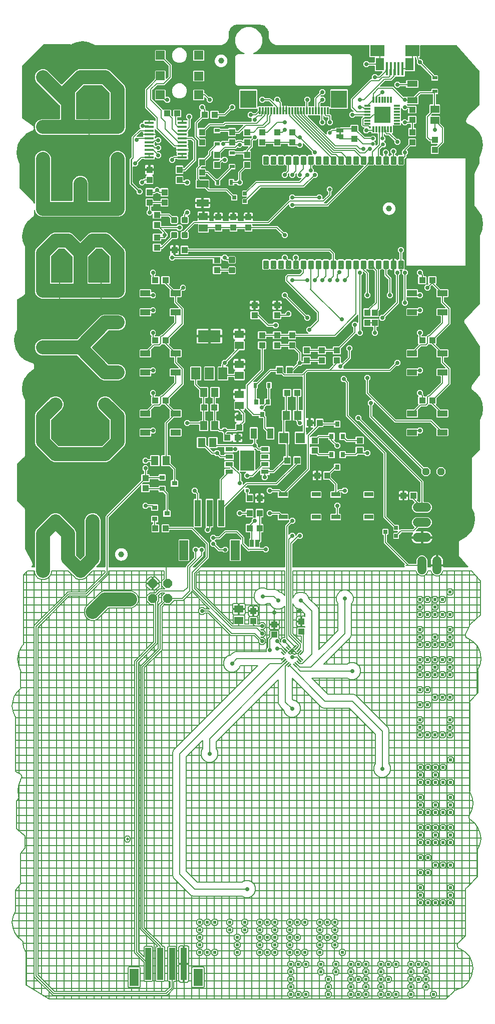
<source format=gbr>
G04 EAGLE Gerber RS-274X export*
G75*
%MOMM*%
%FSLAX34Y34*%
%LPD*%
%INBottom Copper*%
%IPPOS*%
%AMOC8*
5,1,8,0,0,1.08239X$1,22.5*%
G01*
%ADD10C,2.387600*%
%ADD11R,1.000000X0.300000*%
%ADD12R,2.700000X2.700000*%
%ADD13R,0.435000X0.435000*%
%ADD14R,0.300000X1.000000*%
%ADD15R,0.450000X2.300000*%
%ADD16R,2.375000X1.900000*%
%ADD17R,1.475000X2.100000*%
%ADD18R,1.500000X1.300000*%
%ADD19R,1.800000X1.000000*%
%ADD20R,0.830000X0.630000*%
%ADD21R,0.800000X0.900000*%
%ADD22R,1.100000X1.000000*%
%ADD23R,1.000000X1.100000*%
%ADD24R,0.700000X0.700000*%
%ADD25R,0.630000X0.830000*%
%ADD26R,1.300000X1.500000*%
%ADD27R,2.700000X3.000000*%
%ADD28R,0.300000X1.200000*%
%ADD29R,2.000000X1.200000*%
%ADD30R,1.500000X2.000000*%
%ADD31R,3.800000X2.000000*%
%ADD32C,0.300000*%
%ADD33C,1.000000*%
%ADD34R,1.651000X1.000000*%
%ADD35R,0.900000X0.800000*%
%ADD36R,1.000000X1.800000*%
%ADD37R,1.000000X4.500000*%
%ADD38R,1.500000X3.400000*%
%ADD39R,1.524000X0.762000*%
%ADD40R,1.270000X0.760000*%
%ADD41R,2.400000X3.400000*%
%ADD42R,0.635000X1.270000*%
%ADD43R,0.254000X0.711200*%
%ADD44R,1.600000X1.803000*%
%ADD45C,0.465000*%
%ADD46R,1.600000X0.300000*%
%ADD47R,1.500000X1.500000*%
%ADD48C,0.254000*%
%ADD49R,1.270000X0.635000*%
%ADD50C,1.524000*%
%ADD51P,1.319650X8X22.500000*%
%ADD52P,1.649562X8X292.500000*%
%ADD53R,1.000000X5.500000*%
%ADD54R,1.600000X3.000000*%
%ADD55C,0.152400*%
%ADD56C,0.200000*%
%ADD57C,0.704800*%
%ADD58C,0.654800*%
%ADD59C,0.609600*%
%ADD60C,0.604800*%
%ADD61C,0.504800*%

G36*
X127540Y800140D02*
X127540Y800140D01*
X127604Y800139D01*
X127679Y800160D01*
X127755Y800171D01*
X127814Y800197D01*
X127876Y800214D01*
X127942Y800255D01*
X128012Y800287D01*
X128061Y800329D01*
X128116Y800362D01*
X128168Y800420D01*
X128226Y800470D01*
X128262Y800524D01*
X128305Y800572D01*
X128338Y800641D01*
X128381Y800706D01*
X128400Y800768D01*
X128428Y800825D01*
X128439Y800895D01*
X128463Y800976D01*
X128464Y801061D01*
X128475Y801130D01*
X128475Y859614D01*
X130525Y864562D01*
X155351Y889388D01*
X160299Y891437D01*
X165655Y891437D01*
X170603Y889388D01*
X191501Y868490D01*
X191501Y868489D01*
X195428Y864562D01*
X197478Y859614D01*
X197478Y820849D01*
X197492Y820754D01*
X197496Y820658D01*
X197511Y820615D01*
X197518Y820570D01*
X197557Y820482D01*
X197589Y820391D01*
X197614Y820357D01*
X197634Y820313D01*
X197717Y820215D01*
X197771Y820142D01*
X204347Y813566D01*
X204399Y813527D01*
X204444Y813481D01*
X204511Y813443D01*
X204573Y813396D01*
X204633Y813374D01*
X204689Y813342D01*
X204764Y813324D01*
X204837Y813297D01*
X204901Y813292D01*
X204963Y813277D01*
X205041Y813281D01*
X205118Y813275D01*
X205181Y813288D01*
X205245Y813291D01*
X205318Y813317D01*
X205394Y813333D01*
X205451Y813363D01*
X205512Y813384D01*
X205568Y813425D01*
X205643Y813465D01*
X205704Y813524D01*
X205760Y813566D01*
X212337Y820142D01*
X212395Y820219D01*
X212459Y820291D01*
X212479Y820332D01*
X212506Y820368D01*
X212540Y820458D01*
X212582Y820544D01*
X212589Y820586D01*
X212606Y820632D01*
X212616Y820759D01*
X212630Y820849D01*
X212630Y880652D01*
X214679Y885601D01*
X218466Y889388D01*
X223415Y891437D01*
X228770Y891437D01*
X233719Y889388D01*
X237506Y885601D01*
X239555Y880652D01*
X239555Y812181D01*
X237506Y807232D01*
X233578Y803305D01*
X232110Y801837D01*
X232090Y801811D01*
X232066Y801790D01*
X232006Y801698D01*
X231940Y801611D01*
X231929Y801581D01*
X231911Y801554D01*
X231879Y801449D01*
X231841Y801347D01*
X231838Y801315D01*
X231829Y801284D01*
X231828Y801175D01*
X231819Y801066D01*
X231826Y801034D01*
X231825Y801002D01*
X231854Y800897D01*
X231877Y800790D01*
X231892Y800761D01*
X231900Y800730D01*
X231958Y800637D01*
X232009Y800541D01*
X232032Y800518D01*
X232049Y800490D01*
X232130Y800417D01*
X232206Y800339D01*
X232234Y800323D01*
X232258Y800301D01*
X232356Y800254D01*
X232451Y800200D01*
X232483Y800192D01*
X232512Y800178D01*
X232601Y800164D01*
X232726Y800135D01*
X232774Y800137D01*
X232816Y800131D01*
X246476Y800131D01*
X246540Y800140D01*
X246604Y800139D01*
X246679Y800160D01*
X246755Y800171D01*
X246814Y800197D01*
X246876Y800214D01*
X246942Y800255D01*
X247012Y800287D01*
X247061Y800329D01*
X247116Y800362D01*
X247168Y800420D01*
X247226Y800470D01*
X247262Y800524D01*
X247305Y800572D01*
X247338Y800641D01*
X247381Y800706D01*
X247400Y800768D01*
X247428Y800825D01*
X247439Y800895D01*
X247463Y800976D01*
X247464Y801061D01*
X247475Y801130D01*
X247475Y886606D01*
X249247Y888377D01*
X307803Y946933D01*
X307860Y947010D01*
X307925Y947081D01*
X307945Y947122D01*
X307972Y947159D01*
X308006Y947249D01*
X308048Y947335D01*
X308054Y947377D01*
X308071Y947423D01*
X308081Y947550D01*
X308095Y947640D01*
X308095Y956312D01*
X308988Y957205D01*
X311596Y957205D01*
X311660Y957214D01*
X311724Y957213D01*
X311799Y957234D01*
X311875Y957245D01*
X311934Y957271D01*
X311996Y957288D01*
X312062Y957329D01*
X312132Y957361D01*
X312181Y957403D01*
X312236Y957436D01*
X312288Y957494D01*
X312346Y957544D01*
X312382Y957598D01*
X312425Y957646D01*
X312458Y957715D01*
X312501Y957780D01*
X312520Y957842D01*
X312548Y957899D01*
X312559Y957969D01*
X312583Y958050D01*
X312584Y958135D01*
X312595Y958204D01*
X312595Y962551D01*
X312582Y962646D01*
X312577Y962742D01*
X312562Y962785D01*
X312555Y962830D01*
X312516Y962918D01*
X312484Y963008D01*
X312459Y963043D01*
X312439Y963087D01*
X312356Y963184D01*
X312303Y963257D01*
X310071Y965489D01*
X310071Y969671D01*
X313029Y972629D01*
X317211Y972629D01*
X320169Y969671D01*
X320169Y965489D01*
X317937Y963257D01*
X317880Y963181D01*
X317815Y963109D01*
X317795Y963068D01*
X317768Y963032D01*
X317734Y962942D01*
X317692Y962855D01*
X317686Y962813D01*
X317669Y962768D01*
X317659Y962640D01*
X317645Y962551D01*
X317645Y958204D01*
X317654Y958140D01*
X317653Y958076D01*
X317674Y958001D01*
X317685Y957925D01*
X317711Y957866D01*
X317728Y957804D01*
X317769Y957738D01*
X317801Y957668D01*
X317843Y957619D01*
X317876Y957564D01*
X317934Y957512D01*
X317984Y957454D01*
X318038Y957418D01*
X318086Y957375D01*
X318155Y957342D01*
X318220Y957299D01*
X318282Y957280D01*
X318339Y957252D01*
X318409Y957241D01*
X318490Y957217D01*
X318575Y957216D01*
X318644Y957205D01*
X321252Y957205D01*
X322145Y956312D01*
X322145Y955204D01*
X322154Y955140D01*
X322153Y955076D01*
X322174Y955001D01*
X322185Y954925D01*
X322211Y954866D01*
X322228Y954804D01*
X322269Y954738D01*
X322301Y954668D01*
X322343Y954619D01*
X322376Y954564D01*
X322434Y954512D01*
X322484Y954454D01*
X322538Y954418D01*
X322586Y954375D01*
X322655Y954342D01*
X322720Y954299D01*
X322782Y954280D01*
X322839Y954252D01*
X322909Y954241D01*
X322990Y954217D01*
X323075Y954216D01*
X323144Y954205D01*
X336196Y954205D01*
X336260Y954214D01*
X336324Y954213D01*
X336399Y954234D01*
X336475Y954245D01*
X336534Y954271D01*
X336596Y954288D01*
X336662Y954329D01*
X336732Y954361D01*
X336781Y954403D01*
X336836Y954436D01*
X336888Y954494D01*
X336946Y954544D01*
X336982Y954598D01*
X337025Y954646D01*
X337058Y954715D01*
X337101Y954780D01*
X337120Y954842D01*
X337148Y954899D01*
X337159Y954969D01*
X337183Y955050D01*
X337184Y955135D01*
X337195Y955204D01*
X337195Y956312D01*
X338088Y957205D01*
X348352Y957205D01*
X349245Y956312D01*
X349245Y947048D01*
X348352Y946155D01*
X338088Y946155D01*
X337195Y947048D01*
X337195Y948156D01*
X337186Y948220D01*
X337187Y948284D01*
X337166Y948359D01*
X337155Y948435D01*
X337129Y948494D01*
X337112Y948556D01*
X337071Y948622D01*
X337039Y948692D01*
X336997Y948741D01*
X336964Y948796D01*
X336906Y948848D01*
X336856Y948906D01*
X336802Y948942D01*
X336754Y948985D01*
X336685Y949018D01*
X336620Y949061D01*
X336558Y949080D01*
X336501Y949108D01*
X336431Y949119D01*
X336350Y949143D01*
X336265Y949144D01*
X336196Y949155D01*
X323144Y949155D01*
X323080Y949146D01*
X323016Y949147D01*
X322941Y949126D01*
X322865Y949115D01*
X322806Y949089D01*
X322744Y949072D01*
X322678Y949031D01*
X322608Y948999D01*
X322559Y948957D01*
X322504Y948924D01*
X322452Y948866D01*
X322394Y948816D01*
X322358Y948762D01*
X322315Y948714D01*
X322282Y948645D01*
X322239Y948580D01*
X322220Y948518D01*
X322192Y948461D01*
X322181Y948391D01*
X322157Y948310D01*
X322156Y948225D01*
X322145Y948156D01*
X322145Y945048D01*
X321252Y944155D01*
X312580Y944155D01*
X312485Y944142D01*
X312389Y944137D01*
X312345Y944122D01*
X312300Y944115D01*
X312213Y944076D01*
X312122Y944044D01*
X312088Y944019D01*
X312044Y943999D01*
X311946Y943916D01*
X311873Y943863D01*
X309921Y941911D01*
X309902Y941885D01*
X309877Y941864D01*
X309817Y941772D01*
X309752Y941685D01*
X309740Y941655D01*
X309723Y941628D01*
X309691Y941523D01*
X309652Y941421D01*
X309650Y941389D01*
X309640Y941358D01*
X309639Y941249D01*
X309630Y941140D01*
X309637Y941108D01*
X309637Y941076D01*
X309666Y940971D01*
X309688Y940864D01*
X309703Y940835D01*
X309712Y940804D01*
X309769Y940711D01*
X309821Y940615D01*
X309843Y940592D01*
X309860Y940564D01*
X309941Y940491D01*
X310017Y940413D01*
X310045Y940397D01*
X310069Y940375D01*
X310168Y940328D01*
X310263Y940274D01*
X310294Y940266D01*
X310323Y940252D01*
X310412Y940238D01*
X310537Y940209D01*
X310586Y940211D01*
X310628Y940205D01*
X321252Y940205D01*
X322145Y939312D01*
X322145Y936204D01*
X322154Y936140D01*
X322153Y936076D01*
X322174Y936001D01*
X322185Y935925D01*
X322211Y935866D01*
X322228Y935804D01*
X322269Y935738D01*
X322301Y935668D01*
X322343Y935619D01*
X322376Y935564D01*
X322434Y935512D01*
X322484Y935454D01*
X322538Y935418D01*
X322586Y935375D01*
X322655Y935342D01*
X322720Y935299D01*
X322782Y935280D01*
X322839Y935252D01*
X322909Y935241D01*
X322990Y935217D01*
X323075Y935216D01*
X323144Y935205D01*
X336196Y935205D01*
X336260Y935214D01*
X336324Y935213D01*
X336399Y935234D01*
X336475Y935245D01*
X336534Y935271D01*
X336596Y935288D01*
X336662Y935329D01*
X336732Y935361D01*
X336781Y935403D01*
X336836Y935436D01*
X336888Y935494D01*
X336946Y935544D01*
X336982Y935598D01*
X337025Y935646D01*
X337058Y935715D01*
X337101Y935780D01*
X337120Y935842D01*
X337148Y935899D01*
X337159Y935969D01*
X337183Y936050D01*
X337184Y936135D01*
X337195Y936204D01*
X337195Y937312D01*
X338088Y938205D01*
X348352Y938205D01*
X349245Y937312D01*
X349245Y930640D01*
X349258Y930545D01*
X349263Y930449D01*
X349278Y930405D01*
X349285Y930360D01*
X349324Y930273D01*
X349356Y930182D01*
X349381Y930148D01*
X349401Y930104D01*
X349484Y930006D01*
X349537Y929933D01*
X354045Y925426D01*
X354045Y897904D01*
X354054Y897840D01*
X354053Y897776D01*
X354074Y897701D01*
X354085Y897625D01*
X354111Y897566D01*
X354128Y897504D01*
X354169Y897438D01*
X354201Y897368D01*
X354243Y897319D01*
X354276Y897264D01*
X354334Y897212D01*
X354384Y897154D01*
X354438Y897118D01*
X354486Y897075D01*
X354555Y897042D01*
X354620Y896999D01*
X354682Y896980D01*
X354739Y896952D01*
X354809Y896941D01*
X354890Y896917D01*
X354975Y896916D01*
X355044Y896905D01*
X356652Y896905D01*
X357545Y896012D01*
X357545Y886748D01*
X356652Y885855D01*
X346388Y885855D01*
X345495Y886748D01*
X345495Y896012D01*
X346388Y896905D01*
X347996Y896905D01*
X348060Y896914D01*
X348124Y896913D01*
X348199Y896934D01*
X348275Y896945D01*
X348334Y896971D01*
X348396Y896988D01*
X348462Y897029D01*
X348532Y897061D01*
X348581Y897103D01*
X348636Y897136D01*
X348688Y897194D01*
X348746Y897244D01*
X348782Y897298D01*
X348825Y897346D01*
X348858Y897415D01*
X348901Y897480D01*
X348920Y897542D01*
X348948Y897599D01*
X348959Y897669D01*
X348983Y897750D01*
X348984Y897835D01*
X348995Y897904D01*
X348995Y922920D01*
X348982Y923015D01*
X348977Y923111D01*
X348962Y923155D01*
X348955Y923200D01*
X348916Y923287D01*
X348884Y923378D01*
X348859Y923412D01*
X348839Y923456D01*
X348756Y923554D01*
X348703Y923627D01*
X345467Y926863D01*
X345390Y926920D01*
X345319Y926985D01*
X345278Y927005D01*
X345241Y927032D01*
X345151Y927066D01*
X345065Y927108D01*
X345023Y927114D01*
X344977Y927131D01*
X344850Y927141D01*
X344760Y927155D01*
X338088Y927155D01*
X337195Y928048D01*
X337195Y929156D01*
X337186Y929220D01*
X337187Y929284D01*
X337166Y929359D01*
X337155Y929435D01*
X337129Y929494D01*
X337112Y929556D01*
X337071Y929622D01*
X337039Y929692D01*
X336997Y929741D01*
X336964Y929796D01*
X336906Y929848D01*
X336856Y929906D01*
X336802Y929942D01*
X336754Y929985D01*
X336685Y930018D01*
X336620Y930061D01*
X336558Y930080D01*
X336501Y930108D01*
X336431Y930119D01*
X336350Y930143D01*
X336265Y930144D01*
X336196Y930155D01*
X323144Y930155D01*
X323080Y930146D01*
X323016Y930147D01*
X322941Y930126D01*
X322865Y930115D01*
X322806Y930089D01*
X322744Y930072D01*
X322678Y930031D01*
X322608Y929999D01*
X322559Y929957D01*
X322504Y929924D01*
X322452Y929866D01*
X322394Y929816D01*
X322358Y929762D01*
X322315Y929714D01*
X322282Y929645D01*
X322239Y929580D01*
X322220Y929518D01*
X322192Y929461D01*
X322181Y929391D01*
X322157Y929310D01*
X322156Y929225D01*
X322145Y929156D01*
X322145Y928048D01*
X321252Y927155D01*
X308988Y927155D01*
X308095Y928048D01*
X308095Y937672D01*
X308091Y937704D01*
X308093Y937736D01*
X308071Y937843D01*
X308055Y937952D01*
X308042Y937981D01*
X308036Y938013D01*
X307984Y938109D01*
X307939Y938209D01*
X307918Y938233D01*
X307903Y938261D01*
X307827Y938340D01*
X307756Y938423D01*
X307729Y938440D01*
X307706Y938464D01*
X307611Y938517D01*
X307520Y938577D01*
X307489Y938587D01*
X307461Y938603D01*
X307354Y938628D01*
X307250Y938660D01*
X307218Y938660D01*
X307187Y938668D01*
X307077Y938662D01*
X306968Y938663D01*
X306937Y938655D01*
X306905Y938653D01*
X306802Y938617D01*
X306696Y938588D01*
X306669Y938571D01*
X306638Y938561D01*
X306565Y938507D01*
X306456Y938440D01*
X306424Y938404D01*
X306389Y938379D01*
X252817Y884807D01*
X252760Y884730D01*
X252695Y884659D01*
X252675Y884618D01*
X252648Y884581D01*
X252614Y884491D01*
X252572Y884405D01*
X252566Y884363D01*
X252549Y884317D01*
X252543Y884242D01*
X252537Y884222D01*
X252536Y884173D01*
X252525Y884100D01*
X252525Y801130D01*
X252534Y801066D01*
X252533Y801002D01*
X252554Y800927D01*
X252565Y800851D01*
X252591Y800792D01*
X252608Y800730D01*
X252649Y800664D01*
X252681Y800594D01*
X252723Y800545D01*
X252756Y800490D01*
X252814Y800438D01*
X252864Y800380D01*
X252918Y800344D01*
X252966Y800301D01*
X253035Y800268D01*
X253100Y800225D01*
X253162Y800206D01*
X253219Y800178D01*
X253289Y800167D01*
X253370Y800143D01*
X253455Y800142D01*
X253524Y800131D01*
X382952Y800131D01*
X383016Y800140D01*
X383080Y800139D01*
X383155Y800160D01*
X383231Y800171D01*
X383290Y800197D01*
X383352Y800214D01*
X383418Y800255D01*
X383488Y800287D01*
X383537Y800329D01*
X383592Y800362D01*
X383644Y800420D01*
X383702Y800470D01*
X383738Y800524D01*
X383781Y800572D01*
X383814Y800641D01*
X383857Y800706D01*
X383876Y800768D01*
X383904Y800825D01*
X383915Y800895D01*
X383939Y800976D01*
X383940Y801061D01*
X383951Y801130D01*
X383951Y802506D01*
X385723Y804277D01*
X397183Y815737D01*
X397240Y815814D01*
X397305Y815885D01*
X397325Y815926D01*
X397352Y815962D01*
X397386Y816052D01*
X397428Y816139D01*
X397434Y816181D01*
X397451Y816226D01*
X397461Y816354D01*
X397475Y816443D01*
X397475Y824971D01*
X397462Y825066D01*
X397457Y825162D01*
X397442Y825205D01*
X397435Y825250D01*
X397396Y825338D01*
X397364Y825428D01*
X397339Y825463D01*
X397319Y825507D01*
X397236Y825604D01*
X397183Y825677D01*
X394951Y827909D01*
X394951Y832091D01*
X397909Y835049D01*
X402091Y835049D01*
X404293Y832847D01*
X404345Y832808D01*
X404390Y832762D01*
X404457Y832724D01*
X404519Y832677D01*
X404579Y832655D01*
X404635Y832623D01*
X404710Y832605D01*
X404783Y832578D01*
X404847Y832573D01*
X404909Y832558D01*
X404987Y832562D01*
X405064Y832556D01*
X405127Y832569D01*
X405191Y832572D01*
X405264Y832598D01*
X405340Y832614D01*
X405397Y832644D01*
X405458Y832665D01*
X405514Y832706D01*
X405589Y832746D01*
X405650Y832805D01*
X405707Y832847D01*
X407909Y835049D01*
X412091Y835049D01*
X415049Y832091D01*
X415049Y827909D01*
X412817Y825677D01*
X412760Y825601D01*
X412695Y825529D01*
X412675Y825488D01*
X412648Y825452D01*
X412614Y825362D01*
X412572Y825275D01*
X412566Y825233D01*
X412549Y825188D01*
X412539Y825060D01*
X412525Y824971D01*
X412525Y818954D01*
X395407Y801837D01*
X395388Y801811D01*
X395363Y801790D01*
X395303Y801698D01*
X395238Y801611D01*
X395226Y801581D01*
X395209Y801554D01*
X395177Y801449D01*
X395138Y801347D01*
X395136Y801315D01*
X395126Y801284D01*
X395125Y801175D01*
X395116Y801066D01*
X395123Y801034D01*
X395123Y801002D01*
X395152Y800897D01*
X395174Y800790D01*
X395189Y800761D01*
X395198Y800730D01*
X395255Y800637D01*
X395307Y800541D01*
X395329Y800518D01*
X395346Y800490D01*
X395427Y800417D01*
X395503Y800339D01*
X395531Y800323D01*
X395555Y800301D01*
X395654Y800254D01*
X395749Y800200D01*
X395780Y800192D01*
X395809Y800178D01*
X395898Y800164D01*
X396023Y800135D01*
X396072Y800137D01*
X396114Y800131D01*
X399303Y800131D01*
X399398Y800144D01*
X399494Y800149D01*
X399537Y800164D01*
X399582Y800171D01*
X399669Y800210D01*
X399760Y800242D01*
X399795Y800267D01*
X399839Y800287D01*
X399936Y800370D01*
X400009Y800423D01*
X417183Y817597D01*
X417240Y817674D01*
X417305Y817745D01*
X417325Y817786D01*
X417352Y817822D01*
X417386Y817912D01*
X417428Y817999D01*
X417434Y818041D01*
X417451Y818086D01*
X417461Y818214D01*
X417475Y818303D01*
X417475Y838540D01*
X417462Y838635D01*
X417457Y838731D01*
X417442Y838775D01*
X417435Y838820D01*
X417396Y838907D01*
X417364Y838998D01*
X417339Y839032D01*
X417319Y839076D01*
X417236Y839174D01*
X417183Y839247D01*
X393267Y863163D01*
X393190Y863220D01*
X393119Y863285D01*
X393078Y863305D01*
X393041Y863332D01*
X392951Y863366D01*
X392865Y863408D01*
X392823Y863414D01*
X392777Y863431D01*
X392650Y863441D01*
X392560Y863455D01*
X356544Y863455D01*
X356480Y863446D01*
X356416Y863447D01*
X356341Y863426D01*
X356265Y863415D01*
X356206Y863389D01*
X356144Y863372D01*
X356078Y863331D01*
X356008Y863299D01*
X355959Y863257D01*
X355904Y863224D01*
X355852Y863166D01*
X355794Y863116D01*
X355758Y863062D01*
X355715Y863014D01*
X355682Y862945D01*
X355639Y862880D01*
X355620Y862818D01*
X355592Y862761D01*
X355581Y862691D01*
X355557Y862610D01*
X355556Y862525D01*
X355545Y862456D01*
X355545Y859848D01*
X354652Y858955D01*
X343388Y858955D01*
X342495Y859848D01*
X342495Y872112D01*
X343388Y873005D01*
X354652Y873005D01*
X355545Y872112D01*
X355545Y869504D01*
X355554Y869440D01*
X355553Y869376D01*
X355574Y869301D01*
X355585Y869225D01*
X355611Y869166D01*
X355628Y869104D01*
X355669Y869038D01*
X355701Y868968D01*
X355743Y868919D01*
X355776Y868864D01*
X355834Y868812D01*
X355884Y868754D01*
X355938Y868718D01*
X355986Y868675D01*
X356055Y868642D01*
X356120Y868599D01*
X356182Y868580D01*
X356239Y868552D01*
X356309Y868541D01*
X356390Y868517D01*
X356475Y868516D01*
X356544Y868505D01*
X395066Y868505D01*
X395289Y868281D01*
X395315Y868262D01*
X395336Y868237D01*
X395428Y868177D01*
X395515Y868112D01*
X395545Y868100D01*
X395572Y868083D01*
X395677Y868051D01*
X395779Y868012D01*
X395811Y868010D01*
X395842Y868000D01*
X395951Y867999D01*
X396060Y867990D01*
X396092Y867997D01*
X396124Y867997D01*
X396229Y868026D01*
X396336Y868048D01*
X396365Y868063D01*
X396396Y868072D01*
X396489Y868129D01*
X396585Y868181D01*
X396608Y868203D01*
X396636Y868220D01*
X396709Y868301D01*
X396787Y868377D01*
X396803Y868405D01*
X396825Y868429D01*
X396872Y868528D01*
X396926Y868623D01*
X396934Y868654D01*
X396948Y868683D01*
X396962Y868773D01*
X396991Y868897D01*
X396989Y868945D01*
X396995Y868988D01*
X396995Y914712D01*
X397888Y915605D01*
X399996Y915605D01*
X400060Y915614D01*
X400124Y915613D01*
X400199Y915634D01*
X400275Y915645D01*
X400334Y915671D01*
X400396Y915688D01*
X400462Y915729D01*
X400532Y915761D01*
X400581Y915803D01*
X400636Y915836D01*
X400688Y915894D01*
X400746Y915944D01*
X400782Y915998D01*
X400825Y916046D01*
X400858Y916115D01*
X400901Y916180D01*
X400920Y916242D01*
X400948Y916299D01*
X400959Y916369D01*
X400983Y916450D01*
X400984Y916535D01*
X400995Y916604D01*
X400995Y922820D01*
X400982Y922915D01*
X400977Y923011D01*
X400962Y923055D01*
X400955Y923100D01*
X400916Y923187D01*
X400884Y923278D01*
X400859Y923312D01*
X400839Y923356D01*
X400756Y923454D01*
X400703Y923527D01*
X399891Y924339D01*
X399814Y924396D01*
X399743Y924461D01*
X399702Y924481D01*
X399665Y924508D01*
X399575Y924542D01*
X399489Y924584D01*
X399447Y924590D01*
X399401Y924607D01*
X399274Y924617D01*
X399184Y924631D01*
X396029Y924631D01*
X393071Y927589D01*
X393071Y931771D01*
X396029Y934729D01*
X400211Y934729D01*
X403169Y931771D01*
X403169Y928616D01*
X403182Y928521D01*
X403187Y928425D01*
X403202Y928381D01*
X403209Y928336D01*
X403248Y928249D01*
X403280Y928158D01*
X403305Y928124D01*
X403325Y928080D01*
X403408Y927982D01*
X403461Y927909D01*
X406045Y925326D01*
X406045Y916604D01*
X406054Y916540D01*
X406053Y916476D01*
X406074Y916401D01*
X406085Y916325D01*
X406111Y916266D01*
X406128Y916204D01*
X406169Y916138D01*
X406201Y916068D01*
X406243Y916019D01*
X406276Y915964D01*
X406334Y915912D01*
X406384Y915854D01*
X406438Y915818D01*
X406486Y915775D01*
X406555Y915742D01*
X406620Y915699D01*
X406682Y915680D01*
X406739Y915652D01*
X406809Y915641D01*
X406890Y915617D01*
X406975Y915616D01*
X407044Y915605D01*
X409152Y915605D01*
X410045Y914712D01*
X410045Y868448D01*
X409152Y867555D01*
X398428Y867555D01*
X398396Y867551D01*
X398364Y867553D01*
X398257Y867531D01*
X398148Y867515D01*
X398119Y867502D01*
X398087Y867496D01*
X397991Y867444D01*
X397891Y867399D01*
X397867Y867378D01*
X397839Y867363D01*
X397760Y867287D01*
X397677Y867216D01*
X397660Y867189D01*
X397636Y867166D01*
X397583Y867071D01*
X397523Y866980D01*
X397513Y866949D01*
X397497Y866921D01*
X397472Y866814D01*
X397440Y866710D01*
X397440Y866678D01*
X397432Y866647D01*
X397438Y866537D01*
X397437Y866428D01*
X397445Y866397D01*
X397447Y866365D01*
X397483Y866262D01*
X397512Y866156D01*
X397529Y866129D01*
X397539Y866098D01*
X397593Y866025D01*
X397660Y865916D01*
X397696Y865884D01*
X397721Y865849D01*
X422525Y841046D01*
X422525Y815798D01*
X408563Y801837D01*
X408544Y801811D01*
X408519Y801790D01*
X408460Y801698D01*
X408394Y801611D01*
X408383Y801581D01*
X408365Y801554D01*
X408333Y801449D01*
X408295Y801347D01*
X408292Y801315D01*
X408283Y801284D01*
X408281Y801175D01*
X408273Y801066D01*
X408279Y801034D01*
X408279Y801002D01*
X408308Y800897D01*
X408330Y800790D01*
X408345Y800761D01*
X408354Y800730D01*
X408412Y800637D01*
X408463Y800541D01*
X408485Y800518D01*
X408502Y800490D01*
X408583Y800417D01*
X408660Y800339D01*
X408688Y800323D01*
X408712Y800301D01*
X408810Y800254D01*
X408905Y800200D01*
X408936Y800192D01*
X408965Y800178D01*
X409055Y800164D01*
X409179Y800135D01*
X409228Y800137D01*
X409270Y800131D01*
X550496Y800131D01*
X550560Y800140D01*
X550624Y800139D01*
X550699Y800160D01*
X550775Y800171D01*
X550834Y800197D01*
X550896Y800214D01*
X550962Y800255D01*
X551032Y800287D01*
X551081Y800329D01*
X551136Y800362D01*
X551188Y800420D01*
X551246Y800470D01*
X551282Y800524D01*
X551325Y800572D01*
X551358Y800641D01*
X551401Y800706D01*
X551420Y800768D01*
X551448Y800825D01*
X551459Y800895D01*
X551483Y800976D01*
X551484Y801061D01*
X551495Y801130D01*
X551495Y870726D01*
X557879Y877109D01*
X557936Y877186D01*
X558001Y877257D01*
X558021Y877298D01*
X558048Y877335D01*
X558082Y877425D01*
X558124Y877511D01*
X558130Y877553D01*
X558147Y877599D01*
X558157Y877726D01*
X558171Y877816D01*
X558171Y879423D01*
X558167Y879455D01*
X558169Y879487D01*
X558147Y879594D01*
X558131Y879702D01*
X558118Y879731D01*
X558112Y879763D01*
X558060Y879859D01*
X558015Y879959D01*
X557994Y879983D01*
X557979Y880012D01*
X557903Y880090D01*
X557832Y880173D01*
X557805Y880191D01*
X557782Y880214D01*
X557688Y880267D01*
X557596Y880327D01*
X557565Y880337D01*
X557537Y880353D01*
X557431Y880378D01*
X557326Y880410D01*
X557294Y880410D01*
X557263Y880418D01*
X557153Y880412D01*
X557044Y880414D01*
X557013Y880405D01*
X556981Y880403D01*
X556878Y880368D01*
X556772Y880338D01*
X556745Y880321D01*
X556714Y880311D01*
X556641Y880258D01*
X556532Y880190D01*
X556500Y880154D01*
X556465Y880129D01*
X556232Y879895D01*
X539728Y879895D01*
X538835Y880788D01*
X538835Y888056D01*
X538826Y888120D01*
X538827Y888184D01*
X538806Y888259D01*
X538795Y888335D01*
X538769Y888394D01*
X538752Y888456D01*
X538711Y888522D01*
X538679Y888592D01*
X538637Y888641D01*
X538604Y888696D01*
X538546Y888748D01*
X538496Y888806D01*
X538442Y888842D01*
X538394Y888885D01*
X538325Y888918D01*
X538260Y888961D01*
X538198Y888980D01*
X538141Y889008D01*
X538071Y889019D01*
X537990Y889043D01*
X537905Y889044D01*
X537836Y889055D01*
X530149Y889055D01*
X530054Y889042D01*
X529958Y889037D01*
X529915Y889022D01*
X529870Y889015D01*
X529782Y888976D01*
X529692Y888944D01*
X529657Y888919D01*
X529613Y888899D01*
X529516Y888816D01*
X529443Y888763D01*
X527211Y886531D01*
X523029Y886531D01*
X520071Y889489D01*
X520071Y893671D01*
X523029Y896629D01*
X527211Y896629D01*
X529443Y894397D01*
X529519Y894340D01*
X529591Y894275D01*
X529632Y894255D01*
X529668Y894228D01*
X529758Y894194D01*
X529845Y894152D01*
X529887Y894146D01*
X529932Y894129D01*
X530060Y894119D01*
X530149Y894105D01*
X542676Y894105D01*
X545923Y890857D01*
X546000Y890800D01*
X546071Y890735D01*
X546112Y890715D01*
X546149Y890688D01*
X546239Y890654D01*
X546325Y890612D01*
X546367Y890606D01*
X546413Y890589D01*
X546540Y890579D01*
X546630Y890565D01*
X556232Y890565D01*
X557125Y889672D01*
X557125Y882337D01*
X557129Y882305D01*
X557127Y882273D01*
X557149Y882166D01*
X557165Y882058D01*
X557178Y882029D01*
X557184Y881997D01*
X557236Y881901D01*
X557281Y881801D01*
X557302Y881776D01*
X557317Y881748D01*
X557393Y881670D01*
X557464Y881587D01*
X557491Y881569D01*
X557514Y881546D01*
X557609Y881492D01*
X557700Y881432D01*
X557731Y881423D01*
X557759Y881407D01*
X557865Y881382D01*
X557970Y881350D01*
X558002Y881349D01*
X558033Y881342D01*
X558143Y881348D01*
X558252Y881346D01*
X558283Y881355D01*
X558315Y881356D01*
X558418Y881392D01*
X558524Y881421D01*
X558551Y881438D01*
X558582Y881449D01*
X558655Y881502D01*
X558764Y881569D01*
X558796Y881605D01*
X558831Y881631D01*
X561129Y883929D01*
X565311Y883929D01*
X568269Y880971D01*
X568269Y876789D01*
X565311Y873831D01*
X562156Y873831D01*
X562061Y873818D01*
X561965Y873813D01*
X561921Y873798D01*
X561876Y873791D01*
X561789Y873752D01*
X561698Y873720D01*
X561664Y873695D01*
X561620Y873675D01*
X561522Y873592D01*
X561449Y873539D01*
X556837Y868927D01*
X556780Y868850D01*
X556715Y868779D01*
X556695Y868738D01*
X556668Y868701D01*
X556634Y868611D01*
X556592Y868525D01*
X556586Y868483D01*
X556569Y868437D01*
X556559Y868310D01*
X556545Y868220D01*
X556545Y856357D01*
X556549Y856325D01*
X556547Y856293D01*
X556569Y856186D01*
X556585Y856078D01*
X556598Y856049D01*
X556604Y856017D01*
X556656Y855921D01*
X556701Y855821D01*
X556722Y855796D01*
X556737Y855768D01*
X556813Y855690D01*
X556884Y855607D01*
X556911Y855589D01*
X556934Y855566D01*
X557029Y855512D01*
X557120Y855452D01*
X557151Y855443D01*
X557179Y855427D01*
X557285Y855402D01*
X557390Y855370D01*
X557422Y855369D01*
X557453Y855362D01*
X557563Y855368D01*
X557672Y855366D01*
X557703Y855375D01*
X557735Y855376D01*
X557838Y855412D01*
X557944Y855441D01*
X557971Y855458D01*
X558002Y855469D01*
X558075Y855522D01*
X558184Y855589D01*
X558216Y855625D01*
X558251Y855651D01*
X561129Y858529D01*
X565311Y858529D01*
X568269Y855571D01*
X568269Y853964D01*
X568273Y853932D01*
X568271Y853899D01*
X568293Y853792D01*
X568309Y853684D01*
X568322Y853655D01*
X568328Y853623D01*
X568380Y853527D01*
X568425Y853427D01*
X568446Y853403D01*
X568461Y853374D01*
X568537Y853296D01*
X568608Y853213D01*
X568635Y853195D01*
X568658Y853172D01*
X568752Y853119D01*
X568844Y853059D01*
X568875Y853049D01*
X568903Y853033D01*
X569009Y853008D01*
X569114Y852976D01*
X569146Y852976D01*
X569177Y852968D01*
X569287Y852974D01*
X569396Y852972D01*
X569427Y852981D01*
X569459Y852983D01*
X569562Y853018D01*
X569668Y853048D01*
X569695Y853065D01*
X569726Y853075D01*
X569799Y853129D01*
X569908Y853196D01*
X569940Y853232D01*
X569975Y853257D01*
X570579Y853861D01*
X570636Y853938D01*
X570701Y854009D01*
X570721Y854050D01*
X570748Y854087D01*
X570782Y854176D01*
X570824Y854263D01*
X570830Y854305D01*
X570847Y854350D01*
X570857Y854478D01*
X570871Y854568D01*
X570871Y855571D01*
X573829Y858529D01*
X578011Y858529D01*
X580969Y855571D01*
X580969Y851389D01*
X578011Y848431D01*
X573829Y848431D01*
X573766Y848494D01*
X573715Y848533D01*
X573670Y848579D01*
X573602Y848617D01*
X573540Y848663D01*
X573480Y848686D01*
X573424Y848718D01*
X573349Y848736D01*
X573276Y848763D01*
X573212Y848768D01*
X573150Y848783D01*
X573072Y848779D01*
X572995Y848785D01*
X572933Y848772D01*
X572868Y848768D01*
X572795Y848743D01*
X572719Y848727D01*
X572662Y848697D01*
X572602Y848676D01*
X572545Y848634D01*
X572470Y848595D01*
X572409Y848536D01*
X572353Y848494D01*
X563886Y840027D01*
X563828Y839950D01*
X563763Y839879D01*
X563744Y839838D01*
X563716Y839801D01*
X563682Y839711D01*
X563640Y839625D01*
X563634Y839583D01*
X563617Y839537D01*
X563607Y839410D01*
X563593Y839320D01*
X563593Y801130D01*
X563602Y801066D01*
X563601Y801002D01*
X563622Y800927D01*
X563633Y800851D01*
X563659Y800792D01*
X563676Y800730D01*
X563717Y800664D01*
X563749Y800594D01*
X563791Y800545D01*
X563824Y800490D01*
X563882Y800438D01*
X563932Y800380D01*
X563986Y800344D01*
X564034Y800301D01*
X564103Y800268D01*
X564168Y800225D01*
X564230Y800206D01*
X564288Y800178D01*
X564357Y800167D01*
X564438Y800143D01*
X564523Y800142D01*
X564592Y800131D01*
X752856Y800131D01*
X752888Y800135D01*
X752920Y800133D01*
X753027Y800155D01*
X753136Y800171D01*
X753165Y800184D01*
X753196Y800190D01*
X753293Y800242D01*
X753392Y800287D01*
X753417Y800308D01*
X753445Y800323D01*
X753524Y800399D01*
X753607Y800470D01*
X753624Y800497D01*
X753648Y800520D01*
X753701Y800615D01*
X753761Y800706D01*
X753771Y800737D01*
X753787Y800765D01*
X753812Y800871D01*
X753844Y800976D01*
X753844Y801008D01*
X753851Y801040D01*
X753846Y801149D01*
X753847Y801258D01*
X753839Y801289D01*
X753837Y801321D01*
X753801Y801424D01*
X753772Y801530D01*
X753755Y801557D01*
X753745Y801588D01*
X753691Y801661D01*
X753624Y801770D01*
X753588Y801802D01*
X753563Y801837D01*
X753095Y802304D01*
X753095Y804396D01*
X753533Y804833D01*
X753571Y804885D01*
X753618Y804930D01*
X753656Y804997D01*
X753702Y805059D01*
X753725Y805119D01*
X753757Y805175D01*
X753774Y805250D01*
X753802Y805323D01*
X753807Y805387D01*
X753821Y805449D01*
X753818Y805527D01*
X753824Y805604D01*
X753810Y805667D01*
X753807Y805731D01*
X753782Y805804D01*
X753766Y805880D01*
X753736Y805937D01*
X753715Y805998D01*
X753673Y806054D01*
X753633Y806129D01*
X753574Y806190D01*
X753533Y806247D01*
X718225Y841554D01*
X718225Y853976D01*
X718216Y854040D01*
X718217Y854104D01*
X718196Y854179D01*
X718185Y854255D01*
X718159Y854314D01*
X718142Y854376D01*
X718101Y854442D01*
X718069Y854512D01*
X718027Y854561D01*
X717994Y854616D01*
X717936Y854668D01*
X717886Y854726D01*
X717832Y854762D01*
X717784Y854805D01*
X717715Y854838D01*
X717650Y854881D01*
X717588Y854900D01*
X717531Y854928D01*
X717461Y854939D01*
X717380Y854963D01*
X717295Y854964D01*
X717226Y854975D01*
X716618Y854975D01*
X715725Y855868D01*
X715725Y864132D01*
X716618Y865025D01*
X724882Y865025D01*
X725775Y864132D01*
X725775Y855868D01*
X724882Y854975D01*
X724274Y854975D01*
X724210Y854966D01*
X724146Y854967D01*
X724071Y854946D01*
X723995Y854935D01*
X723936Y854909D01*
X723874Y854892D01*
X723808Y854851D01*
X723738Y854819D01*
X723689Y854777D01*
X723634Y854744D01*
X723582Y854686D01*
X723524Y854636D01*
X723488Y854582D01*
X723445Y854534D01*
X723412Y854465D01*
X723369Y854400D01*
X723350Y854338D01*
X723322Y854281D01*
X723311Y854211D01*
X723287Y854130D01*
X723286Y854045D01*
X723275Y853976D01*
X723275Y844060D01*
X723283Y843999D01*
X723283Y843970D01*
X723289Y843947D01*
X723293Y843869D01*
X723308Y843825D01*
X723315Y843780D01*
X723354Y843693D01*
X723386Y843602D01*
X723411Y843568D01*
X723431Y843524D01*
X723514Y843426D01*
X723567Y843353D01*
X760753Y806167D01*
X760830Y806110D01*
X760901Y806045D01*
X760942Y806025D01*
X760979Y805998D01*
X761069Y805964D01*
X761155Y805922D01*
X761197Y805916D01*
X761243Y805899D01*
X761370Y805889D01*
X761460Y805875D01*
X772896Y805875D01*
X772960Y805884D01*
X773024Y805883D01*
X773099Y805904D01*
X773175Y805915D01*
X773234Y805941D01*
X773296Y805958D01*
X773362Y805999D01*
X773432Y806031D01*
X773481Y806073D01*
X773536Y806106D01*
X773588Y806164D01*
X773646Y806214D01*
X773682Y806268D01*
X773725Y806316D01*
X773758Y806385D01*
X773801Y806450D01*
X773820Y806512D01*
X773848Y806569D01*
X773859Y806639D01*
X773883Y806720D01*
X773884Y806805D01*
X773895Y806874D01*
X773895Y812789D01*
X775287Y816150D01*
X777860Y818723D01*
X781221Y820115D01*
X784859Y820115D01*
X788220Y818723D01*
X790793Y816150D01*
X792185Y812789D01*
X792185Y801130D01*
X792194Y801066D01*
X792193Y801002D01*
X792214Y800927D01*
X792225Y800851D01*
X792251Y800792D01*
X792268Y800730D01*
X792309Y800664D01*
X792341Y800594D01*
X792383Y800545D01*
X792416Y800490D01*
X792474Y800438D01*
X792524Y800380D01*
X792578Y800344D01*
X792626Y800301D01*
X792695Y800268D01*
X792760Y800225D01*
X792822Y800206D01*
X792879Y800178D01*
X792949Y800167D01*
X793030Y800143D01*
X793115Y800142D01*
X793184Y800131D01*
X797280Y800131D01*
X797344Y800140D01*
X797408Y800139D01*
X797483Y800160D01*
X797559Y800171D01*
X797618Y800197D01*
X797680Y800214D01*
X797746Y800255D01*
X797816Y800287D01*
X797865Y800329D01*
X797920Y800362D01*
X797972Y800420D01*
X798030Y800470D01*
X798066Y800524D01*
X798109Y800572D01*
X798142Y800641D01*
X798185Y800706D01*
X798204Y800768D01*
X798232Y800825D01*
X798243Y800895D01*
X798267Y800976D01*
X798268Y801061D01*
X798279Y801130D01*
X798279Y801351D01*
X807440Y801351D01*
X807503Y801360D01*
X807568Y801359D01*
X807642Y801380D01*
X807719Y801391D01*
X807778Y801417D01*
X807840Y801434D01*
X807906Y801475D01*
X807976Y801507D01*
X808025Y801549D01*
X808080Y801582D01*
X808131Y801640D01*
X808190Y801690D01*
X808226Y801744D01*
X808269Y801792D01*
X808302Y801861D01*
X808345Y801926D01*
X808364Y801988D01*
X808392Y802045D01*
X808402Y802115D01*
X808427Y802196D01*
X808428Y802281D01*
X808439Y802350D01*
X808439Y803351D01*
X808441Y803351D01*
X808441Y802350D01*
X808450Y802286D01*
X808449Y802222D01*
X808470Y802147D01*
X808481Y802071D01*
X808507Y802012D01*
X808524Y801950D01*
X808565Y801884D01*
X808597Y801814D01*
X808639Y801765D01*
X808672Y801710D01*
X808730Y801658D01*
X808780Y801600D01*
X808834Y801564D01*
X808882Y801521D01*
X808951Y801488D01*
X809016Y801445D01*
X809078Y801426D01*
X809136Y801398D01*
X809205Y801387D01*
X809286Y801363D01*
X809371Y801362D01*
X809440Y801351D01*
X818601Y801351D01*
X818601Y801130D01*
X818610Y801066D01*
X818609Y801002D01*
X818630Y800927D01*
X818641Y800851D01*
X818667Y800792D01*
X818684Y800730D01*
X818725Y800664D01*
X818757Y800594D01*
X818798Y800545D01*
X818832Y800490D01*
X818890Y800438D01*
X818940Y800380D01*
X818994Y800344D01*
X819042Y800301D01*
X819111Y800268D01*
X819176Y800225D01*
X819238Y800206D01*
X819295Y800178D01*
X819365Y800167D01*
X819446Y800143D01*
X819531Y800142D01*
X819600Y800131D01*
X860279Y800131D01*
X860416Y800150D01*
X860555Y800170D01*
X860557Y800170D01*
X860558Y800171D01*
X860684Y800227D01*
X860812Y800285D01*
X860814Y800286D01*
X860815Y800287D01*
X860920Y800376D01*
X861027Y800467D01*
X861028Y800469D01*
X861030Y800470D01*
X861107Y800588D01*
X861183Y800703D01*
X861183Y800705D01*
X861184Y800706D01*
X861225Y800839D01*
X861266Y800972D01*
X861266Y800974D01*
X861267Y800976D01*
X861268Y801113D01*
X861271Y801254D01*
X861270Y801256D01*
X861270Y801258D01*
X861234Y801390D01*
X861197Y801526D01*
X861196Y801528D01*
X861195Y801530D01*
X861047Y801770D01*
X861038Y801778D01*
X861032Y801787D01*
X846823Y818065D01*
X846796Y818089D01*
X846777Y818115D01*
X846207Y818684D01*
X846202Y818697D01*
X846198Y818704D01*
X846196Y818711D01*
X846158Y818772D01*
X846058Y818940D01*
X846042Y818955D01*
X846032Y818972D01*
X846022Y818983D01*
X845765Y819746D01*
X845749Y819778D01*
X845741Y819809D01*
X845433Y820553D01*
X845433Y820568D01*
X845432Y820575D01*
X845433Y820583D01*
X845421Y820653D01*
X845393Y820847D01*
X845384Y820867D01*
X845381Y820887D01*
X845376Y820900D01*
X845431Y821704D01*
X845428Y821740D01*
X845433Y821771D01*
X845433Y841035D01*
X845423Y841105D01*
X845425Y841166D01*
X845345Y841774D01*
X845399Y841977D01*
X845421Y842157D01*
X845433Y842236D01*
X845433Y842445D01*
X845668Y843012D01*
X845686Y843080D01*
X845710Y843135D01*
X845869Y843728D01*
X845997Y843894D01*
X846086Y844053D01*
X846127Y844121D01*
X846208Y844314D01*
X846641Y844748D01*
X846684Y844805D01*
X846727Y844846D01*
X847101Y845333D01*
X847283Y845438D01*
X847425Y845550D01*
X847490Y845597D01*
X847638Y845745D01*
X848205Y845980D01*
X848266Y846016D01*
X848322Y846037D01*
X858483Y851899D01*
X858705Y852073D01*
X858710Y852080D01*
X858716Y852085D01*
X866132Y860076D01*
X866292Y860308D01*
X866295Y860315D01*
X866298Y860320D01*
X871043Y870104D01*
X871129Y870372D01*
X871129Y870381D01*
X871132Y870389D01*
X871213Y870923D01*
X871213Y870924D01*
X871670Y873921D01*
X872818Y881459D01*
X872820Y881691D01*
X872822Y881735D01*
X871675Y890793D01*
X871626Y890972D01*
X871608Y891048D01*
X867854Y900181D01*
X867854Y900182D01*
X867853Y900184D01*
X867466Y901118D01*
X867469Y902126D01*
X867469Y902127D01*
X867469Y902128D01*
X867469Y981918D01*
X867465Y981946D01*
X867468Y981974D01*
X867449Y982063D01*
X867441Y982113D01*
X867469Y983097D01*
X867467Y983112D01*
X867469Y983125D01*
X867469Y984116D01*
X867475Y984140D01*
X867878Y985040D01*
X867882Y985054D01*
X867889Y985065D01*
X868268Y985980D01*
X868283Y986001D01*
X868999Y986678D01*
X869008Y986689D01*
X869019Y986697D01*
X869719Y987397D01*
X869814Y987454D01*
X869844Y987485D01*
X869876Y987507D01*
X880523Y997579D01*
X880591Y997665D01*
X880665Y997746D01*
X880679Y997775D01*
X880698Y997800D01*
X880740Y997901D01*
X880788Y998000D01*
X880792Y998030D01*
X880805Y998061D01*
X880821Y998216D01*
X880835Y998305D01*
X880835Y1047332D01*
X880835Y1047333D01*
X880835Y1047334D01*
X880832Y1048348D01*
X881218Y1049279D01*
X881219Y1049281D01*
X881219Y1049282D01*
X884974Y1058418D01*
X885019Y1058597D01*
X885041Y1058672D01*
X886199Y1067820D01*
X886196Y1067978D01*
X886199Y1068067D01*
X885063Y1077337D01*
X885022Y1077489D01*
X885003Y1077577D01*
X881728Y1086016D01*
X881649Y1086156D01*
X881609Y1086235D01*
X876372Y1093560D01*
X876260Y1093678D01*
X876202Y1093744D01*
X868690Y1100056D01*
X868665Y1100072D01*
X868646Y1100091D01*
X867971Y1100597D01*
X867970Y1100599D01*
X867914Y1100663D01*
X867808Y1100795D01*
X867790Y1100807D01*
X867397Y1101563D01*
X867380Y1101587D01*
X867371Y1101612D01*
X866940Y1102339D01*
X866940Y1102340D01*
X866913Y1102422D01*
X866865Y1102584D01*
X866854Y1102602D01*
X866780Y1103451D01*
X866774Y1103479D01*
X866774Y1103506D01*
X866655Y1104342D01*
X866655Y1104343D01*
X866661Y1104429D01*
X866679Y1104596D01*
X866676Y1104618D01*
X866932Y1105430D01*
X866937Y1105459D01*
X866948Y1105484D01*
X867157Y1106302D01*
X867158Y1106303D01*
X867196Y1106380D01*
X867227Y1106436D01*
X867254Y1106477D01*
X867259Y1106494D01*
X867278Y1106527D01*
X867282Y1106548D01*
X867831Y1107201D01*
X867846Y1107226D01*
X867865Y1107244D01*
X880635Y1124272D01*
X880648Y1124294D01*
X880665Y1124313D01*
X880715Y1124417D01*
X880739Y1124460D01*
X880741Y1124463D01*
X880741Y1124465D01*
X880771Y1124519D01*
X880777Y1124544D01*
X880788Y1124567D01*
X880802Y1124657D01*
X880806Y1124677D01*
X880823Y1124733D01*
X880824Y1124755D01*
X880832Y1124794D01*
X880830Y1124835D01*
X880835Y1124871D01*
X880835Y1173054D01*
X880816Y1173187D01*
X880800Y1173319D01*
X880797Y1173325D01*
X880795Y1173333D01*
X880679Y1173590D01*
X880675Y1173595D01*
X880673Y1173600D01*
X855670Y1211961D01*
X855580Y1212063D01*
X855525Y1212136D01*
X855297Y1212354D01*
X855093Y1212821D01*
X855046Y1212898D01*
X855015Y1212965D01*
X854737Y1213392D01*
X854679Y1213702D01*
X854636Y1213830D01*
X854612Y1213919D01*
X854486Y1214208D01*
X854476Y1214717D01*
X854461Y1214806D01*
X854459Y1214880D01*
X854365Y1215381D01*
X854430Y1215689D01*
X854439Y1215824D01*
X854451Y1215915D01*
X854445Y1216231D01*
X854630Y1216705D01*
X854651Y1216793D01*
X854677Y1216862D01*
X854782Y1217360D01*
X854961Y1217620D01*
X855021Y1217742D01*
X855067Y1217821D01*
X855182Y1218115D01*
X855534Y1218482D01*
X855587Y1218556D01*
X855638Y1218610D01*
X855926Y1219030D01*
X856190Y1219202D01*
X856292Y1219291D01*
X856365Y1219347D01*
X880557Y1244533D01*
X880607Y1244603D01*
X880665Y1244667D01*
X880689Y1244717D01*
X880721Y1244762D01*
X880750Y1244843D01*
X880788Y1244920D01*
X880796Y1244971D01*
X880816Y1245028D01*
X880822Y1245140D01*
X880835Y1245225D01*
X880835Y1358283D01*
X880830Y1358319D01*
X880833Y1358355D01*
X880823Y1358396D01*
X880835Y1359481D01*
X880834Y1359487D01*
X880835Y1359492D01*
X880835Y1360499D01*
X881231Y1361426D01*
X881233Y1361431D01*
X881236Y1361436D01*
X881645Y1362424D01*
X881663Y1362448D01*
X881682Y1362498D01*
X881706Y1362537D01*
X885290Y1370924D01*
X885352Y1371154D01*
X885362Y1371191D01*
X886565Y1380696D01*
X886563Y1380838D01*
X886567Y1380931D01*
X885725Y1388593D01*
X885693Y1388715D01*
X885678Y1388804D01*
X883312Y1395786D01*
X883311Y1395789D01*
X883310Y1395792D01*
X883289Y1395832D01*
X883185Y1396037D01*
X883173Y1396050D01*
X883166Y1396064D01*
X873080Y1409525D01*
X873025Y1409580D01*
X872987Y1409633D01*
X872578Y1410041D01*
X872484Y1410269D01*
X872402Y1410407D01*
X872361Y1410485D01*
X872213Y1410682D01*
X872070Y1411242D01*
X872041Y1411314D01*
X872025Y1411377D01*
X871804Y1411910D01*
X871804Y1412157D01*
X871781Y1412316D01*
X871773Y1412404D01*
X871712Y1412642D01*
X871794Y1413214D01*
X871794Y1413292D01*
X871804Y1413356D01*
X871804Y1463231D01*
X871803Y1463237D01*
X871804Y1463243D01*
X871793Y1463307D01*
X871764Y1463510D01*
X871756Y1463529D01*
X871753Y1463547D01*
X871745Y1463570D01*
X871802Y1464364D01*
X871799Y1464402D01*
X871804Y1464435D01*
X871804Y1465230D01*
X871813Y1465253D01*
X871815Y1465259D01*
X871818Y1465264D01*
X871832Y1465326D01*
X871845Y1465376D01*
X871876Y1465477D01*
X871876Y1465498D01*
X871883Y1465526D01*
X871883Y1465546D01*
X871887Y1465564D01*
X871889Y1465588D01*
X872245Y1466300D01*
X872257Y1466336D01*
X872274Y1466365D01*
X872578Y1467100D01*
X872595Y1467117D01*
X872599Y1467122D01*
X872604Y1467125D01*
X872641Y1467177D01*
X872765Y1467342D01*
X872772Y1467361D01*
X872783Y1467376D01*
X880368Y1482548D01*
X880393Y1482621D01*
X880426Y1482690D01*
X880436Y1482749D01*
X880458Y1482816D01*
X880462Y1482916D01*
X880474Y1482995D01*
X880474Y1492017D01*
X880473Y1492020D01*
X880474Y1492023D01*
X880468Y1493031D01*
X880854Y1493965D01*
X880855Y1493968D01*
X880857Y1493971D01*
X884805Y1503672D01*
X884844Y1503829D01*
X884869Y1503913D01*
X886179Y1513508D01*
X886178Y1513790D01*
X886176Y1513795D01*
X886176Y1513800D01*
X884393Y1525059D01*
X884310Y1525329D01*
X884303Y1525340D01*
X884299Y1525351D01*
X879304Y1535306D01*
X879144Y1535538D01*
X879137Y1535544D01*
X879132Y1535550D01*
X871401Y1543601D01*
X871179Y1543775D01*
X871169Y1543779D01*
X871160Y1543785D01*
X860458Y1549654D01*
X860439Y1549661D01*
X860424Y1549671D01*
X859586Y1550090D01*
X859571Y1550102D01*
X859484Y1550178D01*
X858908Y1550895D01*
X858893Y1550908D01*
X858884Y1550924D01*
X858270Y1551631D01*
X858261Y1551647D01*
X858209Y1551751D01*
X857951Y1552634D01*
X857943Y1552652D01*
X857940Y1552670D01*
X857644Y1553559D01*
X857641Y1553577D01*
X857633Y1553692D01*
X857733Y1554606D01*
X857732Y1554626D01*
X857737Y1554644D01*
X857803Y1555579D01*
X857808Y1555597D01*
X857844Y1555706D01*
X858286Y1556512D01*
X858293Y1556531D01*
X858304Y1556546D01*
X861460Y1562857D01*
X861465Y1562873D01*
X861474Y1562886D01*
X861878Y1563765D01*
X861925Y1563824D01*
X862646Y1564448D01*
X862657Y1564461D01*
X862670Y1564470D01*
X880154Y1580659D01*
X880226Y1580748D01*
X880303Y1580834D01*
X880315Y1580857D01*
X880331Y1580878D01*
X880376Y1580984D01*
X880426Y1581087D01*
X880430Y1581112D01*
X880441Y1581138D01*
X880461Y1581308D01*
X880474Y1581392D01*
X880474Y1637855D01*
X880465Y1637918D01*
X880466Y1637981D01*
X880445Y1638057D01*
X880434Y1638134D01*
X880408Y1638192D01*
X880391Y1638253D01*
X880353Y1638313D01*
X880318Y1638391D01*
X880263Y1638455D01*
X880226Y1638514D01*
X842372Y1681681D01*
X842275Y1681764D01*
X842179Y1681850D01*
X842168Y1681856D01*
X842158Y1681864D01*
X842041Y1681917D01*
X841925Y1681973D01*
X841913Y1681975D01*
X841901Y1681981D01*
X841622Y1682021D01*
X841621Y1682021D01*
X788506Y1682021D01*
X788492Y1682019D01*
X787295Y1682021D01*
X787294Y1682021D01*
X787293Y1682021D01*
X786101Y1682021D01*
X786088Y1682023D01*
X780821Y1682032D01*
X780756Y1682023D01*
X780691Y1682024D01*
X780617Y1682003D01*
X780541Y1681993D01*
X780482Y1681966D01*
X780419Y1681949D01*
X780354Y1681908D01*
X780284Y1681877D01*
X780235Y1681835D01*
X780179Y1681800D01*
X780128Y1681743D01*
X780070Y1681694D01*
X780034Y1681639D01*
X779990Y1681591D01*
X779957Y1681522D01*
X779915Y1681458D01*
X779896Y1681396D01*
X779867Y1681337D01*
X779857Y1681269D01*
X779832Y1681189D01*
X779831Y1681103D01*
X779820Y1681033D01*
X779820Y1662948D01*
X778876Y1662005D01*
X778851Y1661993D01*
X778799Y1661980D01*
X778723Y1661936D01*
X778643Y1661899D01*
X778602Y1661864D01*
X778556Y1661837D01*
X778496Y1661773D01*
X778429Y1661716D01*
X778399Y1661671D01*
X778363Y1661632D01*
X778322Y1661554D01*
X778274Y1661480D01*
X778258Y1661429D01*
X778234Y1661381D01*
X778217Y1661294D01*
X778192Y1661210D01*
X778191Y1661157D01*
X778181Y1661104D01*
X778189Y1661026D01*
X778188Y1660928D01*
X778207Y1660859D01*
X778214Y1660798D01*
X778596Y1659370D01*
X778625Y1659301D01*
X778645Y1659228D01*
X778681Y1659171D01*
X778707Y1659110D01*
X778754Y1659052D01*
X778794Y1658988D01*
X778843Y1658944D01*
X778885Y1658892D01*
X778947Y1658850D01*
X779003Y1658799D01*
X779063Y1658770D01*
X779118Y1658732D01*
X779189Y1658709D01*
X779257Y1658676D01*
X779317Y1658667D01*
X779386Y1658644D01*
X779484Y1658641D01*
X779561Y1658629D01*
X781211Y1658629D01*
X784169Y1655671D01*
X784169Y1652349D01*
X784181Y1652265D01*
X784183Y1652181D01*
X784200Y1652126D01*
X784209Y1652070D01*
X784243Y1651993D01*
X784269Y1651912D01*
X784300Y1651869D01*
X784325Y1651813D01*
X784397Y1651729D01*
X784445Y1651659D01*
X803252Y1631964D01*
X803336Y1631897D01*
X803416Y1631825D01*
X803447Y1631810D01*
X803473Y1631789D01*
X803573Y1631749D01*
X803670Y1631702D01*
X803702Y1631697D01*
X803735Y1631684D01*
X803884Y1631669D01*
X803975Y1631655D01*
X809302Y1631655D01*
X810195Y1630762D01*
X810195Y1623198D01*
X809302Y1622305D01*
X799738Y1622305D01*
X798845Y1623198D01*
X798845Y1628867D01*
X798833Y1628950D01*
X798831Y1629035D01*
X798814Y1629089D01*
X798805Y1629146D01*
X798771Y1629223D01*
X798745Y1629304D01*
X798714Y1629347D01*
X798689Y1629403D01*
X798617Y1629487D01*
X798569Y1629557D01*
X780745Y1648222D01*
X780661Y1648289D01*
X780581Y1648361D01*
X780550Y1648376D01*
X780524Y1648397D01*
X780424Y1648437D01*
X780327Y1648484D01*
X780295Y1648489D01*
X780262Y1648502D01*
X780113Y1648517D01*
X780023Y1648531D01*
X777029Y1648531D01*
X774071Y1651489D01*
X774071Y1655747D01*
X774090Y1655796D01*
X774129Y1655872D01*
X774139Y1655927D01*
X774159Y1655980D01*
X774166Y1656065D01*
X774182Y1656149D01*
X774176Y1656201D01*
X774181Y1656261D01*
X774158Y1656370D01*
X774149Y1656455D01*
X772848Y1661314D01*
X772819Y1661383D01*
X772799Y1661456D01*
X772764Y1661513D01*
X772737Y1661574D01*
X772690Y1661632D01*
X772651Y1661696D01*
X772601Y1661740D01*
X772559Y1661792D01*
X772497Y1661834D01*
X772441Y1661885D01*
X772381Y1661914D01*
X772326Y1661952D01*
X772255Y1661975D01*
X772187Y1662008D01*
X772127Y1662017D01*
X772058Y1662040D01*
X771975Y1662043D01*
X771973Y1662043D01*
X771958Y1662043D01*
X771883Y1662055D01*
X771819Y1662055D01*
X771779Y1662050D01*
X771776Y1662050D01*
X771773Y1662049D01*
X771755Y1662046D01*
X771691Y1662047D01*
X771616Y1662026D01*
X771540Y1662015D01*
X771481Y1661989D01*
X771419Y1661972D01*
X771353Y1661931D01*
X771283Y1661899D01*
X771234Y1661857D01*
X771179Y1661824D01*
X771127Y1661766D01*
X771069Y1661716D01*
X771033Y1661662D01*
X770990Y1661614D01*
X770957Y1661545D01*
X770914Y1661480D01*
X770895Y1661418D01*
X770867Y1661361D01*
X770856Y1661291D01*
X770832Y1661210D01*
X770831Y1661125D01*
X770820Y1661056D01*
X770820Y1638948D01*
X769927Y1638055D01*
X754694Y1638055D01*
X754630Y1638046D01*
X754566Y1638047D01*
X754491Y1638026D01*
X754415Y1638015D01*
X754356Y1637989D01*
X754294Y1637972D01*
X754228Y1637931D01*
X754158Y1637899D01*
X754109Y1637857D01*
X754054Y1637824D01*
X754002Y1637766D01*
X753944Y1637716D01*
X753908Y1637662D01*
X753865Y1637614D01*
X753832Y1637545D01*
X753789Y1637480D01*
X753770Y1637418D01*
X753742Y1637361D01*
X753731Y1637291D01*
X753707Y1637210D01*
X753706Y1637125D01*
X753695Y1637056D01*
X753695Y1629948D01*
X752802Y1629055D01*
X738699Y1629055D01*
X738604Y1629042D01*
X738508Y1629037D01*
X738465Y1629022D01*
X738420Y1629015D01*
X738332Y1628976D01*
X738242Y1628944D01*
X738207Y1628919D01*
X738163Y1628899D01*
X738066Y1628816D01*
X737993Y1628763D01*
X731237Y1622007D01*
X720832Y1622007D01*
X720737Y1621994D01*
X720641Y1621989D01*
X720597Y1621974D01*
X720552Y1621967D01*
X720465Y1621928D01*
X720374Y1621896D01*
X720340Y1621871D01*
X720296Y1621851D01*
X720198Y1621768D01*
X720125Y1621715D01*
X711821Y1613411D01*
X711802Y1613385D01*
X711777Y1613364D01*
X711717Y1613272D01*
X711652Y1613185D01*
X711640Y1613155D01*
X711623Y1613128D01*
X711591Y1613023D01*
X711552Y1612921D01*
X711550Y1612889D01*
X711540Y1612858D01*
X711539Y1612749D01*
X711530Y1612640D01*
X711537Y1612608D01*
X711537Y1612576D01*
X711566Y1612471D01*
X711588Y1612364D01*
X711603Y1612335D01*
X711612Y1612304D01*
X711669Y1612211D01*
X711721Y1612115D01*
X711743Y1612092D01*
X711760Y1612064D01*
X711841Y1611991D01*
X711917Y1611913D01*
X711945Y1611897D01*
X711969Y1611875D01*
X712068Y1611828D01*
X712163Y1611774D01*
X712194Y1611766D01*
X712223Y1611752D01*
X712312Y1611738D01*
X712437Y1611709D01*
X712486Y1611711D01*
X712528Y1611705D01*
X734366Y1611705D01*
X736137Y1609933D01*
X750649Y1595421D01*
X750726Y1595364D01*
X750797Y1595299D01*
X750838Y1595279D01*
X750875Y1595252D01*
X750965Y1595218D01*
X751051Y1595176D01*
X751093Y1595170D01*
X751139Y1595153D01*
X751266Y1595143D01*
X751356Y1595129D01*
X756199Y1595129D01*
X756294Y1595142D01*
X756390Y1595147D01*
X756433Y1595162D01*
X756478Y1595169D01*
X756565Y1595208D01*
X756656Y1595240D01*
X756691Y1595265D01*
X756735Y1595285D01*
X756758Y1595305D01*
X768960Y1595305D01*
X769055Y1595318D01*
X769151Y1595323D01*
X769195Y1595338D01*
X769240Y1595345D01*
X769327Y1595384D01*
X769418Y1595416D01*
X769452Y1595441D01*
X769496Y1595461D01*
X769594Y1595544D01*
X769667Y1595597D01*
X778724Y1604655D01*
X797846Y1604655D01*
X797910Y1604664D01*
X797974Y1604663D01*
X798049Y1604684D01*
X798125Y1604695D01*
X798184Y1604721D01*
X798246Y1604738D01*
X798312Y1604779D01*
X798382Y1604811D01*
X798431Y1604853D01*
X798486Y1604886D01*
X798538Y1604944D01*
X798596Y1604994D01*
X798632Y1605048D01*
X798675Y1605096D01*
X798708Y1605165D01*
X798751Y1605230D01*
X798770Y1605292D01*
X798798Y1605349D01*
X798809Y1605419D01*
X798833Y1605500D01*
X798834Y1605585D01*
X798845Y1605654D01*
X798845Y1607762D01*
X799738Y1608655D01*
X809302Y1608655D01*
X810195Y1607762D01*
X810195Y1600198D01*
X809302Y1599305D01*
X807444Y1599305D01*
X807380Y1599296D01*
X807316Y1599297D01*
X807241Y1599276D01*
X807165Y1599265D01*
X807106Y1599239D01*
X807044Y1599222D01*
X806978Y1599181D01*
X806908Y1599149D01*
X806859Y1599107D01*
X806804Y1599074D01*
X806752Y1599016D01*
X806694Y1598966D01*
X806658Y1598912D01*
X806615Y1598864D01*
X806582Y1598795D01*
X806539Y1598730D01*
X806520Y1598668D01*
X806492Y1598611D01*
X806481Y1598541D01*
X806457Y1598460D01*
X806456Y1598375D01*
X806445Y1598306D01*
X806445Y1583204D01*
X806454Y1583140D01*
X806453Y1583076D01*
X806474Y1583001D01*
X806485Y1582925D01*
X806511Y1582866D01*
X806528Y1582804D01*
X806569Y1582738D01*
X806601Y1582668D01*
X806643Y1582619D01*
X806676Y1582564D01*
X806734Y1582512D01*
X806784Y1582454D01*
X806838Y1582418D01*
X806886Y1582375D01*
X806955Y1582342D01*
X807020Y1582299D01*
X807082Y1582280D01*
X807139Y1582252D01*
X807209Y1582241D01*
X807290Y1582217D01*
X807375Y1582216D01*
X807444Y1582205D01*
X812652Y1582205D01*
X813545Y1581312D01*
X813545Y1567048D01*
X812652Y1566155D01*
X800480Y1566155D01*
X800385Y1566142D01*
X800289Y1566137D01*
X800245Y1566122D01*
X800200Y1566115D01*
X800113Y1566076D01*
X800022Y1566044D01*
X799988Y1566019D01*
X799944Y1565999D01*
X799846Y1565916D01*
X799773Y1565863D01*
X798821Y1564911D01*
X798802Y1564885D01*
X798777Y1564864D01*
X798717Y1564772D01*
X798652Y1564685D01*
X798640Y1564655D01*
X798623Y1564628D01*
X798591Y1564523D01*
X798552Y1564421D01*
X798550Y1564389D01*
X798540Y1564358D01*
X798539Y1564249D01*
X798530Y1564140D01*
X798537Y1564108D01*
X798537Y1564076D01*
X798566Y1563971D01*
X798588Y1563864D01*
X798603Y1563835D01*
X798612Y1563804D01*
X798669Y1563711D01*
X798721Y1563615D01*
X798743Y1563592D01*
X798760Y1563564D01*
X798841Y1563491D01*
X798917Y1563413D01*
X798945Y1563397D01*
X798969Y1563375D01*
X799067Y1563328D01*
X799163Y1563274D01*
X799194Y1563266D01*
X799223Y1563252D01*
X799312Y1563238D01*
X799437Y1563209D01*
X799485Y1563211D01*
X799528Y1563205D01*
X812652Y1563205D01*
X813545Y1562312D01*
X813545Y1550140D01*
X813558Y1550045D01*
X813563Y1549949D01*
X813578Y1549905D01*
X813585Y1549860D01*
X813624Y1549773D01*
X813656Y1549682D01*
X813681Y1549648D01*
X813701Y1549604D01*
X813784Y1549506D01*
X813837Y1549433D01*
X819745Y1543526D01*
X819745Y1517034D01*
X817973Y1515263D01*
X811337Y1508627D01*
X811280Y1508550D01*
X811215Y1508479D01*
X811195Y1508438D01*
X811168Y1508401D01*
X811134Y1508311D01*
X811092Y1508225D01*
X811086Y1508183D01*
X811069Y1508137D01*
X811059Y1508010D01*
X811045Y1507920D01*
X811045Y1499248D01*
X810152Y1498355D01*
X798888Y1498355D01*
X797995Y1499248D01*
X797995Y1511512D01*
X798888Y1512405D01*
X807560Y1512405D01*
X807655Y1512418D01*
X807751Y1512423D01*
X807795Y1512438D01*
X807840Y1512445D01*
X807927Y1512484D01*
X808018Y1512516D01*
X808052Y1512541D01*
X808096Y1512561D01*
X808194Y1512644D01*
X808267Y1512697D01*
X809219Y1513649D01*
X809238Y1513675D01*
X809263Y1513696D01*
X809323Y1513788D01*
X809388Y1513875D01*
X809400Y1513905D01*
X809417Y1513932D01*
X809449Y1514037D01*
X809488Y1514139D01*
X809490Y1514171D01*
X809500Y1514202D01*
X809501Y1514311D01*
X809510Y1514420D01*
X809503Y1514452D01*
X809503Y1514484D01*
X809474Y1514589D01*
X809452Y1514696D01*
X809437Y1514725D01*
X809428Y1514756D01*
X809371Y1514849D01*
X809319Y1514945D01*
X809297Y1514968D01*
X809280Y1514996D01*
X809199Y1515069D01*
X809123Y1515147D01*
X809095Y1515163D01*
X809071Y1515185D01*
X808972Y1515232D01*
X808877Y1515286D01*
X808846Y1515294D01*
X808817Y1515308D01*
X808728Y1515322D01*
X808603Y1515351D01*
X808554Y1515349D01*
X808512Y1515355D01*
X798888Y1515355D01*
X797995Y1516248D01*
X797995Y1518856D01*
X797986Y1518920D01*
X797987Y1518984D01*
X797966Y1519059D01*
X797955Y1519135D01*
X797929Y1519194D01*
X797912Y1519256D01*
X797871Y1519322D01*
X797839Y1519392D01*
X797797Y1519441D01*
X797764Y1519496D01*
X797706Y1519548D01*
X797656Y1519606D01*
X797602Y1519642D01*
X797554Y1519685D01*
X797485Y1519718D01*
X797420Y1519761D01*
X797358Y1519780D01*
X797301Y1519808D01*
X797231Y1519819D01*
X797150Y1519843D01*
X797065Y1519844D01*
X796996Y1519855D01*
X794974Y1519855D01*
X789295Y1525534D01*
X789295Y1562526D01*
X795203Y1568433D01*
X795260Y1568510D01*
X795325Y1568581D01*
X795345Y1568622D01*
X795372Y1568659D01*
X795406Y1568749D01*
X795448Y1568835D01*
X795454Y1568877D01*
X795471Y1568923D01*
X795481Y1569050D01*
X795495Y1569140D01*
X795495Y1581312D01*
X796388Y1582205D01*
X800396Y1582205D01*
X800460Y1582214D01*
X800524Y1582213D01*
X800599Y1582234D01*
X800675Y1582245D01*
X800734Y1582271D01*
X800796Y1582288D01*
X800862Y1582329D01*
X800932Y1582361D01*
X800981Y1582403D01*
X801036Y1582436D01*
X801088Y1582494D01*
X801146Y1582544D01*
X801182Y1582598D01*
X801225Y1582646D01*
X801258Y1582715D01*
X801301Y1582780D01*
X801320Y1582842D01*
X801348Y1582899D01*
X801359Y1582969D01*
X801383Y1583050D01*
X801384Y1583135D01*
X801395Y1583204D01*
X801395Y1598306D01*
X801386Y1598370D01*
X801387Y1598434D01*
X801366Y1598509D01*
X801355Y1598585D01*
X801329Y1598644D01*
X801312Y1598706D01*
X801271Y1598772D01*
X801239Y1598842D01*
X801197Y1598891D01*
X801164Y1598946D01*
X801106Y1598998D01*
X801056Y1599056D01*
X801002Y1599092D01*
X800954Y1599135D01*
X800885Y1599168D01*
X800820Y1599211D01*
X800758Y1599230D01*
X800701Y1599258D01*
X800631Y1599269D01*
X800550Y1599293D01*
X800465Y1599294D01*
X800396Y1599305D01*
X799738Y1599305D01*
X799731Y1599313D01*
X799654Y1599370D01*
X799583Y1599435D01*
X799542Y1599455D01*
X799506Y1599482D01*
X799415Y1599516D01*
X799329Y1599558D01*
X799287Y1599564D01*
X799242Y1599581D01*
X799114Y1599591D01*
X799025Y1599605D01*
X781230Y1599605D01*
X781135Y1599592D01*
X781039Y1599587D01*
X780995Y1599572D01*
X780950Y1599565D01*
X780863Y1599526D01*
X780772Y1599494D01*
X780738Y1599469D01*
X780694Y1599449D01*
X780596Y1599366D01*
X780523Y1599313D01*
X776990Y1595779D01*
X776951Y1595728D01*
X776905Y1595683D01*
X776867Y1595616D01*
X776821Y1595554D01*
X776798Y1595494D01*
X776766Y1595438D01*
X776748Y1595362D01*
X776721Y1595290D01*
X776716Y1595226D01*
X776701Y1595163D01*
X776705Y1595086D01*
X776699Y1595009D01*
X776712Y1594946D01*
X776716Y1594882D01*
X776741Y1594809D01*
X776757Y1594733D01*
X776787Y1594676D01*
X776808Y1594615D01*
X776850Y1594559D01*
X776889Y1594484D01*
X776945Y1594427D01*
X776945Y1583148D01*
X776052Y1582255D01*
X758397Y1582255D01*
X758365Y1582251D01*
X758333Y1582253D01*
X758226Y1582231D01*
X758118Y1582215D01*
X758089Y1582202D01*
X758057Y1582196D01*
X757960Y1582144D01*
X757861Y1582099D01*
X757836Y1582078D01*
X757808Y1582063D01*
X757730Y1581987D01*
X757647Y1581916D01*
X757629Y1581889D01*
X757606Y1581866D01*
X757552Y1581771D01*
X757492Y1581680D01*
X757483Y1581649D01*
X757467Y1581621D01*
X757442Y1581515D01*
X757410Y1581410D01*
X757409Y1581378D01*
X757402Y1581346D01*
X757408Y1581237D01*
X757406Y1581128D01*
X757415Y1581097D01*
X757416Y1581065D01*
X757452Y1580962D01*
X757481Y1580856D01*
X757498Y1580829D01*
X757509Y1580798D01*
X757562Y1580725D01*
X757629Y1580616D01*
X757665Y1580584D01*
X757691Y1580549D01*
X758043Y1580197D01*
X758119Y1580140D01*
X758191Y1580075D01*
X758232Y1580055D01*
X758268Y1580028D01*
X758358Y1579994D01*
X758445Y1579952D01*
X758487Y1579946D01*
X758532Y1579929D01*
X758660Y1579919D01*
X758749Y1579905D01*
X763289Y1579905D01*
X763321Y1579875D01*
X763362Y1579855D01*
X763399Y1579828D01*
X763489Y1579794D01*
X763575Y1579752D01*
X763617Y1579746D01*
X763663Y1579729D01*
X763790Y1579719D01*
X763880Y1579705D01*
X772552Y1579705D01*
X773445Y1578812D01*
X773445Y1567548D01*
X772552Y1566655D01*
X760288Y1566655D01*
X759395Y1567548D01*
X759395Y1573503D01*
X759391Y1573535D01*
X759393Y1573567D01*
X759371Y1573674D01*
X759355Y1573782D01*
X759342Y1573811D01*
X759336Y1573843D01*
X759284Y1573939D01*
X759239Y1574039D01*
X759218Y1574064D01*
X759203Y1574092D01*
X759127Y1574170D01*
X759056Y1574253D01*
X759029Y1574271D01*
X759006Y1574294D01*
X758911Y1574348D01*
X758820Y1574408D01*
X758789Y1574417D01*
X758761Y1574433D01*
X758655Y1574458D01*
X758550Y1574490D01*
X758518Y1574491D01*
X758487Y1574498D01*
X758377Y1574492D01*
X758268Y1574494D01*
X758237Y1574485D01*
X758205Y1574484D01*
X758102Y1574448D01*
X757996Y1574419D01*
X757969Y1574402D01*
X757938Y1574391D01*
X757865Y1574338D01*
X757756Y1574271D01*
X757724Y1574235D01*
X757689Y1574209D01*
X755811Y1572331D01*
X751629Y1572331D01*
X748851Y1575109D01*
X748825Y1575129D01*
X748804Y1575153D01*
X748712Y1575213D01*
X748625Y1575279D01*
X748595Y1575290D01*
X748568Y1575308D01*
X748463Y1575340D01*
X748361Y1575378D01*
X748329Y1575381D01*
X748298Y1575390D01*
X748189Y1575392D01*
X748080Y1575400D01*
X748048Y1575393D01*
X748016Y1575394D01*
X747911Y1575365D01*
X747804Y1575342D01*
X747775Y1575327D01*
X747744Y1575319D01*
X747651Y1575261D01*
X747555Y1575210D01*
X747532Y1575188D01*
X747504Y1575171D01*
X747431Y1575089D01*
X747353Y1575013D01*
X747337Y1574985D01*
X747315Y1574961D01*
X747268Y1574863D01*
X747214Y1574768D01*
X747206Y1574736D01*
X747192Y1574707D01*
X747178Y1574618D01*
X747149Y1574493D01*
X747151Y1574445D01*
X747145Y1574403D01*
X747145Y1554957D01*
X747149Y1554925D01*
X747147Y1554893D01*
X747169Y1554786D01*
X747185Y1554678D01*
X747198Y1554649D01*
X747204Y1554617D01*
X747256Y1554521D01*
X747301Y1554421D01*
X747322Y1554396D01*
X747337Y1554368D01*
X747413Y1554290D01*
X747484Y1554207D01*
X747511Y1554189D01*
X747534Y1554166D01*
X747629Y1554112D01*
X747720Y1554052D01*
X747751Y1554043D01*
X747779Y1554027D01*
X747885Y1554002D01*
X747990Y1553970D01*
X748022Y1553969D01*
X748053Y1553962D01*
X748163Y1553968D01*
X748272Y1553966D01*
X748303Y1553975D01*
X748335Y1553976D01*
X748438Y1554012D01*
X748544Y1554041D01*
X748571Y1554058D01*
X748602Y1554069D01*
X748675Y1554122D01*
X748784Y1554189D01*
X748816Y1554225D01*
X748851Y1554251D01*
X751629Y1557029D01*
X755811Y1557029D01*
X757689Y1555151D01*
X757715Y1555131D01*
X757736Y1555107D01*
X757828Y1555047D01*
X757915Y1554981D01*
X757945Y1554970D01*
X757972Y1554952D01*
X758077Y1554920D01*
X758179Y1554882D01*
X758211Y1554879D01*
X758242Y1554870D01*
X758351Y1554868D01*
X758460Y1554860D01*
X758492Y1554867D01*
X758524Y1554866D01*
X758629Y1554895D01*
X758736Y1554918D01*
X758765Y1554933D01*
X758796Y1554941D01*
X758889Y1554999D01*
X758985Y1555050D01*
X759008Y1555072D01*
X759036Y1555089D01*
X759109Y1555171D01*
X759187Y1555247D01*
X759203Y1555275D01*
X759225Y1555299D01*
X759272Y1555397D01*
X759326Y1555492D01*
X759334Y1555524D01*
X759348Y1555553D01*
X759362Y1555642D01*
X759391Y1555767D01*
X759389Y1555815D01*
X759395Y1555857D01*
X759395Y1561812D01*
X760288Y1562705D01*
X772552Y1562705D01*
X773445Y1561812D01*
X773445Y1550548D01*
X772552Y1549655D01*
X769944Y1549655D01*
X769880Y1549646D01*
X769816Y1549647D01*
X769741Y1549626D01*
X769665Y1549615D01*
X769606Y1549589D01*
X769544Y1549572D01*
X769478Y1549531D01*
X769408Y1549499D01*
X769359Y1549457D01*
X769304Y1549424D01*
X769252Y1549366D01*
X769194Y1549316D01*
X769158Y1549262D01*
X769115Y1549214D01*
X769082Y1549145D01*
X769039Y1549080D01*
X769020Y1549018D01*
X768992Y1548961D01*
X768981Y1548891D01*
X768957Y1548810D01*
X768956Y1548725D01*
X768945Y1548656D01*
X768945Y1543104D01*
X768954Y1543040D01*
X768953Y1542976D01*
X768974Y1542901D01*
X768985Y1542825D01*
X769011Y1542766D01*
X769028Y1542704D01*
X769069Y1542638D01*
X769101Y1542568D01*
X769143Y1542519D01*
X769176Y1542464D01*
X769234Y1542412D01*
X769284Y1542354D01*
X769338Y1542318D01*
X769386Y1542275D01*
X769455Y1542242D01*
X769520Y1542199D01*
X769582Y1542180D01*
X769639Y1542152D01*
X769709Y1542141D01*
X769790Y1542117D01*
X769875Y1542116D01*
X769944Y1542105D01*
X772052Y1542105D01*
X772945Y1541212D01*
X772945Y1528948D01*
X772052Y1528055D01*
X760788Y1528055D01*
X759895Y1528948D01*
X759895Y1541212D01*
X760788Y1542105D01*
X762896Y1542105D01*
X762960Y1542114D01*
X763024Y1542113D01*
X763099Y1542134D01*
X763175Y1542145D01*
X763234Y1542171D01*
X763296Y1542188D01*
X763362Y1542229D01*
X763432Y1542261D01*
X763481Y1542303D01*
X763536Y1542336D01*
X763588Y1542394D01*
X763646Y1542444D01*
X763682Y1542498D01*
X763725Y1542546D01*
X763758Y1542615D01*
X763801Y1542680D01*
X763820Y1542742D01*
X763848Y1542799D01*
X763859Y1542869D01*
X763883Y1542950D01*
X763884Y1543035D01*
X763895Y1543104D01*
X763895Y1548456D01*
X763886Y1548520D01*
X763887Y1548584D01*
X763866Y1548659D01*
X763855Y1548735D01*
X763829Y1548794D01*
X763812Y1548856D01*
X763771Y1548922D01*
X763739Y1548992D01*
X763697Y1549041D01*
X763664Y1549096D01*
X763606Y1549148D01*
X763556Y1549206D01*
X763502Y1549242D01*
X763454Y1549285D01*
X763385Y1549318D01*
X763320Y1549361D01*
X763258Y1549380D01*
X763201Y1549408D01*
X763131Y1549419D01*
X763050Y1549443D01*
X762965Y1549444D01*
X762896Y1549455D01*
X758749Y1549455D01*
X758654Y1549442D01*
X758558Y1549437D01*
X758515Y1549422D01*
X758470Y1549415D01*
X758382Y1549376D01*
X758292Y1549344D01*
X758257Y1549319D01*
X758213Y1549299D01*
X758116Y1549216D01*
X758043Y1549163D01*
X755811Y1546931D01*
X751629Y1546931D01*
X748851Y1549709D01*
X748825Y1549729D01*
X748804Y1549753D01*
X748712Y1549813D01*
X748625Y1549879D01*
X748595Y1549890D01*
X748568Y1549908D01*
X748463Y1549940D01*
X748361Y1549978D01*
X748329Y1549981D01*
X748298Y1549990D01*
X748189Y1549992D01*
X748080Y1550000D01*
X748048Y1549993D01*
X748016Y1549994D01*
X747911Y1549965D01*
X747804Y1549942D01*
X747775Y1549927D01*
X747744Y1549919D01*
X747651Y1549861D01*
X747555Y1549810D01*
X747532Y1549788D01*
X747504Y1549771D01*
X747431Y1549689D01*
X747353Y1549613D01*
X747337Y1549585D01*
X747315Y1549561D01*
X747268Y1549463D01*
X747214Y1549368D01*
X747206Y1549336D01*
X747192Y1549307D01*
X747178Y1549218D01*
X747149Y1549093D01*
X747151Y1549045D01*
X747145Y1549003D01*
X747145Y1547548D01*
X746252Y1546655D01*
X734644Y1546655D01*
X734580Y1546646D01*
X734516Y1546647D01*
X734441Y1546626D01*
X734365Y1546615D01*
X734306Y1546589D01*
X734244Y1546572D01*
X734178Y1546531D01*
X734108Y1546499D01*
X734059Y1546457D01*
X734004Y1546424D01*
X733952Y1546366D01*
X733894Y1546316D01*
X733858Y1546262D01*
X733815Y1546214D01*
X733782Y1546145D01*
X733739Y1546080D01*
X733720Y1546018D01*
X733692Y1545961D01*
X733681Y1545891D01*
X733657Y1545810D01*
X733656Y1545725D01*
X733645Y1545656D01*
X733645Y1534048D01*
X732599Y1533003D01*
X732591Y1532999D01*
X732567Y1532978D01*
X732539Y1532963D01*
X732460Y1532887D01*
X732377Y1532816D01*
X732360Y1532789D01*
X732336Y1532766D01*
X732283Y1532671D01*
X732223Y1532580D01*
X732213Y1532549D01*
X732197Y1532521D01*
X732172Y1532414D01*
X732140Y1532310D01*
X732140Y1532278D01*
X732132Y1532247D01*
X732138Y1532137D01*
X732137Y1532028D01*
X732145Y1531997D01*
X732147Y1531965D01*
X732183Y1531862D01*
X732212Y1531756D01*
X732229Y1531729D01*
X732239Y1531698D01*
X732293Y1531625D01*
X732360Y1531516D01*
X732396Y1531484D01*
X732421Y1531449D01*
X739349Y1524521D01*
X739426Y1524464D01*
X739497Y1524399D01*
X739538Y1524379D01*
X739575Y1524352D01*
X739665Y1524318D01*
X739751Y1524276D01*
X739793Y1524270D01*
X739839Y1524253D01*
X739966Y1524243D01*
X740056Y1524229D01*
X743111Y1524229D01*
X746069Y1521271D01*
X746069Y1517089D01*
X743111Y1514131D01*
X738929Y1514131D01*
X735971Y1517089D01*
X735971Y1520344D01*
X735958Y1520439D01*
X735953Y1520535D01*
X735938Y1520579D01*
X735931Y1520624D01*
X735892Y1520711D01*
X735860Y1520802D01*
X735835Y1520836D01*
X735815Y1520880D01*
X735732Y1520978D01*
X735679Y1521051D01*
X727391Y1529339D01*
X727314Y1529396D01*
X727243Y1529461D01*
X727202Y1529481D01*
X727165Y1529508D01*
X727075Y1529542D01*
X726989Y1529584D01*
X726947Y1529590D01*
X726901Y1529607D01*
X726774Y1529617D01*
X726684Y1529631D01*
X722029Y1529631D01*
X720257Y1531403D01*
X719851Y1531809D01*
X719825Y1531829D01*
X719804Y1531853D01*
X719712Y1531913D01*
X719625Y1531979D01*
X719595Y1531990D01*
X719568Y1532008D01*
X719463Y1532040D01*
X719361Y1532078D01*
X719329Y1532081D01*
X719298Y1532090D01*
X719189Y1532092D01*
X719080Y1532100D01*
X719048Y1532093D01*
X719016Y1532094D01*
X718911Y1532065D01*
X718804Y1532042D01*
X718775Y1532027D01*
X718744Y1532019D01*
X718651Y1531961D01*
X718555Y1531910D01*
X718532Y1531888D01*
X718504Y1531871D01*
X718431Y1531789D01*
X718353Y1531713D01*
X718337Y1531685D01*
X718315Y1531661D01*
X718268Y1531563D01*
X718214Y1531468D01*
X718206Y1531437D01*
X718192Y1531407D01*
X718178Y1531318D01*
X718149Y1531193D01*
X718151Y1531145D01*
X718145Y1531103D01*
X718145Y1529974D01*
X718158Y1529879D01*
X718163Y1529782D01*
X718178Y1529739D01*
X718185Y1529694D01*
X718224Y1529607D01*
X718256Y1529516D01*
X718281Y1529482D01*
X718301Y1529437D01*
X718384Y1529340D01*
X718437Y1529267D01*
X721217Y1526488D01*
X721217Y1522512D01*
X719182Y1520478D01*
X719143Y1520426D01*
X719097Y1520381D01*
X719059Y1520314D01*
X719013Y1520252D01*
X718990Y1520192D01*
X718958Y1520136D01*
X718941Y1520061D01*
X718913Y1519988D01*
X718908Y1519924D01*
X718893Y1519861D01*
X718897Y1519784D01*
X718891Y1519707D01*
X718904Y1519644D01*
X718908Y1519580D01*
X718933Y1519507D01*
X718949Y1519431D01*
X718979Y1519374D01*
X719000Y1519313D01*
X719042Y1519257D01*
X719081Y1519182D01*
X719141Y1519121D01*
X719182Y1519064D01*
X721899Y1516348D01*
X721899Y1512372D01*
X719088Y1509561D01*
X715986Y1509561D01*
X715891Y1509548D01*
X715795Y1509543D01*
X715751Y1509528D01*
X715706Y1509521D01*
X715619Y1509482D01*
X715528Y1509450D01*
X715494Y1509425D01*
X715450Y1509405D01*
X715352Y1509322D01*
X715279Y1509269D01*
X712137Y1506127D01*
X712080Y1506050D01*
X712015Y1505979D01*
X711995Y1505938D01*
X711968Y1505901D01*
X711934Y1505811D01*
X711892Y1505725D01*
X711886Y1505683D01*
X711869Y1505637D01*
X711859Y1505510D01*
X711845Y1505420D01*
X711845Y1497454D01*
X711854Y1497390D01*
X711853Y1497326D01*
X711874Y1497251D01*
X711885Y1497175D01*
X711911Y1497116D01*
X711928Y1497054D01*
X711969Y1496988D01*
X712001Y1496918D01*
X712043Y1496869D01*
X712076Y1496814D01*
X712134Y1496762D01*
X712184Y1496704D01*
X712238Y1496668D01*
X712286Y1496625D01*
X712355Y1496592D01*
X712420Y1496549D01*
X712482Y1496530D01*
X712539Y1496502D01*
X712609Y1496491D01*
X712690Y1496467D01*
X712775Y1496466D01*
X712844Y1496455D01*
X713240Y1496455D01*
X714963Y1494731D01*
X715015Y1494692D01*
X715060Y1494646D01*
X715127Y1494608D01*
X715189Y1494562D01*
X715249Y1494539D01*
X715305Y1494507D01*
X715380Y1494489D01*
X715453Y1494462D01*
X715517Y1494457D01*
X715579Y1494442D01*
X715657Y1494446D01*
X715734Y1494440D01*
X715797Y1494453D01*
X715861Y1494457D01*
X715934Y1494482D01*
X716010Y1494498D01*
X716067Y1494528D01*
X716128Y1494549D01*
X716184Y1494591D01*
X716259Y1494630D01*
X716320Y1494689D01*
X716377Y1494731D01*
X717821Y1496176D01*
X717860Y1496227D01*
X717906Y1496272D01*
X717944Y1496339D01*
X717991Y1496401D01*
X718013Y1496461D01*
X718045Y1496517D01*
X718063Y1496593D01*
X718090Y1496665D01*
X718095Y1496729D01*
X718110Y1496792D01*
X718106Y1496869D01*
X718112Y1496946D01*
X718099Y1497009D01*
X718095Y1497073D01*
X718070Y1497146D01*
X718054Y1497222D01*
X718024Y1497279D01*
X718003Y1497340D01*
X717962Y1497396D01*
X717922Y1497471D01*
X717863Y1497532D01*
X717821Y1497589D01*
X716811Y1498599D01*
X716811Y1502781D01*
X719769Y1505739D01*
X723951Y1505739D01*
X726909Y1502781D01*
X726909Y1498599D01*
X726059Y1497749D01*
X726020Y1497697D01*
X725974Y1497653D01*
X725936Y1497585D01*
X725889Y1497523D01*
X725867Y1497463D01*
X725835Y1497407D01*
X725817Y1497332D01*
X725790Y1497259D01*
X725785Y1497195D01*
X725770Y1497133D01*
X725774Y1497055D01*
X725768Y1496978D01*
X725781Y1496915D01*
X725784Y1496851D01*
X725810Y1496778D01*
X725826Y1496702D01*
X725856Y1496645D01*
X725877Y1496585D01*
X725918Y1496528D01*
X725958Y1496453D01*
X726017Y1496392D01*
X726059Y1496336D01*
X727663Y1494731D01*
X727715Y1494692D01*
X727760Y1494646D01*
X727827Y1494608D01*
X727889Y1494562D01*
X727949Y1494539D01*
X728005Y1494507D01*
X728080Y1494489D01*
X728153Y1494462D01*
X728217Y1494457D01*
X728279Y1494442D01*
X728357Y1494446D01*
X728434Y1494440D01*
X728497Y1494453D01*
X728561Y1494457D01*
X728634Y1494482D01*
X728710Y1494498D01*
X728767Y1494528D01*
X728828Y1494549D01*
X728884Y1494591D01*
X728959Y1494630D01*
X729020Y1494690D01*
X729077Y1494731D01*
X730800Y1496455D01*
X731298Y1496455D01*
X731362Y1496464D01*
X731426Y1496463D01*
X731501Y1496484D01*
X731577Y1496495D01*
X731636Y1496521D01*
X731698Y1496538D01*
X731764Y1496579D01*
X731834Y1496611D01*
X731883Y1496653D01*
X731938Y1496686D01*
X731990Y1496744D01*
X732048Y1496794D01*
X732084Y1496848D01*
X732127Y1496896D01*
X732160Y1496965D01*
X732203Y1497030D01*
X732222Y1497092D01*
X732250Y1497149D01*
X732261Y1497219D01*
X732285Y1497300D01*
X732286Y1497385D01*
X732297Y1497454D01*
X732297Y1497771D01*
X732284Y1497866D01*
X732279Y1497962D01*
X732264Y1498005D01*
X732257Y1498050D01*
X732218Y1498138D01*
X732186Y1498228D01*
X732161Y1498263D01*
X732141Y1498307D01*
X732058Y1498404D01*
X732005Y1498477D01*
X729773Y1500709D01*
X729773Y1504891D01*
X732731Y1507849D01*
X736913Y1507849D01*
X739871Y1504891D01*
X739871Y1500709D01*
X737639Y1498477D01*
X737582Y1498401D01*
X737517Y1498329D01*
X737497Y1498288D01*
X737470Y1498252D01*
X737436Y1498162D01*
X737394Y1498075D01*
X737388Y1498033D01*
X737371Y1497988D01*
X737361Y1497860D01*
X737347Y1497771D01*
X737347Y1497454D01*
X737356Y1497390D01*
X737355Y1497326D01*
X737376Y1497251D01*
X737387Y1497175D01*
X737413Y1497116D01*
X737430Y1497054D01*
X737471Y1496988D01*
X737503Y1496918D01*
X737545Y1496869D01*
X737578Y1496814D01*
X737636Y1496762D01*
X737686Y1496704D01*
X737740Y1496668D01*
X737788Y1496625D01*
X737857Y1496592D01*
X737922Y1496549D01*
X737984Y1496530D01*
X738041Y1496502D01*
X738111Y1496491D01*
X738192Y1496467D01*
X738277Y1496466D01*
X738346Y1496455D01*
X738640Y1496455D01*
X740363Y1494731D01*
X740415Y1494692D01*
X740460Y1494646D01*
X740527Y1494608D01*
X740589Y1494562D01*
X740649Y1494539D01*
X740705Y1494507D01*
X740780Y1494489D01*
X740853Y1494462D01*
X740917Y1494457D01*
X740979Y1494442D01*
X741057Y1494446D01*
X741134Y1494440D01*
X741197Y1494453D01*
X741261Y1494457D01*
X741334Y1494482D01*
X741410Y1494498D01*
X741467Y1494528D01*
X741528Y1494549D01*
X741584Y1494591D01*
X741659Y1494630D01*
X741720Y1494690D01*
X741777Y1494731D01*
X743500Y1496455D01*
X748893Y1496455D01*
X748925Y1496459D01*
X748957Y1496457D01*
X749064Y1496479D01*
X749172Y1496495D01*
X749201Y1496508D01*
X749233Y1496514D01*
X749329Y1496566D01*
X749429Y1496611D01*
X749454Y1496632D01*
X749482Y1496647D01*
X749560Y1496723D01*
X749643Y1496794D01*
X749661Y1496821D01*
X749684Y1496844D01*
X749738Y1496939D01*
X749798Y1497030D01*
X749807Y1497061D01*
X749823Y1497089D01*
X749848Y1497195D01*
X749880Y1497300D01*
X749881Y1497332D01*
X749888Y1497363D01*
X749882Y1497473D01*
X749884Y1497582D01*
X749875Y1497613D01*
X749874Y1497645D01*
X749838Y1497748D01*
X749809Y1497854D01*
X749792Y1497881D01*
X749781Y1497912D01*
X749728Y1497985D01*
X749661Y1498094D01*
X749625Y1498126D01*
X749599Y1498161D01*
X748671Y1499089D01*
X748671Y1503271D01*
X750903Y1505503D01*
X750960Y1505579D01*
X751025Y1505651D01*
X751045Y1505692D01*
X751072Y1505728D01*
X751106Y1505818D01*
X751148Y1505905D01*
X751154Y1505947D01*
X751171Y1505992D01*
X751181Y1506120D01*
X751195Y1506209D01*
X751195Y1506426D01*
X752967Y1508197D01*
X759603Y1514833D01*
X759660Y1514910D01*
X759725Y1514981D01*
X759745Y1515022D01*
X759772Y1515059D01*
X759806Y1515149D01*
X759848Y1515235D01*
X759854Y1515277D01*
X759871Y1515323D01*
X759880Y1515427D01*
X759883Y1515440D01*
X759884Y1515465D01*
X759895Y1515540D01*
X759895Y1524212D01*
X760788Y1525105D01*
X772052Y1525105D01*
X772945Y1524212D01*
X772945Y1511948D01*
X772052Y1511055D01*
X763380Y1511055D01*
X763285Y1511042D01*
X763189Y1511037D01*
X763145Y1511022D01*
X763100Y1511015D01*
X763013Y1510976D01*
X762922Y1510944D01*
X762888Y1510919D01*
X762844Y1510899D01*
X762746Y1510816D01*
X762673Y1510763D01*
X757682Y1505771D01*
X757643Y1505720D01*
X757597Y1505675D01*
X757559Y1505608D01*
X757513Y1505546D01*
X757490Y1505486D01*
X757458Y1505430D01*
X757440Y1505354D01*
X757413Y1505282D01*
X757408Y1505218D01*
X757393Y1505155D01*
X757397Y1505078D01*
X757391Y1505001D01*
X757404Y1504938D01*
X757408Y1504874D01*
X757433Y1504800D01*
X757449Y1504725D01*
X757479Y1504668D01*
X757500Y1504607D01*
X757541Y1504550D01*
X757581Y1504476D01*
X757640Y1504415D01*
X757682Y1504358D01*
X758769Y1503271D01*
X758769Y1499089D01*
X756537Y1496857D01*
X756480Y1496781D01*
X756415Y1496709D01*
X756395Y1496668D01*
X756368Y1496632D01*
X756334Y1496542D01*
X756292Y1496455D01*
X756286Y1496413D01*
X756269Y1496368D01*
X756259Y1496240D01*
X756245Y1496151D01*
X756245Y1492934D01*
X753887Y1490577D01*
X753830Y1490500D01*
X753765Y1490429D01*
X753745Y1490388D01*
X753718Y1490351D01*
X753684Y1490261D01*
X753642Y1490175D01*
X753636Y1490133D01*
X753619Y1490087D01*
X753609Y1489960D01*
X753595Y1489870D01*
X753595Y1481160D01*
X751340Y1478905D01*
X743500Y1478905D01*
X741777Y1480629D01*
X741725Y1480668D01*
X741680Y1480714D01*
X741613Y1480752D01*
X741551Y1480798D01*
X741491Y1480821D01*
X741435Y1480853D01*
X741360Y1480871D01*
X741287Y1480898D01*
X741223Y1480903D01*
X741160Y1480918D01*
X741083Y1480914D01*
X741006Y1480920D01*
X740943Y1480907D01*
X740879Y1480903D01*
X740806Y1480878D01*
X740730Y1480862D01*
X740673Y1480832D01*
X740612Y1480811D01*
X740556Y1480769D01*
X740481Y1480730D01*
X740420Y1480670D01*
X740363Y1480629D01*
X738640Y1478905D01*
X730800Y1478905D01*
X729077Y1480629D01*
X729025Y1480668D01*
X728980Y1480714D01*
X728913Y1480752D01*
X728851Y1480798D01*
X728791Y1480821D01*
X728735Y1480853D01*
X728660Y1480871D01*
X728587Y1480898D01*
X728523Y1480903D01*
X728460Y1480918D01*
X728383Y1480914D01*
X728306Y1480920D01*
X728243Y1480907D01*
X728179Y1480903D01*
X728106Y1480878D01*
X728030Y1480862D01*
X727973Y1480832D01*
X727912Y1480811D01*
X727856Y1480769D01*
X727781Y1480730D01*
X727720Y1480670D01*
X727663Y1480629D01*
X725940Y1478905D01*
X718100Y1478905D01*
X716377Y1480629D01*
X716325Y1480668D01*
X716280Y1480714D01*
X716213Y1480752D01*
X716151Y1480798D01*
X716091Y1480821D01*
X716035Y1480853D01*
X715960Y1480871D01*
X715887Y1480898D01*
X715823Y1480903D01*
X715760Y1480918D01*
X715683Y1480914D01*
X715606Y1480920D01*
X715543Y1480907D01*
X715479Y1480903D01*
X715406Y1480878D01*
X715330Y1480862D01*
X715273Y1480832D01*
X715212Y1480811D01*
X715156Y1480769D01*
X715081Y1480730D01*
X715020Y1480670D01*
X714963Y1480629D01*
X713240Y1478905D01*
X705400Y1478905D01*
X703677Y1480629D01*
X703625Y1480668D01*
X703580Y1480714D01*
X703513Y1480752D01*
X703451Y1480798D01*
X703391Y1480821D01*
X703335Y1480853D01*
X703260Y1480871D01*
X703187Y1480898D01*
X703123Y1480903D01*
X703061Y1480918D01*
X702983Y1480914D01*
X702906Y1480920D01*
X702843Y1480907D01*
X702779Y1480903D01*
X702706Y1480878D01*
X702630Y1480862D01*
X702573Y1480832D01*
X702512Y1480811D01*
X702456Y1480769D01*
X702381Y1480730D01*
X702320Y1480670D01*
X702263Y1480629D01*
X700540Y1478905D01*
X693237Y1478905D01*
X693142Y1478892D01*
X693046Y1478887D01*
X693003Y1478872D01*
X692958Y1478865D01*
X692870Y1478826D01*
X692780Y1478794D01*
X692745Y1478769D01*
X692701Y1478749D01*
X692604Y1478666D01*
X692531Y1478613D01*
X625445Y1411527D01*
X623673Y1409755D01*
X568249Y1409755D01*
X568154Y1409742D01*
X568058Y1409737D01*
X568015Y1409722D01*
X567970Y1409715D01*
X567882Y1409676D01*
X567792Y1409644D01*
X567757Y1409619D01*
X567713Y1409599D01*
X567616Y1409516D01*
X567543Y1409463D01*
X565311Y1407231D01*
X561129Y1407231D01*
X558171Y1410189D01*
X558171Y1411748D01*
X558167Y1411780D01*
X558169Y1411812D01*
X558147Y1411919D01*
X558131Y1412028D01*
X558118Y1412057D01*
X558112Y1412089D01*
X558060Y1412185D01*
X558015Y1412285D01*
X557994Y1412309D01*
X557979Y1412337D01*
X557903Y1412416D01*
X557832Y1412499D01*
X557805Y1412516D01*
X557782Y1412540D01*
X557687Y1412593D01*
X557596Y1412653D01*
X557565Y1412663D01*
X557537Y1412679D01*
X557430Y1412704D01*
X557326Y1412736D01*
X557294Y1412736D01*
X557263Y1412744D01*
X557153Y1412738D01*
X557044Y1412739D01*
X557013Y1412731D01*
X556981Y1412729D01*
X556878Y1412693D01*
X556772Y1412664D01*
X556745Y1412647D01*
X556714Y1412637D01*
X556641Y1412583D01*
X556532Y1412516D01*
X556500Y1412480D01*
X556465Y1412455D01*
X524096Y1380085D01*
X496944Y1380085D01*
X496880Y1380076D01*
X496816Y1380077D01*
X496741Y1380056D01*
X496665Y1380045D01*
X496606Y1380019D01*
X496544Y1380002D01*
X496478Y1379961D01*
X496408Y1379929D01*
X496359Y1379887D01*
X496304Y1379854D01*
X496252Y1379796D01*
X496194Y1379746D01*
X496158Y1379692D01*
X496115Y1379644D01*
X496082Y1379575D01*
X496039Y1379510D01*
X496020Y1379448D01*
X495992Y1379391D01*
X495981Y1379321D01*
X495957Y1379240D01*
X495956Y1379155D01*
X495945Y1379086D01*
X495945Y1377904D01*
X495954Y1377840D01*
X495953Y1377776D01*
X495974Y1377701D01*
X495985Y1377625D01*
X496011Y1377566D01*
X496028Y1377504D01*
X496069Y1377438D01*
X496101Y1377368D01*
X496143Y1377319D01*
X496176Y1377264D01*
X496234Y1377212D01*
X496284Y1377154D01*
X496338Y1377118D01*
X496386Y1377075D01*
X496455Y1377042D01*
X496520Y1376999D01*
X496582Y1376980D01*
X496639Y1376952D01*
X496709Y1376941D01*
X496790Y1376917D01*
X496875Y1376916D01*
X496944Y1376905D01*
X538666Y1376905D01*
X548749Y1366821D01*
X548826Y1366764D01*
X548897Y1366699D01*
X548938Y1366679D01*
X548975Y1366652D01*
X549065Y1366618D01*
X549151Y1366576D01*
X549193Y1366570D01*
X549239Y1366553D01*
X549366Y1366543D01*
X549456Y1366529D01*
X552611Y1366529D01*
X555569Y1363571D01*
X555569Y1359389D01*
X552611Y1356431D01*
X548429Y1356431D01*
X545471Y1359389D01*
X545471Y1362544D01*
X545458Y1362639D01*
X545453Y1362735D01*
X545438Y1362779D01*
X545431Y1362824D01*
X545392Y1362911D01*
X545360Y1363002D01*
X545335Y1363036D01*
X545315Y1363080D01*
X545232Y1363178D01*
X545179Y1363251D01*
X536867Y1371563D01*
X536790Y1371620D01*
X536719Y1371685D01*
X536678Y1371705D01*
X536641Y1371732D01*
X536551Y1371766D01*
X536465Y1371808D01*
X536423Y1371814D01*
X536377Y1371831D01*
X536250Y1371841D01*
X536160Y1371855D01*
X496944Y1371855D01*
X496880Y1371846D01*
X496816Y1371847D01*
X496741Y1371826D01*
X496665Y1371815D01*
X496606Y1371789D01*
X496544Y1371772D01*
X496478Y1371731D01*
X496408Y1371699D01*
X496359Y1371657D01*
X496304Y1371624D01*
X496252Y1371566D01*
X496194Y1371516D01*
X496158Y1371462D01*
X496115Y1371414D01*
X496082Y1371345D01*
X496039Y1371280D01*
X496020Y1371218D01*
X495992Y1371161D01*
X495981Y1371091D01*
X495957Y1371010D01*
X495956Y1370925D01*
X495945Y1370856D01*
X495945Y1368248D01*
X495052Y1367355D01*
X483788Y1367355D01*
X482895Y1368248D01*
X482895Y1370856D01*
X482886Y1370920D01*
X482887Y1370984D01*
X482866Y1371059D01*
X482855Y1371135D01*
X482829Y1371194D01*
X482812Y1371256D01*
X482771Y1371322D01*
X482739Y1371392D01*
X482697Y1371441D01*
X482664Y1371496D01*
X482606Y1371548D01*
X482556Y1371606D01*
X482502Y1371642D01*
X482454Y1371685D01*
X482385Y1371718D01*
X482320Y1371761D01*
X482258Y1371780D01*
X482201Y1371808D01*
X482131Y1371819D01*
X482050Y1371843D01*
X481965Y1371844D01*
X481896Y1371855D01*
X471544Y1371855D01*
X471480Y1371846D01*
X471416Y1371847D01*
X471341Y1371826D01*
X471265Y1371815D01*
X471206Y1371789D01*
X471144Y1371772D01*
X471078Y1371731D01*
X471008Y1371699D01*
X470959Y1371657D01*
X470904Y1371624D01*
X470852Y1371566D01*
X470794Y1371516D01*
X470758Y1371462D01*
X470715Y1371414D01*
X470682Y1371345D01*
X470639Y1371280D01*
X470620Y1371218D01*
X470592Y1371161D01*
X470581Y1371091D01*
X470557Y1371010D01*
X470556Y1370925D01*
X470545Y1370856D01*
X470545Y1368248D01*
X469652Y1367355D01*
X458388Y1367355D01*
X457495Y1368248D01*
X457495Y1370856D01*
X457486Y1370920D01*
X457487Y1370984D01*
X457466Y1371059D01*
X457455Y1371135D01*
X457429Y1371194D01*
X457412Y1371256D01*
X457371Y1371322D01*
X457339Y1371392D01*
X457297Y1371441D01*
X457264Y1371496D01*
X457206Y1371548D01*
X457156Y1371606D01*
X457102Y1371642D01*
X457054Y1371685D01*
X456985Y1371718D01*
X456920Y1371761D01*
X456858Y1371780D01*
X456801Y1371808D01*
X456731Y1371819D01*
X456650Y1371843D01*
X456565Y1371844D01*
X456496Y1371855D01*
X446144Y1371855D01*
X446080Y1371846D01*
X446016Y1371847D01*
X445941Y1371826D01*
X445865Y1371815D01*
X445806Y1371789D01*
X445744Y1371772D01*
X445678Y1371731D01*
X445608Y1371699D01*
X445559Y1371657D01*
X445504Y1371624D01*
X445452Y1371566D01*
X445394Y1371516D01*
X445358Y1371462D01*
X445315Y1371414D01*
X445282Y1371345D01*
X445239Y1371280D01*
X445220Y1371218D01*
X445192Y1371161D01*
X445181Y1371091D01*
X445157Y1371010D01*
X445156Y1370925D01*
X445145Y1370856D01*
X445145Y1368248D01*
X444252Y1367355D01*
X432988Y1367355D01*
X432095Y1368248D01*
X432095Y1370856D01*
X432086Y1370920D01*
X432087Y1370984D01*
X432066Y1371059D01*
X432055Y1371135D01*
X432029Y1371194D01*
X432012Y1371256D01*
X431971Y1371322D01*
X431939Y1371392D01*
X431897Y1371441D01*
X431864Y1371496D01*
X431806Y1371548D01*
X431756Y1371606D01*
X431702Y1371642D01*
X431654Y1371685D01*
X431585Y1371718D01*
X431520Y1371761D01*
X431458Y1371780D01*
X431401Y1371808D01*
X431331Y1371819D01*
X431250Y1371843D01*
X431165Y1371844D01*
X431096Y1371855D01*
X423244Y1371855D01*
X423180Y1371846D01*
X423116Y1371847D01*
X423041Y1371826D01*
X422965Y1371815D01*
X422906Y1371789D01*
X422844Y1371772D01*
X422778Y1371731D01*
X422708Y1371699D01*
X422659Y1371657D01*
X422604Y1371624D01*
X422552Y1371566D01*
X422494Y1371516D01*
X422458Y1371462D01*
X422415Y1371414D01*
X422382Y1371345D01*
X422339Y1371280D01*
X422320Y1371218D01*
X422292Y1371161D01*
X422281Y1371091D01*
X422257Y1371010D01*
X422256Y1370925D01*
X422245Y1370856D01*
X422245Y1366248D01*
X421352Y1365355D01*
X405088Y1365355D01*
X404195Y1366248D01*
X404195Y1379086D01*
X404186Y1379150D01*
X404187Y1379214D01*
X404166Y1379289D01*
X404155Y1379365D01*
X404129Y1379424D01*
X404112Y1379486D01*
X404071Y1379552D01*
X404039Y1379622D01*
X403997Y1379671D01*
X403964Y1379726D01*
X403906Y1379778D01*
X403856Y1379836D01*
X403802Y1379872D01*
X403754Y1379915D01*
X403685Y1379948D01*
X403620Y1379991D01*
X403558Y1380010D01*
X403501Y1380038D01*
X403431Y1380049D01*
X403350Y1380073D01*
X403265Y1380074D01*
X403196Y1380085D01*
X398850Y1380085D01*
X398755Y1380072D01*
X398659Y1380067D01*
X398615Y1380052D01*
X398570Y1380045D01*
X398483Y1380006D01*
X398392Y1379974D01*
X398358Y1379949D01*
X398314Y1379929D01*
X398216Y1379846D01*
X398143Y1379793D01*
X387006Y1368655D01*
X386967Y1368604D01*
X386921Y1368559D01*
X386883Y1368492D01*
X386836Y1368430D01*
X386814Y1368369D01*
X386782Y1368314D01*
X386764Y1368238D01*
X386737Y1368166D01*
X386732Y1368102D01*
X386717Y1368039D01*
X386721Y1367962D01*
X386715Y1367884D01*
X386728Y1367822D01*
X386731Y1367757D01*
X386757Y1367684D01*
X386773Y1367608D01*
X386803Y1367552D01*
X386824Y1367491D01*
X386865Y1367434D01*
X386905Y1367359D01*
X386964Y1367299D01*
X387006Y1367242D01*
X388015Y1366233D01*
X388015Y1356727D01*
X386243Y1354955D01*
X376737Y1354955D01*
X374965Y1356727D01*
X374965Y1366233D01*
X376737Y1368005D01*
X378800Y1368005D01*
X378895Y1368018D01*
X378991Y1368023D01*
X379035Y1368038D01*
X379080Y1368045D01*
X379167Y1368084D01*
X379258Y1368116D01*
X379292Y1368141D01*
X379336Y1368161D01*
X379434Y1368244D01*
X379507Y1368297D01*
X396344Y1385135D01*
X402180Y1385135D01*
X402244Y1385144D01*
X402308Y1385143D01*
X402383Y1385164D01*
X402459Y1385175D01*
X402518Y1385201D01*
X402580Y1385218D01*
X402646Y1385259D01*
X402716Y1385291D01*
X402765Y1385333D01*
X402820Y1385366D01*
X402872Y1385424D01*
X402930Y1385474D01*
X402966Y1385528D01*
X403009Y1385576D01*
X403042Y1385645D01*
X403085Y1385710D01*
X403104Y1385772D01*
X403132Y1385829D01*
X403143Y1385899D01*
X403167Y1385980D01*
X403168Y1386065D01*
X403179Y1386134D01*
X403179Y1390381D01*
X412220Y1390381D01*
X412284Y1390390D01*
X412348Y1390389D01*
X412422Y1390410D01*
X412499Y1390421D01*
X412558Y1390447D01*
X412620Y1390464D01*
X412686Y1390505D01*
X412756Y1390537D01*
X412805Y1390579D01*
X412860Y1390612D01*
X412911Y1390670D01*
X412970Y1390720D01*
X413006Y1390774D01*
X413049Y1390822D01*
X413082Y1390891D01*
X413125Y1390956D01*
X413144Y1391018D01*
X413172Y1391075D01*
X413182Y1391145D01*
X413207Y1391226D01*
X413208Y1391311D01*
X413219Y1391380D01*
X413219Y1392381D01*
X413221Y1392381D01*
X413221Y1391380D01*
X413230Y1391316D01*
X413229Y1391252D01*
X413250Y1391177D01*
X413261Y1391101D01*
X413287Y1391042D01*
X413304Y1390980D01*
X413345Y1390914D01*
X413377Y1390844D01*
X413419Y1390795D01*
X413452Y1390740D01*
X413510Y1390688D01*
X413560Y1390630D01*
X413614Y1390594D01*
X413662Y1390551D01*
X413731Y1390518D01*
X413796Y1390475D01*
X413858Y1390456D01*
X413916Y1390428D01*
X413985Y1390418D01*
X414066Y1390393D01*
X414151Y1390392D01*
X414220Y1390381D01*
X423261Y1390381D01*
X423261Y1386134D01*
X423270Y1386070D01*
X423269Y1386006D01*
X423290Y1385931D01*
X423301Y1385855D01*
X423327Y1385796D01*
X423344Y1385734D01*
X423385Y1385668D01*
X423417Y1385598D01*
X423459Y1385549D01*
X423492Y1385494D01*
X423550Y1385442D01*
X423600Y1385384D01*
X423654Y1385348D01*
X423702Y1385305D01*
X423771Y1385272D01*
X423836Y1385229D01*
X423898Y1385210D01*
X423955Y1385182D01*
X424025Y1385171D01*
X424106Y1385147D01*
X424191Y1385146D01*
X424260Y1385135D01*
X430080Y1385135D01*
X430144Y1385144D01*
X430208Y1385143D01*
X430283Y1385164D01*
X430359Y1385175D01*
X430418Y1385201D01*
X430480Y1385218D01*
X430546Y1385259D01*
X430616Y1385291D01*
X430665Y1385333D01*
X430720Y1385366D01*
X430772Y1385424D01*
X430830Y1385474D01*
X430866Y1385528D01*
X430909Y1385576D01*
X430942Y1385645D01*
X430985Y1385710D01*
X431004Y1385772D01*
X431032Y1385829D01*
X431043Y1385899D01*
X431067Y1385980D01*
X431068Y1386065D01*
X431079Y1386134D01*
X431079Y1389381D01*
X437620Y1389381D01*
X437684Y1389390D01*
X437748Y1389389D01*
X437822Y1389410D01*
X437899Y1389421D01*
X437958Y1389447D01*
X438020Y1389464D01*
X438086Y1389505D01*
X438156Y1389537D01*
X438205Y1389579D01*
X438260Y1389612D01*
X438311Y1389670D01*
X438370Y1389720D01*
X438406Y1389774D01*
X438449Y1389822D01*
X438482Y1389891D01*
X438525Y1389956D01*
X438544Y1390018D01*
X438572Y1390075D01*
X438582Y1390145D01*
X438607Y1390226D01*
X438608Y1390311D01*
X438619Y1390380D01*
X438619Y1391381D01*
X438621Y1391381D01*
X438621Y1390380D01*
X438630Y1390316D01*
X438629Y1390252D01*
X438650Y1390177D01*
X438661Y1390101D01*
X438687Y1390042D01*
X438704Y1389980D01*
X438745Y1389914D01*
X438777Y1389844D01*
X438819Y1389795D01*
X438852Y1389740D01*
X438910Y1389688D01*
X438960Y1389630D01*
X439014Y1389594D01*
X439062Y1389551D01*
X439131Y1389518D01*
X439196Y1389475D01*
X439258Y1389456D01*
X439316Y1389428D01*
X439385Y1389418D01*
X439466Y1389393D01*
X439551Y1389392D01*
X439620Y1389381D01*
X446161Y1389381D01*
X446161Y1386134D01*
X446170Y1386070D01*
X446169Y1386006D01*
X446190Y1385931D01*
X446201Y1385855D01*
X446227Y1385796D01*
X446244Y1385734D01*
X446285Y1385668D01*
X446317Y1385598D01*
X446359Y1385549D01*
X446392Y1385494D01*
X446450Y1385442D01*
X446500Y1385384D01*
X446554Y1385348D01*
X446602Y1385305D01*
X446671Y1385272D01*
X446736Y1385229D01*
X446798Y1385210D01*
X446855Y1385182D01*
X446925Y1385171D01*
X447006Y1385147D01*
X447091Y1385146D01*
X447160Y1385135D01*
X455480Y1385135D01*
X455544Y1385144D01*
X455608Y1385143D01*
X455683Y1385164D01*
X455759Y1385175D01*
X455818Y1385201D01*
X455880Y1385218D01*
X455946Y1385259D01*
X456016Y1385291D01*
X456065Y1385333D01*
X456120Y1385366D01*
X456172Y1385424D01*
X456230Y1385474D01*
X456266Y1385528D01*
X456309Y1385576D01*
X456342Y1385645D01*
X456385Y1385710D01*
X456404Y1385772D01*
X456432Y1385829D01*
X456443Y1385899D01*
X456467Y1385980D01*
X456468Y1386065D01*
X456479Y1386134D01*
X456479Y1389381D01*
X463020Y1389381D01*
X463084Y1389390D01*
X463148Y1389389D01*
X463222Y1389410D01*
X463299Y1389421D01*
X463358Y1389447D01*
X463420Y1389464D01*
X463486Y1389505D01*
X463556Y1389537D01*
X463605Y1389579D01*
X463660Y1389612D01*
X463711Y1389670D01*
X463770Y1389720D01*
X463806Y1389774D01*
X463849Y1389822D01*
X463882Y1389891D01*
X463925Y1389956D01*
X463944Y1390018D01*
X463972Y1390075D01*
X463982Y1390145D01*
X464007Y1390226D01*
X464008Y1390311D01*
X464019Y1390380D01*
X464019Y1391381D01*
X464021Y1391381D01*
X464021Y1390380D01*
X464030Y1390316D01*
X464029Y1390252D01*
X464050Y1390177D01*
X464061Y1390101D01*
X464087Y1390042D01*
X464104Y1389980D01*
X464145Y1389914D01*
X464177Y1389844D01*
X464219Y1389795D01*
X464252Y1389740D01*
X464310Y1389688D01*
X464360Y1389630D01*
X464414Y1389594D01*
X464462Y1389551D01*
X464531Y1389518D01*
X464596Y1389475D01*
X464658Y1389456D01*
X464716Y1389428D01*
X464785Y1389418D01*
X464866Y1389393D01*
X464951Y1389392D01*
X465020Y1389381D01*
X471561Y1389381D01*
X471561Y1386134D01*
X471570Y1386070D01*
X471569Y1386006D01*
X471590Y1385931D01*
X471601Y1385855D01*
X471627Y1385796D01*
X471644Y1385734D01*
X471685Y1385668D01*
X471717Y1385598D01*
X471759Y1385549D01*
X471792Y1385494D01*
X471850Y1385442D01*
X471900Y1385384D01*
X471954Y1385348D01*
X472002Y1385305D01*
X472071Y1385272D01*
X472136Y1385229D01*
X472198Y1385210D01*
X472255Y1385182D01*
X472325Y1385171D01*
X472406Y1385147D01*
X472491Y1385146D01*
X472560Y1385135D01*
X480880Y1385135D01*
X480944Y1385144D01*
X481008Y1385143D01*
X481083Y1385164D01*
X481159Y1385175D01*
X481218Y1385201D01*
X481280Y1385218D01*
X481346Y1385259D01*
X481416Y1385291D01*
X481465Y1385333D01*
X481520Y1385366D01*
X481572Y1385424D01*
X481630Y1385474D01*
X481666Y1385528D01*
X481709Y1385576D01*
X481742Y1385645D01*
X481785Y1385710D01*
X481804Y1385772D01*
X481832Y1385829D01*
X481843Y1385899D01*
X481867Y1385980D01*
X481868Y1386065D01*
X481879Y1386134D01*
X481879Y1389381D01*
X488420Y1389381D01*
X488484Y1389390D01*
X488548Y1389389D01*
X488622Y1389410D01*
X488699Y1389421D01*
X488758Y1389447D01*
X488820Y1389464D01*
X488886Y1389505D01*
X488956Y1389537D01*
X489005Y1389579D01*
X489060Y1389612D01*
X489111Y1389670D01*
X489170Y1389720D01*
X489206Y1389774D01*
X489249Y1389822D01*
X489282Y1389891D01*
X489325Y1389956D01*
X489344Y1390018D01*
X489372Y1390075D01*
X489382Y1390145D01*
X489407Y1390226D01*
X489408Y1390311D01*
X489419Y1390380D01*
X489419Y1391381D01*
X489421Y1391381D01*
X489421Y1390380D01*
X489430Y1390316D01*
X489429Y1390252D01*
X489450Y1390177D01*
X489461Y1390101D01*
X489487Y1390042D01*
X489504Y1389980D01*
X489545Y1389914D01*
X489577Y1389844D01*
X489619Y1389795D01*
X489652Y1389740D01*
X489710Y1389688D01*
X489760Y1389630D01*
X489814Y1389594D01*
X489862Y1389551D01*
X489931Y1389518D01*
X489996Y1389475D01*
X490058Y1389456D01*
X490116Y1389428D01*
X490185Y1389418D01*
X490266Y1389393D01*
X490351Y1389392D01*
X490420Y1389381D01*
X496961Y1389381D01*
X496961Y1386134D01*
X496970Y1386070D01*
X496969Y1386006D01*
X496990Y1385931D01*
X497001Y1385855D01*
X497027Y1385796D01*
X497044Y1385734D01*
X497085Y1385668D01*
X497117Y1385598D01*
X497159Y1385549D01*
X497192Y1385494D01*
X497250Y1385442D01*
X497300Y1385384D01*
X497354Y1385348D01*
X497402Y1385305D01*
X497471Y1385272D01*
X497536Y1385229D01*
X497598Y1385210D01*
X497655Y1385182D01*
X497725Y1385171D01*
X497806Y1385147D01*
X497891Y1385146D01*
X497960Y1385135D01*
X521590Y1385135D01*
X521685Y1385148D01*
X521781Y1385153D01*
X521825Y1385168D01*
X521870Y1385175D01*
X521957Y1385214D01*
X522048Y1385246D01*
X522082Y1385271D01*
X522126Y1385291D01*
X522224Y1385374D01*
X522297Y1385427D01*
X558258Y1421389D01*
X558297Y1421440D01*
X558343Y1421485D01*
X558381Y1421552D01*
X558427Y1421614D01*
X558450Y1421674D01*
X558482Y1421730D01*
X558500Y1421806D01*
X558527Y1421878D01*
X558532Y1421942D01*
X558547Y1422005D01*
X558543Y1422082D01*
X558549Y1422159D01*
X558536Y1422222D01*
X558532Y1422286D01*
X558507Y1422360D01*
X558491Y1422435D01*
X558461Y1422492D01*
X558440Y1422553D01*
X558399Y1422610D01*
X558359Y1422684D01*
X558300Y1422745D01*
X558258Y1422802D01*
X558171Y1422889D01*
X558171Y1427071D01*
X561129Y1430029D01*
X565311Y1430029D01*
X567543Y1427797D01*
X567619Y1427740D01*
X567691Y1427675D01*
X567732Y1427655D01*
X567768Y1427628D01*
X567858Y1427594D01*
X567945Y1427552D01*
X567987Y1427546D01*
X568032Y1427529D01*
X568160Y1427519D01*
X568249Y1427505D01*
X604231Y1427505D01*
X604326Y1427518D01*
X604422Y1427523D01*
X604465Y1427538D01*
X604510Y1427545D01*
X604598Y1427584D01*
X604688Y1427616D01*
X604723Y1427641D01*
X604767Y1427661D01*
X604864Y1427744D01*
X604937Y1427797D01*
X607169Y1430029D01*
X611351Y1430029D01*
X614309Y1427071D01*
X614309Y1422822D01*
X614313Y1422790D01*
X614311Y1422758D01*
X614333Y1422651D01*
X614349Y1422542D01*
X614362Y1422513D01*
X614368Y1422481D01*
X614420Y1422385D01*
X614465Y1422285D01*
X614486Y1422261D01*
X614501Y1422233D01*
X614577Y1422154D01*
X614648Y1422071D01*
X614675Y1422054D01*
X614698Y1422030D01*
X614793Y1421977D01*
X614884Y1421917D01*
X614915Y1421907D01*
X614943Y1421891D01*
X615050Y1421866D01*
X615154Y1421834D01*
X615186Y1421834D01*
X615217Y1421826D01*
X615327Y1421832D01*
X615436Y1421831D01*
X615467Y1421839D01*
X615499Y1421841D01*
X615602Y1421877D01*
X615708Y1421906D01*
X615735Y1421923D01*
X615766Y1421933D01*
X615839Y1421987D01*
X615948Y1422054D01*
X615980Y1422090D01*
X616015Y1422115D01*
X624043Y1430143D01*
X624100Y1430220D01*
X624165Y1430291D01*
X624185Y1430332D01*
X624212Y1430369D01*
X624246Y1430459D01*
X624288Y1430545D01*
X624294Y1430587D01*
X624311Y1430633D01*
X624321Y1430760D01*
X624335Y1430850D01*
X624335Y1433794D01*
X624322Y1433889D01*
X624317Y1433986D01*
X624302Y1434029D01*
X624295Y1434074D01*
X624256Y1434161D01*
X624224Y1434252D01*
X624199Y1434286D01*
X624179Y1434331D01*
X624096Y1434428D01*
X624043Y1434501D01*
X622061Y1436482D01*
X622061Y1440458D01*
X624872Y1443269D01*
X628848Y1443269D01*
X631659Y1440458D01*
X631659Y1436482D01*
X629677Y1434501D01*
X629620Y1434424D01*
X629555Y1434353D01*
X629535Y1434312D01*
X629508Y1434275D01*
X629474Y1434185D01*
X629432Y1434099D01*
X629426Y1434057D01*
X629409Y1434012D01*
X629399Y1433884D01*
X629385Y1433794D01*
X629385Y1428344D01*
X619048Y1418007D01*
X619047Y1418007D01*
X617551Y1416511D01*
X617532Y1416485D01*
X617507Y1416464D01*
X617447Y1416372D01*
X617382Y1416285D01*
X617370Y1416255D01*
X617353Y1416228D01*
X617321Y1416123D01*
X617282Y1416021D01*
X617280Y1415989D01*
X617270Y1415958D01*
X617269Y1415849D01*
X617260Y1415740D01*
X617267Y1415708D01*
X617267Y1415676D01*
X617296Y1415571D01*
X617318Y1415464D01*
X617333Y1415435D01*
X617342Y1415404D01*
X617399Y1415311D01*
X617451Y1415215D01*
X617473Y1415192D01*
X617490Y1415164D01*
X617571Y1415091D01*
X617647Y1415013D01*
X617675Y1414997D01*
X617699Y1414975D01*
X617797Y1414928D01*
X617893Y1414874D01*
X617924Y1414866D01*
X617953Y1414852D01*
X618042Y1414838D01*
X618167Y1414809D01*
X618216Y1414811D01*
X618258Y1414805D01*
X621168Y1414805D01*
X621263Y1414818D01*
X621359Y1414823D01*
X621402Y1414838D01*
X621447Y1414845D01*
X621534Y1414884D01*
X621625Y1414916D01*
X621660Y1414941D01*
X621704Y1414961D01*
X621801Y1415044D01*
X621874Y1415097D01*
X683976Y1477199D01*
X683996Y1477225D01*
X684020Y1477246D01*
X684080Y1477338D01*
X684146Y1477425D01*
X684157Y1477455D01*
X684175Y1477482D01*
X684207Y1477587D01*
X684245Y1477689D01*
X684248Y1477721D01*
X684257Y1477752D01*
X684259Y1477861D01*
X684267Y1477970D01*
X684260Y1478002D01*
X684261Y1478034D01*
X684232Y1478139D01*
X684209Y1478246D01*
X684194Y1478275D01*
X684186Y1478306D01*
X684128Y1478399D01*
X684077Y1478495D01*
X684054Y1478518D01*
X684038Y1478546D01*
X683956Y1478619D01*
X683880Y1478697D01*
X683852Y1478713D01*
X683828Y1478735D01*
X683730Y1478782D01*
X683635Y1478836D01*
X683603Y1478844D01*
X683574Y1478858D01*
X683485Y1478872D01*
X683360Y1478901D01*
X683312Y1478899D01*
X683270Y1478905D01*
X680000Y1478905D01*
X678277Y1480629D01*
X678225Y1480668D01*
X678180Y1480714D01*
X678113Y1480752D01*
X678051Y1480798D01*
X677991Y1480821D01*
X677935Y1480853D01*
X677860Y1480871D01*
X677787Y1480898D01*
X677723Y1480903D01*
X677660Y1480918D01*
X677583Y1480914D01*
X677506Y1480920D01*
X677443Y1480907D01*
X677379Y1480903D01*
X677306Y1480878D01*
X677230Y1480862D01*
X677173Y1480832D01*
X677112Y1480811D01*
X677056Y1480769D01*
X676981Y1480730D01*
X676920Y1480670D01*
X676863Y1480629D01*
X675140Y1478905D01*
X667300Y1478905D01*
X665577Y1480629D01*
X665525Y1480668D01*
X665480Y1480714D01*
X665413Y1480752D01*
X665351Y1480798D01*
X665291Y1480821D01*
X665235Y1480853D01*
X665160Y1480871D01*
X665087Y1480898D01*
X665023Y1480903D01*
X664960Y1480918D01*
X664883Y1480914D01*
X664806Y1480920D01*
X664743Y1480907D01*
X664679Y1480903D01*
X664606Y1480878D01*
X664530Y1480862D01*
X664473Y1480832D01*
X664412Y1480811D01*
X664356Y1480769D01*
X664281Y1480730D01*
X664220Y1480670D01*
X664163Y1480629D01*
X662440Y1478905D01*
X654600Y1478905D01*
X652877Y1480629D01*
X652825Y1480668D01*
X652780Y1480714D01*
X652713Y1480752D01*
X652651Y1480798D01*
X652591Y1480821D01*
X652535Y1480853D01*
X652460Y1480871D01*
X652387Y1480898D01*
X652323Y1480903D01*
X652260Y1480918D01*
X652183Y1480914D01*
X652106Y1480920D01*
X652043Y1480907D01*
X651979Y1480903D01*
X651906Y1480878D01*
X651830Y1480862D01*
X651773Y1480832D01*
X651712Y1480811D01*
X651656Y1480769D01*
X651581Y1480730D01*
X651520Y1480670D01*
X651463Y1480629D01*
X649740Y1478905D01*
X641900Y1478905D01*
X640177Y1480629D01*
X640125Y1480668D01*
X640080Y1480714D01*
X640013Y1480752D01*
X639951Y1480798D01*
X639891Y1480821D01*
X639835Y1480853D01*
X639760Y1480871D01*
X639687Y1480898D01*
X639623Y1480903D01*
X639560Y1480918D01*
X639483Y1480914D01*
X639406Y1480920D01*
X639343Y1480907D01*
X639279Y1480903D01*
X639206Y1480878D01*
X639130Y1480862D01*
X639073Y1480832D01*
X639012Y1480811D01*
X638956Y1480769D01*
X638881Y1480730D01*
X638820Y1480670D01*
X638763Y1480629D01*
X637040Y1478905D01*
X629200Y1478905D01*
X627477Y1480629D01*
X627425Y1480668D01*
X627380Y1480714D01*
X627313Y1480752D01*
X627251Y1480798D01*
X627191Y1480821D01*
X627135Y1480853D01*
X627060Y1480871D01*
X626987Y1480898D01*
X626923Y1480903D01*
X626860Y1480918D01*
X626783Y1480914D01*
X626706Y1480920D01*
X626643Y1480907D01*
X626579Y1480903D01*
X626506Y1480878D01*
X626430Y1480862D01*
X626373Y1480832D01*
X626312Y1480811D01*
X626256Y1480769D01*
X626181Y1480730D01*
X626120Y1480670D01*
X626063Y1480629D01*
X624340Y1478905D01*
X616500Y1478905D01*
X614777Y1480629D01*
X614725Y1480668D01*
X614680Y1480714D01*
X614613Y1480752D01*
X614551Y1480798D01*
X614491Y1480821D01*
X614435Y1480853D01*
X614360Y1480871D01*
X614287Y1480898D01*
X614223Y1480903D01*
X614160Y1480918D01*
X614083Y1480914D01*
X614006Y1480920D01*
X613943Y1480907D01*
X613879Y1480903D01*
X613806Y1480878D01*
X613730Y1480862D01*
X613673Y1480832D01*
X613612Y1480811D01*
X613556Y1480769D01*
X613481Y1480730D01*
X613420Y1480670D01*
X613363Y1480629D01*
X611640Y1478905D01*
X603800Y1478905D01*
X602077Y1480629D01*
X602025Y1480668D01*
X601980Y1480714D01*
X601913Y1480752D01*
X601851Y1480798D01*
X601791Y1480821D01*
X601735Y1480853D01*
X601660Y1480871D01*
X601587Y1480898D01*
X601523Y1480903D01*
X601460Y1480918D01*
X601383Y1480914D01*
X601306Y1480920D01*
X601243Y1480907D01*
X601179Y1480903D01*
X601106Y1480878D01*
X601030Y1480862D01*
X600973Y1480832D01*
X600912Y1480811D01*
X600856Y1480769D01*
X600781Y1480730D01*
X600720Y1480670D01*
X600663Y1480629D01*
X598940Y1478905D01*
X598192Y1478905D01*
X598128Y1478896D01*
X598064Y1478897D01*
X597989Y1478876D01*
X597913Y1478865D01*
X597854Y1478839D01*
X597792Y1478822D01*
X597726Y1478781D01*
X597656Y1478749D01*
X597607Y1478707D01*
X597552Y1478674D01*
X597500Y1478616D01*
X597442Y1478566D01*
X597406Y1478512D01*
X597363Y1478464D01*
X597330Y1478395D01*
X597287Y1478330D01*
X597268Y1478268D01*
X597240Y1478211D01*
X597229Y1478141D01*
X597205Y1478060D01*
X597204Y1477975D01*
X597193Y1477906D01*
X597193Y1475489D01*
X597206Y1475394D01*
X597211Y1475298D01*
X597226Y1475255D01*
X597233Y1475210D01*
X597272Y1475122D01*
X597304Y1475032D01*
X597329Y1474997D01*
X597349Y1474953D01*
X597432Y1474856D01*
X597485Y1474783D01*
X599717Y1472551D01*
X599717Y1469128D01*
X599726Y1469064D01*
X599725Y1469000D01*
X599746Y1468925D01*
X599757Y1468849D01*
X599783Y1468790D01*
X599800Y1468728D01*
X599841Y1468662D01*
X599873Y1468592D01*
X599915Y1468543D01*
X599948Y1468488D01*
X600006Y1468436D01*
X600056Y1468378D01*
X600110Y1468342D01*
X600158Y1468299D01*
X600227Y1468266D01*
X600292Y1468223D01*
X600354Y1468204D01*
X600411Y1468176D01*
X600481Y1468165D01*
X600562Y1468141D01*
X600647Y1468140D01*
X600716Y1468129D01*
X603411Y1468129D01*
X606369Y1465171D01*
X606369Y1460989D01*
X603411Y1458031D01*
X600256Y1458031D01*
X600161Y1458018D01*
X600065Y1458013D01*
X600021Y1457998D01*
X599976Y1457991D01*
X599889Y1457952D01*
X599798Y1457920D01*
X599764Y1457895D01*
X599720Y1457875D01*
X599622Y1457792D01*
X599549Y1457739D01*
X583166Y1441355D01*
X510430Y1441355D01*
X510335Y1441342D01*
X510239Y1441337D01*
X510195Y1441322D01*
X510150Y1441315D01*
X510063Y1441276D01*
X509972Y1441244D01*
X509938Y1441219D01*
X509894Y1441199D01*
X509796Y1441116D01*
X509723Y1441063D01*
X488887Y1420227D01*
X488830Y1420150D01*
X488765Y1420079D01*
X488745Y1420038D01*
X488718Y1420001D01*
X488684Y1419911D01*
X488642Y1419825D01*
X488636Y1419783D01*
X488619Y1419737D01*
X488609Y1419610D01*
X488595Y1419520D01*
X488595Y1414348D01*
X487702Y1413455D01*
X479438Y1413455D01*
X478545Y1414348D01*
X478545Y1422612D01*
X479438Y1423505D01*
X484610Y1423505D01*
X484705Y1423518D01*
X484801Y1423523D01*
X484845Y1423538D01*
X484890Y1423545D01*
X484977Y1423584D01*
X485068Y1423616D01*
X485102Y1423641D01*
X485146Y1423661D01*
X485244Y1423744D01*
X485317Y1423797D01*
X486269Y1424749D01*
X486288Y1424775D01*
X486313Y1424796D01*
X486373Y1424888D01*
X486438Y1424975D01*
X486450Y1425005D01*
X486467Y1425032D01*
X486499Y1425137D01*
X486538Y1425239D01*
X486540Y1425271D01*
X486550Y1425302D01*
X486551Y1425411D01*
X486560Y1425520D01*
X486553Y1425552D01*
X486553Y1425584D01*
X486524Y1425689D01*
X486502Y1425796D01*
X486487Y1425825D01*
X486478Y1425856D01*
X486421Y1425949D01*
X486369Y1426045D01*
X486347Y1426068D01*
X486330Y1426096D01*
X486249Y1426169D01*
X486173Y1426247D01*
X486145Y1426263D01*
X486121Y1426285D01*
X486022Y1426332D01*
X485927Y1426386D01*
X485896Y1426394D01*
X485867Y1426408D01*
X485778Y1426422D01*
X485653Y1426451D01*
X485604Y1426449D01*
X485562Y1426455D01*
X479438Y1426455D01*
X478545Y1427348D01*
X478545Y1435612D01*
X479438Y1436505D01*
X484610Y1436505D01*
X484705Y1436518D01*
X484801Y1436523D01*
X484845Y1436538D01*
X484890Y1436545D01*
X484977Y1436584D01*
X485068Y1436616D01*
X485102Y1436641D01*
X485146Y1436661D01*
X485244Y1436744D01*
X485317Y1436797D01*
X501424Y1452905D01*
X574460Y1452905D01*
X574555Y1452918D01*
X574651Y1452923D01*
X574695Y1452938D01*
X574740Y1452945D01*
X574827Y1452984D01*
X574918Y1453016D01*
X574952Y1453041D01*
X574996Y1453061D01*
X575094Y1453144D01*
X575167Y1453197D01*
X578295Y1456325D01*
X578314Y1456351D01*
X578339Y1456372D01*
X578399Y1456464D01*
X578464Y1456551D01*
X578476Y1456581D01*
X578493Y1456608D01*
X578525Y1456713D01*
X578564Y1456815D01*
X578566Y1456847D01*
X578576Y1456878D01*
X578577Y1456987D01*
X578586Y1457096D01*
X578579Y1457128D01*
X578579Y1457160D01*
X578550Y1457265D01*
X578528Y1457372D01*
X578513Y1457401D01*
X578504Y1457432D01*
X578447Y1457525D01*
X578395Y1457621D01*
X578373Y1457644D01*
X578356Y1457672D01*
X578275Y1457745D01*
X578199Y1457823D01*
X578171Y1457839D01*
X578147Y1457861D01*
X578048Y1457908D01*
X577953Y1457962D01*
X577922Y1457970D01*
X577893Y1457984D01*
X577804Y1457998D01*
X577679Y1458027D01*
X577630Y1458025D01*
X577588Y1458031D01*
X573829Y1458031D01*
X570871Y1460989D01*
X570871Y1464748D01*
X570867Y1464780D01*
X570869Y1464812D01*
X570847Y1464919D01*
X570831Y1465028D01*
X570818Y1465057D01*
X570812Y1465089D01*
X570760Y1465185D01*
X570715Y1465285D01*
X570694Y1465309D01*
X570679Y1465338D01*
X570603Y1465416D01*
X570532Y1465499D01*
X570505Y1465516D01*
X570482Y1465540D01*
X570388Y1465593D01*
X570296Y1465653D01*
X570265Y1465663D01*
X570237Y1465679D01*
X570131Y1465704D01*
X570026Y1465736D01*
X569994Y1465736D01*
X569963Y1465744D01*
X569853Y1465738D01*
X569744Y1465739D01*
X569713Y1465731D01*
X569681Y1465729D01*
X569578Y1465693D01*
X569472Y1465664D01*
X569445Y1465647D01*
X569414Y1465637D01*
X569341Y1465583D01*
X569232Y1465516D01*
X569200Y1465480D01*
X569165Y1465455D01*
X568561Y1464851D01*
X568504Y1464774D01*
X568439Y1464703D01*
X568419Y1464662D01*
X568392Y1464625D01*
X568358Y1464535D01*
X568316Y1464449D01*
X568310Y1464407D01*
X568293Y1464361D01*
X568283Y1464234D01*
X568269Y1464144D01*
X568269Y1460989D01*
X565311Y1458031D01*
X561129Y1458031D01*
X558171Y1460989D01*
X558171Y1464748D01*
X558167Y1464780D01*
X558169Y1464812D01*
X558147Y1464919D01*
X558131Y1465028D01*
X558118Y1465057D01*
X558112Y1465089D01*
X558060Y1465185D01*
X558015Y1465285D01*
X557994Y1465309D01*
X557979Y1465338D01*
X557903Y1465416D01*
X557832Y1465499D01*
X557805Y1465516D01*
X557782Y1465540D01*
X557688Y1465593D01*
X557596Y1465653D01*
X557565Y1465663D01*
X557537Y1465679D01*
X557431Y1465704D01*
X557326Y1465736D01*
X557294Y1465736D01*
X557263Y1465744D01*
X557153Y1465738D01*
X557044Y1465739D01*
X557013Y1465731D01*
X556981Y1465729D01*
X556878Y1465693D01*
X556772Y1465664D01*
X556745Y1465647D01*
X556714Y1465637D01*
X556641Y1465583D01*
X556532Y1465516D01*
X556500Y1465480D01*
X556465Y1465455D01*
X555861Y1464851D01*
X555804Y1464774D01*
X555739Y1464703D01*
X555719Y1464662D01*
X555692Y1464625D01*
X555658Y1464535D01*
X555616Y1464449D01*
X555610Y1464407D01*
X555593Y1464361D01*
X555583Y1464234D01*
X555569Y1464144D01*
X555569Y1460989D01*
X552611Y1458031D01*
X548429Y1458031D01*
X545471Y1460989D01*
X545471Y1465171D01*
X548429Y1468129D01*
X551584Y1468129D01*
X551679Y1468142D01*
X551775Y1468147D01*
X551819Y1468162D01*
X551864Y1468169D01*
X551951Y1468208D01*
X552042Y1468240D01*
X552076Y1468265D01*
X552120Y1468285D01*
X552218Y1468368D01*
X552291Y1468421D01*
X554103Y1470233D01*
X554160Y1470310D01*
X554225Y1470381D01*
X554245Y1470422D01*
X554272Y1470459D01*
X554306Y1470549D01*
X554348Y1470635D01*
X554354Y1470677D01*
X554371Y1470723D01*
X554381Y1470850D01*
X554395Y1470940D01*
X554395Y1477906D01*
X554386Y1477970D01*
X554387Y1478034D01*
X554366Y1478109D01*
X554355Y1478185D01*
X554329Y1478244D01*
X554312Y1478306D01*
X554271Y1478372D01*
X554239Y1478442D01*
X554197Y1478491D01*
X554164Y1478546D01*
X554106Y1478598D01*
X554056Y1478656D01*
X554002Y1478692D01*
X553954Y1478735D01*
X553885Y1478768D01*
X553820Y1478811D01*
X553758Y1478830D01*
X553701Y1478858D01*
X553631Y1478869D01*
X553550Y1478893D01*
X553465Y1478894D01*
X553396Y1478905D01*
X553000Y1478905D01*
X551277Y1480629D01*
X551225Y1480668D01*
X551180Y1480714D01*
X551113Y1480752D01*
X551051Y1480798D01*
X550991Y1480821D01*
X550935Y1480853D01*
X550860Y1480871D01*
X550787Y1480898D01*
X550723Y1480903D01*
X550660Y1480918D01*
X550583Y1480914D01*
X550506Y1480920D01*
X550443Y1480907D01*
X550379Y1480903D01*
X550306Y1480878D01*
X550230Y1480862D01*
X550173Y1480832D01*
X550112Y1480811D01*
X550056Y1480769D01*
X549981Y1480730D01*
X549920Y1480670D01*
X549863Y1480629D01*
X548140Y1478905D01*
X540300Y1478905D01*
X538577Y1480629D01*
X538525Y1480668D01*
X538480Y1480714D01*
X538413Y1480752D01*
X538351Y1480798D01*
X538291Y1480821D01*
X538235Y1480853D01*
X538160Y1480871D01*
X538087Y1480898D01*
X538023Y1480903D01*
X537960Y1480918D01*
X537883Y1480914D01*
X537806Y1480920D01*
X537743Y1480907D01*
X537679Y1480903D01*
X537606Y1480878D01*
X537530Y1480862D01*
X537473Y1480832D01*
X537412Y1480811D01*
X537356Y1480769D01*
X537281Y1480730D01*
X537220Y1480670D01*
X537163Y1480629D01*
X535440Y1478905D01*
X527600Y1478905D01*
X525877Y1480629D01*
X525825Y1480668D01*
X525780Y1480714D01*
X525713Y1480752D01*
X525651Y1480798D01*
X525591Y1480821D01*
X525535Y1480853D01*
X525460Y1480871D01*
X525387Y1480898D01*
X525323Y1480903D01*
X525260Y1480918D01*
X525183Y1480914D01*
X525106Y1480920D01*
X525043Y1480907D01*
X524979Y1480903D01*
X524906Y1480878D01*
X524830Y1480862D01*
X524773Y1480832D01*
X524712Y1480811D01*
X524656Y1480769D01*
X524581Y1480730D01*
X524520Y1480670D01*
X524463Y1480629D01*
X522740Y1478905D01*
X514900Y1478905D01*
X512645Y1481160D01*
X512645Y1494200D01*
X514900Y1496455D01*
X522740Y1496455D01*
X524463Y1494731D01*
X524515Y1494692D01*
X524560Y1494646D01*
X524627Y1494608D01*
X524689Y1494562D01*
X524749Y1494539D01*
X524805Y1494507D01*
X524880Y1494489D01*
X524953Y1494462D01*
X525017Y1494457D01*
X525079Y1494442D01*
X525157Y1494446D01*
X525234Y1494440D01*
X525297Y1494453D01*
X525361Y1494457D01*
X525434Y1494482D01*
X525510Y1494498D01*
X525567Y1494528D01*
X525628Y1494549D01*
X525684Y1494591D01*
X525759Y1494630D01*
X525820Y1494690D01*
X525877Y1494731D01*
X527600Y1496455D01*
X535440Y1496455D01*
X537163Y1494731D01*
X537215Y1494692D01*
X537260Y1494646D01*
X537327Y1494608D01*
X537389Y1494562D01*
X537449Y1494539D01*
X537505Y1494507D01*
X537580Y1494489D01*
X537653Y1494462D01*
X537717Y1494457D01*
X537779Y1494442D01*
X537857Y1494446D01*
X537934Y1494440D01*
X537997Y1494453D01*
X538061Y1494457D01*
X538134Y1494482D01*
X538210Y1494498D01*
X538267Y1494528D01*
X538328Y1494549D01*
X538384Y1494591D01*
X538459Y1494630D01*
X538520Y1494690D01*
X538577Y1494731D01*
X540300Y1496455D01*
X548140Y1496455D01*
X549863Y1494731D01*
X549915Y1494692D01*
X549960Y1494646D01*
X550027Y1494608D01*
X550089Y1494562D01*
X550149Y1494539D01*
X550205Y1494507D01*
X550280Y1494489D01*
X550353Y1494462D01*
X550417Y1494457D01*
X550479Y1494442D01*
X550557Y1494446D01*
X550634Y1494440D01*
X550697Y1494453D01*
X550761Y1494457D01*
X550834Y1494482D01*
X550910Y1494498D01*
X550967Y1494528D01*
X551028Y1494549D01*
X551084Y1494591D01*
X551159Y1494630D01*
X551220Y1494690D01*
X551277Y1494731D01*
X553000Y1496455D01*
X560840Y1496455D01*
X562563Y1494731D01*
X562615Y1494692D01*
X562660Y1494646D01*
X562727Y1494608D01*
X562789Y1494562D01*
X562849Y1494539D01*
X562905Y1494507D01*
X562980Y1494489D01*
X563053Y1494462D01*
X563117Y1494457D01*
X563179Y1494442D01*
X563257Y1494446D01*
X563334Y1494440D01*
X563397Y1494453D01*
X563461Y1494457D01*
X563534Y1494482D01*
X563610Y1494498D01*
X563667Y1494528D01*
X563728Y1494549D01*
X563784Y1494591D01*
X563859Y1494630D01*
X563920Y1494690D01*
X563977Y1494731D01*
X565700Y1496455D01*
X573540Y1496455D01*
X575263Y1494731D01*
X575315Y1494692D01*
X575360Y1494646D01*
X575427Y1494608D01*
X575489Y1494562D01*
X575549Y1494539D01*
X575605Y1494507D01*
X575680Y1494489D01*
X575753Y1494462D01*
X575817Y1494457D01*
X575879Y1494442D01*
X575957Y1494446D01*
X576034Y1494440D01*
X576097Y1494453D01*
X576161Y1494457D01*
X576234Y1494482D01*
X576310Y1494498D01*
X576367Y1494528D01*
X576428Y1494549D01*
X576484Y1494591D01*
X576559Y1494630D01*
X576620Y1494690D01*
X576677Y1494731D01*
X578400Y1496455D01*
X586240Y1496455D01*
X587963Y1494731D01*
X588015Y1494692D01*
X588060Y1494646D01*
X588127Y1494608D01*
X588189Y1494562D01*
X588249Y1494539D01*
X588305Y1494507D01*
X588380Y1494489D01*
X588453Y1494462D01*
X588517Y1494457D01*
X588579Y1494442D01*
X588657Y1494446D01*
X588734Y1494440D01*
X588797Y1494453D01*
X588861Y1494457D01*
X588934Y1494482D01*
X589010Y1494498D01*
X589067Y1494528D01*
X589128Y1494549D01*
X589184Y1494591D01*
X589259Y1494630D01*
X589320Y1494690D01*
X589377Y1494731D01*
X591100Y1496455D01*
X596493Y1496455D01*
X596525Y1496459D01*
X596557Y1496457D01*
X596664Y1496479D01*
X596772Y1496495D01*
X596801Y1496508D01*
X596833Y1496514D01*
X596929Y1496566D01*
X597029Y1496611D01*
X597054Y1496632D01*
X597082Y1496647D01*
X597160Y1496723D01*
X597243Y1496794D01*
X597261Y1496821D01*
X597284Y1496844D01*
X597338Y1496939D01*
X597398Y1497030D01*
X597407Y1497061D01*
X597423Y1497089D01*
X597448Y1497195D01*
X597480Y1497300D01*
X597481Y1497332D01*
X597488Y1497363D01*
X597482Y1497473D01*
X597484Y1497582D01*
X597475Y1497613D01*
X597474Y1497645D01*
X597438Y1497748D01*
X597409Y1497854D01*
X597392Y1497881D01*
X597381Y1497912D01*
X597328Y1497985D01*
X597261Y1498094D01*
X597225Y1498126D01*
X597199Y1498161D01*
X596271Y1499089D01*
X596271Y1502244D01*
X596258Y1502339D01*
X596253Y1502435D01*
X596238Y1502479D01*
X596231Y1502524D01*
X596192Y1502611D01*
X596160Y1502702D01*
X596135Y1502736D01*
X596115Y1502780D01*
X596032Y1502878D01*
X595979Y1502951D01*
X582675Y1516255D01*
X582649Y1516274D01*
X582628Y1516299D01*
X582536Y1516359D01*
X582449Y1516424D01*
X582419Y1516436D01*
X582392Y1516453D01*
X582287Y1516485D01*
X582185Y1516524D01*
X582153Y1516526D01*
X582122Y1516536D01*
X582013Y1516537D01*
X581904Y1516546D01*
X581872Y1516539D01*
X581840Y1516539D01*
X581735Y1516510D01*
X581628Y1516488D01*
X581599Y1516473D01*
X581568Y1516464D01*
X581475Y1516407D01*
X581379Y1516355D01*
X581356Y1516333D01*
X581328Y1516316D01*
X581255Y1516235D01*
X581177Y1516159D01*
X581161Y1516131D01*
X581139Y1516107D01*
X581092Y1516008D01*
X581038Y1515913D01*
X581030Y1515882D01*
X581016Y1515853D01*
X581002Y1515764D01*
X580973Y1515639D01*
X580975Y1515590D01*
X580969Y1515548D01*
X580969Y1511789D01*
X578011Y1508831D01*
X573829Y1508831D01*
X571597Y1511063D01*
X571521Y1511120D01*
X571449Y1511185D01*
X571408Y1511205D01*
X571372Y1511232D01*
X571282Y1511266D01*
X571195Y1511308D01*
X571153Y1511314D01*
X571108Y1511331D01*
X570980Y1511341D01*
X570891Y1511355D01*
X566351Y1511355D01*
X566319Y1511385D01*
X566278Y1511405D01*
X566241Y1511432D01*
X566151Y1511466D01*
X566065Y1511508D01*
X566023Y1511514D01*
X565977Y1511531D01*
X565850Y1511541D01*
X565760Y1511555D01*
X557088Y1511555D01*
X556195Y1512448D01*
X556195Y1514556D01*
X556186Y1514620D01*
X556187Y1514684D01*
X556166Y1514759D01*
X556155Y1514835D01*
X556129Y1514894D01*
X556112Y1514956D01*
X556071Y1515022D01*
X556039Y1515092D01*
X555997Y1515141D01*
X555964Y1515196D01*
X555906Y1515248D01*
X555856Y1515306D01*
X555802Y1515342D01*
X555754Y1515385D01*
X555685Y1515418D01*
X555620Y1515461D01*
X555558Y1515480D01*
X555501Y1515508D01*
X555431Y1515519D01*
X555350Y1515543D01*
X555265Y1515544D01*
X555196Y1515555D01*
X545344Y1515555D01*
X545280Y1515546D01*
X545216Y1515547D01*
X545141Y1515526D01*
X545065Y1515515D01*
X545006Y1515489D01*
X544944Y1515472D01*
X544878Y1515431D01*
X544808Y1515399D01*
X544759Y1515357D01*
X544704Y1515324D01*
X544652Y1515266D01*
X544594Y1515216D01*
X544558Y1515162D01*
X544515Y1515114D01*
X544482Y1515045D01*
X544439Y1514980D01*
X544420Y1514918D01*
X544392Y1514861D01*
X544381Y1514791D01*
X544357Y1514710D01*
X544356Y1514625D01*
X544345Y1514556D01*
X544345Y1511948D01*
X543452Y1511055D01*
X532188Y1511055D01*
X531295Y1511948D01*
X531295Y1514556D01*
X531286Y1514620D01*
X531287Y1514684D01*
X531266Y1514759D01*
X531255Y1514835D01*
X531229Y1514894D01*
X531212Y1514956D01*
X531171Y1515022D01*
X531139Y1515092D01*
X531097Y1515141D01*
X531064Y1515196D01*
X531006Y1515248D01*
X530956Y1515306D01*
X530902Y1515342D01*
X530854Y1515385D01*
X530785Y1515418D01*
X530720Y1515461D01*
X530658Y1515480D01*
X530601Y1515508D01*
X530531Y1515519D01*
X530450Y1515543D01*
X530365Y1515544D01*
X530296Y1515555D01*
X519944Y1515555D01*
X519880Y1515546D01*
X519816Y1515547D01*
X519741Y1515526D01*
X519665Y1515515D01*
X519606Y1515489D01*
X519544Y1515472D01*
X519478Y1515431D01*
X519408Y1515399D01*
X519359Y1515357D01*
X519304Y1515324D01*
X519252Y1515266D01*
X519194Y1515216D01*
X519158Y1515162D01*
X519115Y1515114D01*
X519082Y1515045D01*
X519039Y1514980D01*
X519020Y1514918D01*
X518992Y1514861D01*
X518981Y1514791D01*
X518957Y1514710D01*
X518956Y1514625D01*
X518945Y1514556D01*
X518945Y1511948D01*
X518052Y1511055D01*
X506788Y1511055D01*
X505895Y1511948D01*
X505895Y1523203D01*
X505891Y1523235D01*
X505893Y1523267D01*
X505871Y1523374D01*
X505855Y1523482D01*
X505842Y1523511D01*
X505836Y1523543D01*
X505784Y1523639D01*
X505739Y1523739D01*
X505718Y1523764D01*
X505703Y1523792D01*
X505627Y1523870D01*
X505556Y1523953D01*
X505529Y1523971D01*
X505506Y1523994D01*
X505411Y1524048D01*
X505320Y1524108D01*
X505289Y1524117D01*
X505261Y1524133D01*
X505155Y1524158D01*
X505050Y1524190D01*
X505018Y1524191D01*
X504987Y1524198D01*
X504877Y1524192D01*
X504768Y1524194D01*
X504737Y1524185D01*
X504705Y1524184D01*
X504602Y1524148D01*
X504496Y1524119D01*
X504469Y1524102D01*
X504438Y1524091D01*
X504365Y1524038D01*
X504256Y1523971D01*
X504224Y1523935D01*
X504189Y1523909D01*
X501811Y1521531D01*
X498656Y1521531D01*
X498561Y1521518D01*
X498465Y1521513D01*
X498421Y1521498D01*
X498376Y1521491D01*
X498289Y1521452D01*
X498198Y1521420D01*
X498164Y1521395D01*
X498120Y1521375D01*
X498022Y1521292D01*
X497949Y1521239D01*
X497361Y1520651D01*
X497304Y1520574D01*
X497239Y1520503D01*
X497219Y1520462D01*
X497192Y1520425D01*
X497158Y1520335D01*
X497116Y1520249D01*
X497110Y1520207D01*
X497093Y1520161D01*
X497083Y1520034D01*
X497069Y1519944D01*
X497069Y1510489D01*
X492291Y1505711D01*
X492271Y1505685D01*
X492247Y1505664D01*
X492187Y1505572D01*
X492121Y1505485D01*
X492110Y1505455D01*
X492092Y1505428D01*
X492060Y1505323D01*
X492022Y1505221D01*
X492019Y1505189D01*
X492010Y1505158D01*
X492008Y1505049D01*
X492000Y1504940D01*
X492007Y1504908D01*
X492006Y1504876D01*
X492035Y1504771D01*
X492058Y1504664D01*
X492073Y1504635D01*
X492081Y1504604D01*
X492139Y1504511D01*
X492190Y1504415D01*
X492213Y1504392D01*
X492229Y1504364D01*
X492311Y1504291D01*
X492387Y1504213D01*
X492415Y1504197D01*
X492439Y1504175D01*
X492521Y1504136D01*
X493545Y1503112D01*
X493545Y1490848D01*
X492652Y1489955D01*
X481388Y1489955D01*
X480495Y1490848D01*
X480495Y1496456D01*
X480486Y1496520D01*
X480487Y1496584D01*
X480466Y1496659D01*
X480455Y1496735D01*
X480429Y1496794D01*
X480412Y1496856D01*
X480371Y1496922D01*
X480339Y1496992D01*
X480297Y1497041D01*
X480264Y1497096D01*
X480206Y1497148D01*
X480156Y1497206D01*
X480102Y1497242D01*
X480054Y1497285D01*
X479985Y1497318D01*
X479920Y1497361D01*
X479858Y1497380D01*
X479801Y1497408D01*
X479731Y1497419D01*
X479650Y1497443D01*
X479565Y1497444D01*
X479496Y1497455D01*
X468294Y1497455D01*
X468230Y1497446D01*
X468166Y1497447D01*
X468091Y1497426D01*
X468015Y1497415D01*
X467956Y1497389D01*
X467894Y1497372D01*
X467828Y1497331D01*
X467758Y1497299D01*
X467709Y1497257D01*
X467654Y1497224D01*
X467602Y1497166D01*
X467544Y1497116D01*
X467508Y1497062D01*
X467465Y1497014D01*
X467432Y1496945D01*
X467389Y1496880D01*
X467370Y1496818D01*
X467342Y1496761D01*
X467331Y1496691D01*
X467307Y1496610D01*
X467306Y1496525D01*
X467295Y1496456D01*
X467295Y1496198D01*
X466402Y1495305D01*
X456838Y1495305D01*
X455945Y1496198D01*
X455945Y1503762D01*
X456838Y1504655D01*
X466402Y1504655D01*
X467295Y1503762D01*
X467295Y1503504D01*
X467304Y1503440D01*
X467303Y1503376D01*
X467324Y1503301D01*
X467335Y1503225D01*
X467361Y1503166D01*
X467378Y1503104D01*
X467419Y1503038D01*
X467451Y1502968D01*
X467493Y1502919D01*
X467526Y1502864D01*
X467584Y1502812D01*
X467634Y1502754D01*
X467688Y1502718D01*
X467736Y1502675D01*
X467805Y1502642D01*
X467870Y1502599D01*
X467932Y1502580D01*
X467989Y1502552D01*
X468059Y1502541D01*
X468140Y1502517D01*
X468225Y1502516D01*
X468294Y1502505D01*
X479496Y1502505D01*
X479560Y1502514D01*
X479624Y1502513D01*
X479699Y1502534D01*
X479775Y1502545D01*
X479834Y1502571D01*
X479896Y1502588D01*
X479962Y1502629D01*
X480032Y1502661D01*
X480081Y1502703D01*
X480136Y1502736D01*
X480188Y1502794D01*
X480246Y1502844D01*
X480282Y1502898D01*
X480282Y1502899D01*
X481388Y1504005D01*
X483496Y1504005D01*
X483560Y1504014D01*
X483624Y1504013D01*
X483699Y1504034D01*
X483775Y1504045D01*
X483834Y1504071D01*
X483896Y1504088D01*
X483962Y1504129D01*
X484032Y1504161D01*
X484081Y1504203D01*
X484136Y1504236D01*
X484188Y1504294D01*
X484246Y1504344D01*
X484282Y1504398D01*
X484325Y1504446D01*
X484358Y1504515D01*
X484401Y1504580D01*
X484420Y1504642D01*
X484448Y1504699D01*
X484459Y1504769D01*
X484483Y1504850D01*
X484484Y1504935D01*
X484495Y1505004D01*
X484495Y1505056D01*
X488788Y1509349D01*
X488808Y1509375D01*
X488832Y1509396D01*
X488892Y1509488D01*
X488958Y1509575D01*
X488969Y1509605D01*
X488987Y1509632D01*
X489019Y1509737D01*
X489057Y1509839D01*
X489060Y1509871D01*
X489069Y1509902D01*
X489071Y1510011D01*
X489079Y1510120D01*
X489072Y1510152D01*
X489073Y1510184D01*
X489044Y1510289D01*
X489021Y1510396D01*
X489006Y1510425D01*
X488998Y1510456D01*
X488940Y1510549D01*
X488889Y1510645D01*
X488866Y1510668D01*
X488850Y1510696D01*
X488768Y1510769D01*
X488692Y1510847D01*
X488664Y1510863D01*
X488640Y1510885D01*
X488542Y1510932D01*
X488447Y1510986D01*
X488415Y1510994D01*
X488386Y1511008D01*
X488297Y1511022D01*
X488172Y1511051D01*
X488124Y1511049D01*
X488082Y1511055D01*
X481388Y1511055D01*
X480718Y1511725D01*
X480667Y1511764D01*
X480622Y1511810D01*
X480555Y1511848D01*
X480493Y1511895D01*
X480433Y1511917D01*
X480377Y1511949D01*
X480301Y1511967D01*
X480229Y1511994D01*
X480165Y1511999D01*
X480102Y1512014D01*
X480025Y1512010D01*
X479948Y1512016D01*
X479885Y1512003D01*
X479821Y1512000D01*
X479748Y1511974D01*
X479672Y1511958D01*
X479615Y1511928D01*
X479554Y1511907D01*
X479498Y1511866D01*
X479423Y1511826D01*
X479362Y1511767D01*
X479305Y1511725D01*
X476411Y1508831D01*
X472229Y1508831D01*
X471827Y1509233D01*
X471775Y1509272D01*
X471730Y1509318D01*
X471663Y1509356D01*
X471601Y1509403D01*
X471541Y1509425D01*
X471485Y1509457D01*
X471410Y1509475D01*
X471337Y1509502D01*
X471273Y1509507D01*
X471210Y1509522D01*
X471133Y1509518D01*
X471056Y1509524D01*
X470993Y1509511D01*
X470929Y1509508D01*
X470856Y1509482D01*
X470780Y1509466D01*
X470723Y1509436D01*
X470662Y1509415D01*
X470606Y1509374D01*
X470531Y1509334D01*
X470470Y1509275D01*
X470413Y1509233D01*
X470107Y1508927D01*
X468335Y1507155D01*
X450380Y1507155D01*
X450285Y1507142D01*
X450189Y1507137D01*
X450145Y1507122D01*
X450100Y1507115D01*
X450013Y1507076D01*
X449922Y1507044D01*
X449888Y1507019D01*
X449844Y1506999D01*
X449746Y1506916D01*
X449673Y1506863D01*
X443037Y1500227D01*
X442980Y1500150D01*
X442915Y1500079D01*
X442895Y1500038D01*
X442868Y1500001D01*
X442834Y1499911D01*
X442792Y1499825D01*
X442786Y1499783D01*
X442769Y1499737D01*
X442759Y1499610D01*
X442745Y1499520D01*
X442745Y1492004D01*
X442754Y1491940D01*
X442753Y1491876D01*
X442774Y1491801D01*
X442785Y1491725D01*
X442811Y1491666D01*
X442828Y1491604D01*
X442869Y1491538D01*
X442901Y1491468D01*
X442943Y1491419D01*
X442976Y1491364D01*
X443034Y1491312D01*
X443084Y1491254D01*
X443138Y1491218D01*
X443186Y1491175D01*
X443255Y1491142D01*
X443320Y1491099D01*
X443382Y1491080D01*
X443439Y1491052D01*
X443509Y1491041D01*
X443590Y1491017D01*
X443675Y1491016D01*
X443744Y1491005D01*
X443891Y1491005D01*
X443986Y1491018D01*
X444082Y1491023D01*
X444125Y1491038D01*
X444170Y1491045D01*
X444258Y1491084D01*
X444348Y1491116D01*
X444383Y1491141D01*
X444427Y1491161D01*
X444524Y1491244D01*
X444597Y1491297D01*
X446829Y1493529D01*
X451011Y1493529D01*
X453969Y1490571D01*
X453969Y1486389D01*
X451011Y1483431D01*
X446829Y1483431D01*
X445742Y1484518D01*
X445690Y1484557D01*
X445646Y1484603D01*
X445578Y1484641D01*
X445516Y1484687D01*
X445456Y1484710D01*
X445400Y1484742D01*
X445325Y1484760D01*
X445252Y1484787D01*
X445188Y1484792D01*
X445126Y1484807D01*
X445048Y1484803D01*
X444971Y1484809D01*
X444908Y1484796D01*
X444844Y1484792D01*
X444771Y1484767D01*
X444695Y1484751D01*
X444638Y1484721D01*
X444578Y1484700D01*
X444521Y1484659D01*
X444446Y1484619D01*
X444385Y1484559D01*
X444329Y1484518D01*
X443037Y1483227D01*
X442980Y1483150D01*
X442915Y1483079D01*
X442895Y1483038D01*
X442868Y1483001D01*
X442834Y1482911D01*
X442792Y1482825D01*
X442786Y1482783D01*
X442769Y1482737D01*
X442759Y1482610D01*
X442745Y1482520D01*
X442745Y1473848D01*
X441852Y1472955D01*
X430588Y1472955D01*
X429695Y1473848D01*
X429695Y1486112D01*
X430588Y1487005D01*
X439260Y1487005D01*
X439355Y1487018D01*
X439451Y1487023D01*
X439495Y1487038D01*
X439540Y1487045D01*
X439627Y1487084D01*
X439718Y1487116D01*
X439752Y1487141D01*
X439796Y1487161D01*
X439894Y1487244D01*
X439967Y1487297D01*
X440919Y1488249D01*
X440938Y1488275D01*
X440963Y1488296D01*
X441023Y1488388D01*
X441088Y1488475D01*
X441100Y1488505D01*
X441117Y1488532D01*
X441149Y1488637D01*
X441188Y1488739D01*
X441190Y1488771D01*
X441200Y1488802D01*
X441201Y1488911D01*
X441210Y1489020D01*
X441203Y1489052D01*
X441203Y1489084D01*
X441174Y1489189D01*
X441152Y1489296D01*
X441137Y1489325D01*
X441128Y1489356D01*
X441071Y1489449D01*
X441019Y1489545D01*
X440997Y1489568D01*
X440980Y1489596D01*
X440899Y1489669D01*
X440823Y1489747D01*
X440795Y1489763D01*
X440771Y1489785D01*
X440672Y1489832D01*
X440577Y1489886D01*
X440546Y1489894D01*
X440517Y1489908D01*
X440428Y1489922D01*
X440303Y1489951D01*
X440254Y1489949D01*
X440212Y1489955D01*
X430588Y1489955D01*
X429695Y1490848D01*
X429695Y1502572D01*
X429691Y1502604D01*
X429693Y1502636D01*
X429671Y1502743D01*
X429655Y1502852D01*
X429642Y1502881D01*
X429636Y1502913D01*
X429584Y1503009D01*
X429539Y1503109D01*
X429518Y1503133D01*
X429503Y1503161D01*
X429427Y1503240D01*
X429356Y1503323D01*
X429329Y1503340D01*
X429306Y1503364D01*
X429211Y1503417D01*
X429120Y1503477D01*
X429089Y1503487D01*
X429061Y1503503D01*
X428955Y1503528D01*
X428850Y1503560D01*
X428818Y1503560D01*
X428787Y1503568D01*
X428677Y1503562D01*
X428568Y1503563D01*
X428537Y1503555D01*
X428505Y1503553D01*
X428402Y1503517D01*
X428296Y1503488D01*
X428269Y1503471D01*
X428238Y1503461D01*
X428165Y1503407D01*
X428056Y1503340D01*
X428024Y1503304D01*
X427989Y1503279D01*
X426337Y1501627D01*
X426280Y1501550D01*
X426215Y1501479D01*
X426195Y1501438D01*
X426168Y1501401D01*
X426134Y1501311D01*
X426092Y1501225D01*
X426086Y1501183D01*
X426069Y1501137D01*
X426059Y1501010D01*
X426045Y1500920D01*
X426045Y1495934D01*
X417637Y1487527D01*
X417580Y1487450D01*
X417515Y1487379D01*
X417495Y1487338D01*
X417468Y1487301D01*
X417434Y1487211D01*
X417392Y1487125D01*
X417386Y1487083D01*
X417369Y1487037D01*
X417359Y1486910D01*
X417345Y1486820D01*
X417345Y1478148D01*
X416452Y1477255D01*
X410710Y1477255D01*
X410615Y1477242D01*
X410519Y1477237D01*
X410476Y1477222D01*
X410431Y1477215D01*
X410344Y1477176D01*
X410253Y1477144D01*
X410218Y1477119D01*
X410174Y1477099D01*
X410077Y1477016D01*
X410004Y1476963D01*
X409052Y1476011D01*
X409032Y1475985D01*
X409008Y1475964D01*
X408948Y1475872D01*
X408882Y1475785D01*
X408871Y1475755D01*
X408853Y1475728D01*
X408821Y1475623D01*
X408783Y1475521D01*
X408780Y1475489D01*
X408771Y1475458D01*
X408769Y1475349D01*
X408761Y1475240D01*
X408768Y1475208D01*
X408767Y1475176D01*
X408796Y1475071D01*
X408819Y1474964D01*
X408834Y1474935D01*
X408842Y1474904D01*
X408900Y1474811D01*
X408951Y1474715D01*
X408974Y1474692D01*
X408990Y1474664D01*
X409071Y1474591D01*
X409148Y1474513D01*
X409176Y1474497D01*
X409200Y1474475D01*
X409298Y1474428D01*
X409393Y1474374D01*
X409425Y1474366D01*
X409454Y1474352D01*
X409543Y1474338D01*
X409668Y1474309D01*
X409716Y1474311D01*
X409758Y1474305D01*
X416452Y1474305D01*
X417345Y1473412D01*
X417345Y1470804D01*
X417354Y1470740D01*
X417353Y1470676D01*
X417374Y1470601D01*
X417385Y1470525D01*
X417411Y1470466D01*
X417428Y1470404D01*
X417469Y1470338D01*
X417501Y1470268D01*
X417543Y1470219D01*
X417576Y1470164D01*
X417634Y1470112D01*
X417684Y1470054D01*
X417738Y1470018D01*
X417786Y1469975D01*
X417855Y1469942D01*
X417920Y1469899D01*
X417982Y1469880D01*
X418039Y1469852D01*
X418109Y1469841D01*
X418190Y1469817D01*
X418275Y1469816D01*
X418344Y1469805D01*
X421566Y1469805D01*
X435023Y1456347D01*
X435100Y1456290D01*
X435171Y1456225D01*
X435212Y1456205D01*
X435249Y1456178D01*
X435339Y1456144D01*
X435425Y1456102D01*
X435467Y1456096D01*
X435513Y1456079D01*
X435640Y1456069D01*
X435730Y1456055D01*
X436710Y1456055D01*
X436805Y1456068D01*
X436901Y1456073D01*
X436945Y1456088D01*
X436990Y1456095D01*
X437077Y1456134D01*
X437168Y1456166D01*
X437202Y1456191D01*
X437246Y1456211D01*
X437344Y1456294D01*
X437417Y1456347D01*
X455653Y1474583D01*
X455710Y1474660D01*
X455775Y1474731D01*
X455795Y1474772D01*
X455822Y1474809D01*
X455856Y1474899D01*
X455898Y1474985D01*
X455904Y1475027D01*
X455921Y1475073D01*
X455931Y1475200D01*
X455945Y1475290D01*
X455945Y1480762D01*
X456838Y1481655D01*
X466402Y1481655D01*
X467295Y1480762D01*
X467295Y1473198D01*
X466402Y1472305D01*
X460930Y1472305D01*
X460835Y1472292D01*
X460739Y1472287D01*
X460695Y1472272D01*
X460650Y1472265D01*
X460563Y1472226D01*
X460472Y1472194D01*
X460438Y1472169D01*
X460394Y1472149D01*
X460296Y1472066D01*
X460223Y1472013D01*
X442387Y1454177D01*
X442330Y1454100D01*
X442265Y1454029D01*
X442245Y1453988D01*
X442218Y1453951D01*
X442184Y1453861D01*
X442142Y1453775D01*
X442136Y1453733D01*
X442119Y1453687D01*
X442109Y1453560D01*
X442095Y1453470D01*
X442095Y1445598D01*
X441202Y1444705D01*
X433638Y1444705D01*
X432745Y1445598D01*
X432745Y1451070D01*
X432732Y1451165D01*
X432727Y1451261D01*
X432712Y1451305D01*
X432705Y1451350D01*
X432666Y1451437D01*
X432634Y1451528D01*
X432609Y1451562D01*
X432589Y1451606D01*
X432506Y1451704D01*
X432453Y1451777D01*
X419767Y1464463D01*
X419690Y1464520D01*
X419619Y1464585D01*
X419578Y1464605D01*
X419541Y1464632D01*
X419451Y1464666D01*
X419365Y1464708D01*
X419323Y1464714D01*
X419277Y1464731D01*
X419150Y1464741D01*
X419060Y1464755D01*
X418344Y1464755D01*
X418280Y1464746D01*
X418216Y1464747D01*
X418141Y1464726D01*
X418065Y1464715D01*
X418006Y1464689D01*
X417944Y1464672D01*
X417878Y1464631D01*
X417808Y1464599D01*
X417759Y1464557D01*
X417704Y1464524D01*
X417652Y1464466D01*
X417594Y1464416D01*
X417558Y1464362D01*
X417515Y1464314D01*
X417482Y1464245D01*
X417439Y1464180D01*
X417420Y1464118D01*
X417392Y1464061D01*
X417381Y1463991D01*
X417357Y1463910D01*
X417356Y1463825D01*
X417345Y1463756D01*
X417345Y1461148D01*
X416452Y1460255D01*
X406820Y1460255D01*
X406756Y1460246D01*
X406692Y1460247D01*
X406617Y1460226D01*
X406541Y1460215D01*
X406482Y1460189D01*
X406420Y1460172D01*
X406354Y1460131D01*
X406284Y1460099D01*
X406235Y1460057D01*
X406180Y1460024D01*
X406128Y1459966D01*
X406070Y1459916D01*
X406034Y1459862D01*
X405991Y1459814D01*
X405958Y1459745D01*
X405915Y1459680D01*
X405896Y1459618D01*
X405868Y1459561D01*
X405857Y1459491D01*
X405833Y1459410D01*
X405832Y1459325D01*
X405821Y1459256D01*
X405821Y1457664D01*
X405834Y1457569D01*
X405839Y1457473D01*
X405854Y1457429D01*
X405861Y1457384D01*
X405900Y1457297D01*
X405932Y1457206D01*
X405957Y1457172D01*
X405977Y1457128D01*
X406055Y1457036D01*
X406079Y1456998D01*
X406094Y1456984D01*
X406113Y1456957D01*
X407673Y1455397D01*
X407750Y1455340D01*
X407821Y1455275D01*
X407862Y1455255D01*
X407899Y1455228D01*
X407989Y1455194D01*
X408075Y1455152D01*
X408117Y1455146D01*
X408163Y1455129D01*
X408290Y1455119D01*
X408380Y1455105D01*
X422552Y1455105D01*
X423445Y1454212D01*
X423445Y1441204D01*
X423454Y1441140D01*
X423453Y1441076D01*
X423474Y1441001D01*
X423485Y1440925D01*
X423511Y1440866D01*
X423528Y1440804D01*
X423569Y1440738D01*
X423601Y1440668D01*
X423643Y1440619D01*
X423676Y1440564D01*
X423734Y1440512D01*
X423784Y1440454D01*
X423838Y1440418D01*
X423886Y1440375D01*
X423955Y1440342D01*
X424020Y1440299D01*
X424082Y1440280D01*
X424139Y1440252D01*
X424209Y1440241D01*
X424290Y1440217D01*
X424375Y1440216D01*
X424444Y1440205D01*
X453416Y1440205D01*
X463323Y1430297D01*
X463400Y1430240D01*
X463471Y1430175D01*
X463512Y1430155D01*
X463549Y1430128D01*
X463639Y1430094D01*
X463725Y1430052D01*
X463767Y1430046D01*
X463813Y1430029D01*
X463940Y1430019D01*
X464030Y1430005D01*
X469202Y1430005D01*
X470095Y1429112D01*
X470095Y1420848D01*
X469202Y1419955D01*
X460938Y1419955D01*
X460045Y1420848D01*
X460045Y1426020D01*
X460032Y1426115D01*
X460027Y1426211D01*
X460012Y1426255D01*
X460005Y1426300D01*
X459966Y1426387D01*
X459934Y1426478D01*
X459909Y1426512D01*
X459889Y1426556D01*
X459806Y1426654D01*
X459753Y1426727D01*
X451617Y1434863D01*
X451540Y1434920D01*
X451469Y1434985D01*
X451428Y1435005D01*
X451391Y1435032D01*
X451301Y1435066D01*
X451215Y1435108D01*
X451173Y1435114D01*
X451127Y1435131D01*
X451000Y1435141D01*
X450910Y1435155D01*
X420774Y1435155D01*
X416167Y1439763D01*
X416090Y1439820D01*
X416019Y1439885D01*
X415978Y1439905D01*
X415941Y1439932D01*
X415851Y1439966D01*
X415765Y1440008D01*
X415723Y1440014D01*
X415677Y1440031D01*
X415550Y1440041D01*
X415460Y1440055D01*
X401288Y1440055D01*
X400395Y1440948D01*
X400395Y1454212D01*
X400479Y1454295D01*
X400536Y1454372D01*
X400601Y1454443D01*
X400621Y1454484D01*
X400648Y1454520D01*
X400682Y1454610D01*
X400724Y1454697D01*
X400730Y1454739D01*
X400747Y1454784D01*
X400757Y1454912D01*
X400771Y1455001D01*
X400771Y1474871D01*
X404003Y1478103D01*
X404060Y1478179D01*
X404125Y1478251D01*
X404145Y1478292D01*
X404172Y1478328D01*
X404206Y1478418D01*
X404248Y1478505D01*
X404254Y1478547D01*
X404271Y1478592D01*
X404281Y1478720D01*
X404295Y1478809D01*
X404295Y1490412D01*
X405188Y1491305D01*
X413860Y1491305D01*
X413955Y1491318D01*
X414051Y1491323D01*
X414095Y1491338D01*
X414140Y1491345D01*
X414227Y1491384D01*
X414318Y1491416D01*
X414352Y1491441D01*
X414396Y1491461D01*
X414494Y1491544D01*
X414567Y1491597D01*
X420703Y1497733D01*
X420760Y1497810D01*
X420825Y1497881D01*
X420845Y1497922D01*
X420872Y1497959D01*
X420906Y1498049D01*
X420948Y1498135D01*
X420954Y1498177D01*
X420971Y1498223D01*
X420981Y1498350D01*
X420995Y1498440D01*
X420995Y1503426D01*
X430253Y1512683D01*
X430310Y1512760D01*
X430375Y1512831D01*
X430395Y1512872D01*
X430422Y1512909D01*
X430456Y1512999D01*
X430498Y1513085D01*
X430504Y1513127D01*
X430521Y1513173D01*
X430531Y1513300D01*
X430545Y1513390D01*
X430545Y1518862D01*
X431438Y1519755D01*
X441002Y1519755D01*
X441613Y1519144D01*
X441664Y1519105D01*
X441709Y1519059D01*
X441776Y1519021D01*
X441838Y1518974D01*
X441898Y1518952D01*
X441954Y1518920D01*
X442030Y1518902D01*
X442102Y1518875D01*
X442166Y1518870D01*
X442229Y1518855D01*
X442306Y1518859D01*
X442383Y1518853D01*
X442446Y1518866D01*
X442510Y1518870D01*
X442583Y1518895D01*
X442659Y1518911D01*
X442716Y1518941D01*
X442777Y1518962D01*
X442833Y1519003D01*
X442908Y1519043D01*
X442969Y1519102D01*
X443026Y1519144D01*
X444309Y1520427D01*
X447464Y1520427D01*
X447559Y1520440D01*
X447655Y1520445D01*
X447699Y1520460D01*
X447744Y1520467D01*
X447831Y1520506D01*
X447922Y1520538D01*
X447956Y1520563D01*
X448000Y1520583D01*
X448026Y1520605D01*
X454096Y1520605D01*
X454160Y1520614D01*
X454224Y1520613D01*
X454299Y1520634D01*
X454375Y1520645D01*
X454434Y1520671D01*
X454496Y1520688D01*
X454562Y1520729D01*
X454632Y1520761D01*
X454681Y1520803D01*
X454736Y1520836D01*
X454788Y1520894D01*
X454846Y1520944D01*
X454882Y1520998D01*
X454925Y1521046D01*
X454958Y1521115D01*
X455001Y1521180D01*
X455020Y1521242D01*
X455048Y1521299D01*
X455059Y1521369D01*
X455083Y1521450D01*
X455084Y1521535D01*
X455095Y1521604D01*
X455095Y1524212D01*
X455988Y1525105D01*
X467252Y1525105D01*
X468145Y1524212D01*
X468145Y1522241D01*
X468149Y1522209D01*
X468147Y1522177D01*
X468169Y1522070D01*
X468185Y1521962D01*
X468198Y1521932D01*
X468204Y1521901D01*
X468256Y1521804D01*
X468301Y1521705D01*
X468322Y1521680D01*
X468337Y1521652D01*
X468413Y1521574D01*
X468484Y1521490D01*
X468511Y1521473D01*
X468534Y1521450D01*
X468629Y1521396D01*
X468720Y1521336D01*
X468751Y1521326D01*
X468779Y1521311D01*
X468885Y1521285D01*
X468990Y1521254D01*
X469022Y1521253D01*
X469053Y1521246D01*
X469163Y1521251D01*
X469272Y1521250D01*
X469303Y1521258D01*
X469335Y1521260D01*
X469438Y1521296D01*
X469544Y1521325D01*
X469571Y1521342D01*
X469602Y1521353D01*
X469675Y1521406D01*
X469784Y1521473D01*
X469816Y1521509D01*
X469851Y1521534D01*
X470769Y1522453D01*
X477871Y1522453D01*
X478789Y1521534D01*
X478815Y1521515D01*
X478836Y1521490D01*
X478928Y1521430D01*
X479015Y1521365D01*
X479045Y1521354D01*
X479072Y1521336D01*
X479177Y1521304D01*
X479279Y1521265D01*
X479311Y1521263D01*
X479342Y1521254D01*
X479451Y1521252D01*
X479560Y1521244D01*
X479592Y1521250D01*
X479624Y1521250D01*
X479729Y1521279D01*
X479836Y1521301D01*
X479865Y1521316D01*
X479896Y1521325D01*
X479989Y1521382D01*
X480085Y1521434D01*
X480108Y1521456D01*
X480136Y1521473D01*
X480209Y1521554D01*
X480287Y1521630D01*
X480303Y1521659D01*
X480325Y1521682D01*
X480372Y1521781D01*
X480426Y1521876D01*
X480434Y1521907D01*
X480448Y1521936D01*
X480462Y1522026D01*
X480491Y1522150D01*
X480489Y1522199D01*
X480495Y1522241D01*
X480495Y1524212D01*
X481388Y1525105D01*
X492652Y1525105D01*
X492956Y1524800D01*
X493008Y1524761D01*
X493054Y1524714D01*
X493121Y1524677D01*
X493182Y1524631D01*
X493243Y1524608D01*
X493300Y1524576D01*
X493374Y1524558D01*
X493446Y1524531D01*
X493511Y1524526D01*
X493574Y1524511D01*
X493651Y1524515D01*
X493727Y1524509D01*
X493791Y1524523D01*
X493856Y1524526D01*
X493928Y1524551D01*
X494003Y1524567D01*
X494057Y1524596D01*
X494072Y1524600D01*
X494078Y1524604D01*
X494122Y1524619D01*
X494178Y1524660D01*
X494252Y1524699D01*
X494285Y1524732D01*
X494312Y1524748D01*
X494338Y1524777D01*
X494371Y1524801D01*
X494380Y1524810D01*
X494417Y1524860D01*
X494454Y1524896D01*
X494468Y1524922D01*
X494501Y1524957D01*
X494521Y1524999D01*
X494549Y1525036D01*
X494579Y1525116D01*
X494593Y1525142D01*
X494596Y1525154D01*
X494624Y1525211D01*
X494630Y1525254D01*
X494648Y1525300D01*
X494656Y1525407D01*
X494658Y1525416D01*
X494657Y1525426D01*
X494659Y1525432D01*
X494659Y1525440D01*
X494671Y1525516D01*
X494671Y1527663D01*
X494667Y1527695D01*
X494669Y1527727D01*
X494647Y1527834D01*
X494631Y1527942D01*
X494618Y1527971D01*
X494612Y1528003D01*
X494560Y1528099D01*
X494515Y1528199D01*
X494494Y1528223D01*
X494479Y1528252D01*
X494403Y1528330D01*
X494332Y1528413D01*
X494305Y1528431D01*
X494282Y1528454D01*
X494188Y1528508D01*
X494096Y1528567D01*
X494065Y1528577D01*
X494037Y1528593D01*
X493931Y1528618D01*
X493826Y1528650D01*
X493794Y1528650D01*
X493763Y1528658D01*
X493653Y1528652D01*
X493544Y1528654D01*
X493513Y1528645D01*
X493481Y1528643D01*
X493378Y1528608D01*
X493272Y1528578D01*
X493245Y1528561D01*
X493214Y1528551D01*
X493141Y1528498D01*
X493032Y1528430D01*
X493000Y1528394D01*
X492965Y1528369D01*
X492652Y1528055D01*
X481388Y1528055D01*
X480495Y1528948D01*
X480495Y1536642D01*
X480491Y1536674D01*
X480493Y1536706D01*
X480471Y1536813D01*
X480455Y1536921D01*
X480442Y1536950D01*
X480436Y1536982D01*
X480384Y1537078D01*
X480339Y1537178D01*
X480318Y1537203D01*
X480303Y1537231D01*
X480227Y1537309D01*
X480156Y1537392D01*
X480129Y1537410D01*
X480106Y1537433D01*
X480011Y1537487D01*
X479920Y1537547D01*
X479889Y1537556D01*
X479861Y1537572D01*
X479754Y1537597D01*
X479650Y1537629D01*
X479618Y1537630D01*
X479587Y1537637D01*
X479477Y1537631D01*
X479368Y1537633D01*
X479337Y1537624D01*
X479305Y1537623D01*
X479202Y1537587D01*
X479096Y1537558D01*
X479069Y1537541D01*
X479038Y1537530D01*
X478965Y1537477D01*
X478856Y1537410D01*
X478824Y1537374D01*
X478789Y1537348D01*
X473996Y1532555D01*
X469144Y1532555D01*
X469080Y1532546D01*
X469016Y1532547D01*
X468941Y1532526D01*
X468865Y1532515D01*
X468806Y1532489D01*
X468744Y1532472D01*
X468678Y1532431D01*
X468608Y1532399D01*
X468559Y1532357D01*
X468504Y1532324D01*
X468452Y1532266D01*
X468394Y1532216D01*
X468358Y1532162D01*
X468315Y1532114D01*
X468282Y1532045D01*
X468239Y1531980D01*
X468220Y1531918D01*
X468192Y1531861D01*
X468181Y1531791D01*
X468157Y1531710D01*
X468156Y1531625D01*
X468145Y1531556D01*
X468145Y1528948D01*
X467252Y1528055D01*
X455988Y1528055D01*
X455095Y1528948D01*
X455095Y1534556D01*
X455086Y1534620D01*
X455087Y1534684D01*
X455066Y1534759D01*
X455055Y1534835D01*
X455029Y1534894D01*
X455012Y1534956D01*
X454971Y1535022D01*
X454939Y1535092D01*
X454897Y1535141D01*
X454864Y1535196D01*
X454806Y1535248D01*
X454756Y1535306D01*
X454702Y1535342D01*
X454654Y1535385D01*
X454585Y1535418D01*
X454520Y1535461D01*
X454458Y1535480D01*
X454401Y1535508D01*
X454331Y1535519D01*
X454250Y1535543D01*
X454165Y1535544D01*
X454096Y1535555D01*
X442894Y1535555D01*
X442830Y1535546D01*
X442766Y1535547D01*
X442691Y1535526D01*
X442615Y1535515D01*
X442556Y1535489D01*
X442494Y1535472D01*
X442428Y1535431D01*
X442358Y1535399D01*
X442309Y1535357D01*
X442254Y1535324D01*
X442202Y1535266D01*
X442144Y1535216D01*
X442108Y1535162D01*
X442065Y1535114D01*
X442032Y1535045D01*
X441989Y1534980D01*
X441970Y1534918D01*
X441942Y1534861D01*
X441931Y1534791D01*
X441907Y1534710D01*
X441906Y1534625D01*
X441895Y1534556D01*
X441895Y1534298D01*
X441002Y1533405D01*
X431438Y1533405D01*
X430545Y1534298D01*
X430545Y1541862D01*
X431438Y1542755D01*
X441002Y1542755D01*
X441895Y1541862D01*
X441895Y1541604D01*
X441904Y1541540D01*
X441903Y1541476D01*
X441924Y1541401D01*
X441935Y1541325D01*
X441961Y1541266D01*
X441978Y1541204D01*
X442019Y1541138D01*
X442051Y1541068D01*
X442093Y1541019D01*
X442126Y1540964D01*
X442184Y1540912D01*
X442234Y1540854D01*
X442288Y1540818D01*
X442336Y1540775D01*
X442405Y1540742D01*
X442470Y1540699D01*
X442532Y1540680D01*
X442589Y1540652D01*
X442659Y1540641D01*
X442740Y1540617D01*
X442825Y1540616D01*
X442894Y1540605D01*
X454096Y1540605D01*
X454160Y1540614D01*
X454224Y1540613D01*
X454299Y1540634D01*
X454375Y1540645D01*
X454434Y1540671D01*
X454496Y1540688D01*
X454562Y1540729D01*
X454632Y1540761D01*
X454681Y1540803D01*
X454736Y1540836D01*
X454788Y1540894D01*
X454846Y1540944D01*
X454882Y1540998D01*
X454882Y1540999D01*
X455988Y1542105D01*
X467252Y1542105D01*
X468145Y1541212D01*
X468145Y1538604D01*
X468154Y1538540D01*
X468153Y1538476D01*
X468174Y1538401D01*
X468185Y1538325D01*
X468211Y1538266D01*
X468228Y1538204D01*
X468269Y1538138D01*
X468301Y1538068D01*
X468343Y1538019D01*
X468376Y1537964D01*
X468434Y1537912D01*
X468484Y1537854D01*
X468538Y1537818D01*
X468586Y1537775D01*
X468655Y1537742D01*
X468720Y1537699D01*
X468782Y1537680D01*
X468839Y1537652D01*
X468909Y1537641D01*
X468990Y1537617D01*
X469075Y1537616D01*
X469144Y1537605D01*
X471491Y1537605D01*
X471586Y1537618D01*
X471682Y1537623D01*
X471725Y1537638D01*
X471770Y1537645D01*
X471857Y1537684D01*
X471948Y1537716D01*
X471983Y1537741D01*
X472027Y1537761D01*
X472124Y1537844D01*
X472197Y1537897D01*
X480221Y1545921D01*
X480241Y1545947D01*
X480265Y1545968D01*
X480325Y1546060D01*
X480391Y1546147D01*
X480402Y1546177D01*
X480420Y1546204D01*
X480452Y1546309D01*
X480490Y1546411D01*
X480493Y1546443D01*
X480502Y1546474D01*
X480504Y1546583D01*
X480512Y1546692D01*
X480505Y1546724D01*
X480506Y1546756D01*
X480477Y1546861D01*
X480454Y1546968D01*
X480439Y1546997D01*
X480431Y1547028D01*
X480373Y1547121D01*
X480322Y1547217D01*
X480299Y1547240D01*
X480283Y1547268D01*
X480201Y1547341D01*
X480125Y1547419D01*
X480097Y1547435D01*
X480073Y1547457D01*
X479975Y1547504D01*
X479880Y1547558D01*
X479848Y1547566D01*
X479819Y1547580D01*
X479730Y1547594D01*
X479605Y1547623D01*
X479557Y1547621D01*
X479515Y1547627D01*
X451382Y1547627D01*
X451287Y1547614D01*
X451191Y1547609D01*
X451148Y1547594D01*
X451103Y1547587D01*
X451016Y1547548D01*
X450925Y1547516D01*
X450890Y1547491D01*
X450846Y1547471D01*
X450749Y1547388D01*
X450676Y1547335D01*
X448596Y1545255D01*
X424980Y1545255D01*
X424885Y1545242D01*
X424789Y1545237D01*
X424745Y1545222D01*
X424700Y1545215D01*
X424613Y1545176D01*
X424522Y1545144D01*
X424488Y1545119D01*
X424444Y1545099D01*
X424346Y1545016D01*
X424273Y1544963D01*
X417637Y1538327D01*
X417580Y1538250D01*
X417515Y1538179D01*
X417495Y1538138D01*
X417468Y1538101D01*
X417434Y1538011D01*
X417392Y1537925D01*
X417386Y1537883D01*
X417369Y1537837D01*
X417362Y1537748D01*
X417357Y1537731D01*
X417356Y1537694D01*
X417345Y1537620D01*
X417345Y1528948D01*
X416452Y1528055D01*
X406828Y1528055D01*
X406796Y1528051D01*
X406764Y1528053D01*
X406657Y1528031D01*
X406548Y1528015D01*
X406519Y1528002D01*
X406487Y1527996D01*
X406391Y1527944D01*
X406291Y1527899D01*
X406267Y1527878D01*
X406238Y1527863D01*
X406160Y1527787D01*
X406077Y1527716D01*
X406060Y1527689D01*
X406036Y1527666D01*
X405983Y1527571D01*
X405923Y1527480D01*
X405913Y1527449D01*
X405897Y1527421D01*
X405872Y1527315D01*
X405840Y1527210D01*
X405840Y1527178D01*
X405832Y1527147D01*
X405838Y1527037D01*
X405837Y1526928D01*
X405845Y1526897D01*
X405847Y1526865D01*
X405883Y1526762D01*
X405912Y1526656D01*
X405929Y1526629D01*
X405939Y1526598D01*
X405993Y1526525D01*
X406060Y1526416D01*
X406096Y1526384D01*
X406121Y1526349D01*
X407073Y1525397D01*
X407150Y1525340D01*
X407221Y1525275D01*
X407262Y1525255D01*
X407299Y1525228D01*
X407389Y1525194D01*
X407475Y1525152D01*
X407517Y1525146D01*
X407563Y1525129D01*
X407690Y1525119D01*
X407780Y1525105D01*
X416452Y1525105D01*
X417345Y1524212D01*
X417345Y1511948D01*
X416452Y1511055D01*
X405188Y1511055D01*
X404295Y1511948D01*
X404295Y1520620D01*
X404287Y1520681D01*
X404287Y1520718D01*
X404280Y1520742D01*
X404277Y1520811D01*
X404262Y1520855D01*
X404255Y1520900D01*
X404216Y1520987D01*
X404184Y1521078D01*
X404159Y1521112D01*
X404139Y1521156D01*
X404056Y1521254D01*
X404003Y1521327D01*
X398595Y1526734D01*
X398595Y1551826D01*
X407703Y1560933D01*
X407760Y1561010D01*
X407825Y1561081D01*
X407845Y1561122D01*
X407872Y1561159D01*
X407906Y1561249D01*
X407948Y1561335D01*
X407954Y1561377D01*
X407971Y1561423D01*
X407981Y1561550D01*
X407995Y1561640D01*
X407995Y1570312D01*
X408665Y1570982D01*
X408704Y1571033D01*
X408750Y1571078D01*
X408788Y1571145D01*
X408835Y1571207D01*
X408857Y1571267D01*
X408889Y1571323D01*
X408907Y1571399D01*
X408934Y1571471D01*
X408939Y1571535D01*
X408954Y1571598D01*
X408950Y1571675D01*
X408956Y1571752D01*
X408943Y1571815D01*
X408940Y1571879D01*
X408914Y1571953D01*
X408898Y1572028D01*
X408868Y1572085D01*
X408847Y1572146D01*
X408806Y1572202D01*
X408766Y1572277D01*
X408707Y1572338D01*
X408665Y1572395D01*
X405771Y1575289D01*
X405771Y1579471D01*
X408729Y1582429D01*
X412911Y1582429D01*
X415869Y1579471D01*
X415869Y1576316D01*
X415882Y1576221D01*
X415887Y1576125D01*
X415902Y1576081D01*
X415909Y1576036D01*
X415948Y1575949D01*
X415980Y1575858D01*
X416005Y1575824D01*
X416025Y1575780D01*
X416108Y1575682D01*
X416161Y1575609D01*
X417545Y1574226D01*
X417545Y1572204D01*
X417554Y1572140D01*
X417553Y1572076D01*
X417574Y1572001D01*
X417585Y1571925D01*
X417611Y1571866D01*
X417628Y1571804D01*
X417669Y1571738D01*
X417701Y1571668D01*
X417743Y1571619D01*
X417776Y1571564D01*
X417834Y1571512D01*
X417884Y1571454D01*
X417938Y1571418D01*
X417986Y1571375D01*
X418055Y1571342D01*
X418120Y1571299D01*
X418182Y1571280D01*
X418239Y1571252D01*
X418309Y1571241D01*
X418390Y1571217D01*
X418475Y1571216D01*
X418544Y1571205D01*
X421152Y1571205D01*
X422045Y1570312D01*
X422045Y1559048D01*
X421152Y1558155D01*
X412480Y1558155D01*
X412385Y1558142D01*
X412289Y1558137D01*
X412245Y1558122D01*
X412200Y1558115D01*
X412113Y1558076D01*
X412022Y1558044D01*
X411988Y1558019D01*
X411944Y1557999D01*
X411846Y1557916D01*
X411773Y1557863D01*
X403937Y1550027D01*
X403880Y1549950D01*
X403815Y1549879D01*
X403795Y1549838D01*
X403768Y1549801D01*
X403734Y1549711D01*
X403692Y1549625D01*
X403686Y1549583D01*
X403669Y1549537D01*
X403659Y1549410D01*
X403645Y1549320D01*
X403645Y1542973D01*
X403649Y1542941D01*
X403647Y1542909D01*
X403669Y1542802D01*
X403685Y1542694D01*
X403698Y1542665D01*
X403704Y1542633D01*
X403756Y1542537D01*
X403801Y1542437D01*
X403822Y1542413D01*
X403837Y1542384D01*
X403913Y1542306D01*
X403984Y1542223D01*
X404011Y1542205D01*
X404034Y1542182D01*
X404129Y1542128D01*
X404220Y1542069D01*
X404251Y1542059D01*
X404279Y1542043D01*
X404385Y1542018D01*
X404490Y1541986D01*
X404522Y1541986D01*
X404554Y1541978D01*
X404663Y1541984D01*
X404772Y1541982D01*
X404803Y1541991D01*
X404835Y1541993D01*
X404938Y1542028D01*
X405044Y1542058D01*
X405071Y1542075D01*
X405102Y1542085D01*
X405129Y1542105D01*
X413860Y1542105D01*
X413955Y1542118D01*
X414051Y1542123D01*
X414095Y1542138D01*
X414140Y1542145D01*
X414227Y1542184D01*
X414318Y1542216D01*
X414352Y1542241D01*
X414396Y1542261D01*
X414494Y1542344D01*
X414567Y1542397D01*
X422474Y1550305D01*
X446091Y1550305D01*
X446186Y1550318D01*
X446282Y1550323D01*
X446325Y1550338D01*
X446370Y1550345D01*
X446457Y1550384D01*
X446548Y1550416D01*
X446583Y1550441D01*
X446627Y1550461D01*
X446724Y1550544D01*
X446797Y1550597D01*
X448877Y1552677D01*
X493691Y1552677D01*
X493723Y1552681D01*
X493756Y1552679D01*
X493863Y1552701D01*
X493970Y1552717D01*
X494000Y1552730D01*
X494032Y1552737D01*
X494128Y1552788D01*
X494227Y1552833D01*
X494252Y1552854D01*
X494281Y1552869D01*
X494359Y1552945D01*
X494441Y1553016D01*
X494459Y1553044D01*
X494483Y1553066D01*
X494536Y1553161D01*
X494596Y1553252D01*
X494605Y1553283D01*
X494621Y1553312D01*
X494646Y1553418D01*
X494678Y1553522D01*
X494679Y1553554D01*
X494686Y1553586D01*
X494680Y1553695D01*
X494682Y1553804D01*
X494673Y1553835D01*
X494672Y1553868D01*
X494671Y1553869D01*
X494671Y1558132D01*
X494662Y1558196D01*
X494663Y1558260D01*
X494642Y1558335D01*
X494631Y1558411D01*
X494605Y1558470D01*
X494588Y1558532D01*
X494547Y1558598D01*
X494515Y1558668D01*
X494473Y1558717D01*
X494440Y1558772D01*
X494382Y1558824D01*
X494332Y1558882D01*
X494278Y1558918D01*
X494230Y1558961D01*
X494161Y1558994D01*
X494096Y1559037D01*
X494034Y1559056D01*
X493977Y1559084D01*
X493907Y1559095D01*
X493826Y1559119D01*
X493741Y1559120D01*
X493672Y1559131D01*
X490929Y1559131D01*
X487971Y1562089D01*
X487971Y1566271D01*
X490929Y1569229D01*
X495111Y1569229D01*
X497343Y1566997D01*
X497419Y1566940D01*
X497491Y1566875D01*
X497532Y1566855D01*
X497568Y1566828D01*
X497658Y1566794D01*
X497745Y1566752D01*
X497787Y1566746D01*
X497832Y1566729D01*
X497960Y1566719D01*
X498049Y1566705D01*
X499960Y1566705D01*
X500055Y1566718D01*
X500151Y1566723D01*
X500195Y1566738D01*
X500240Y1566745D01*
X500327Y1566784D01*
X500418Y1566816D01*
X500452Y1566841D01*
X500496Y1566861D01*
X500594Y1566944D01*
X500667Y1566997D01*
X505003Y1571333D01*
X505060Y1571410D01*
X505125Y1571481D01*
X505145Y1571522D01*
X505172Y1571559D01*
X505206Y1571649D01*
X505248Y1571735D01*
X505254Y1571777D01*
X505271Y1571823D01*
X505281Y1571950D01*
X505295Y1572040D01*
X505295Y1574087D01*
X505291Y1574119D01*
X505293Y1574151D01*
X505271Y1574258D01*
X505255Y1574366D01*
X505242Y1574395D01*
X505236Y1574427D01*
X505184Y1574523D01*
X505139Y1574623D01*
X505118Y1574647D01*
X505103Y1574676D01*
X505027Y1574754D01*
X504956Y1574837D01*
X504929Y1574855D01*
X504906Y1574878D01*
X504812Y1574932D01*
X504720Y1574991D01*
X504689Y1575001D01*
X504661Y1575017D01*
X504555Y1575042D01*
X504450Y1575074D01*
X504418Y1575074D01*
X504387Y1575082D01*
X504277Y1575076D01*
X504168Y1575078D01*
X504137Y1575069D01*
X504105Y1575067D01*
X504002Y1575032D01*
X503896Y1575002D01*
X503869Y1574985D01*
X503838Y1574975D01*
X503765Y1574922D01*
X503656Y1574854D01*
X503624Y1574818D01*
X503589Y1574793D01*
X503152Y1574355D01*
X474888Y1574355D01*
X473995Y1575248D01*
X473995Y1606512D01*
X474888Y1607405D01*
X503152Y1607405D01*
X504045Y1606512D01*
X504045Y1578873D01*
X504049Y1578841D01*
X504047Y1578809D01*
X504069Y1578702D01*
X504085Y1578594D01*
X504098Y1578565D01*
X504104Y1578533D01*
X504156Y1578437D01*
X504201Y1578337D01*
X504222Y1578313D01*
X504237Y1578284D01*
X504313Y1578206D01*
X504384Y1578123D01*
X504411Y1578105D01*
X504434Y1578082D01*
X504528Y1578028D01*
X504620Y1577969D01*
X504651Y1577959D01*
X504679Y1577943D01*
X504785Y1577918D01*
X504890Y1577886D01*
X504922Y1577886D01*
X504953Y1577878D01*
X505063Y1577884D01*
X505172Y1577882D01*
X505203Y1577891D01*
X505235Y1577893D01*
X505338Y1577928D01*
X505444Y1577958D01*
X505471Y1577975D01*
X505502Y1577985D01*
X505575Y1578038D01*
X505684Y1578106D01*
X505716Y1578142D01*
X505751Y1578167D01*
X506188Y1578605D01*
X530882Y1578605D01*
X530914Y1578609D01*
X530946Y1578607D01*
X531053Y1578629D01*
X531161Y1578645D01*
X531190Y1578658D01*
X531222Y1578664D01*
X531318Y1578716D01*
X531418Y1578761D01*
X531443Y1578782D01*
X531471Y1578797D01*
X531549Y1578873D01*
X531632Y1578944D01*
X531650Y1578971D01*
X531673Y1578994D01*
X531727Y1579089D01*
X531787Y1579180D01*
X531796Y1579211D01*
X531812Y1579239D01*
X531837Y1579346D01*
X531869Y1579450D01*
X531870Y1579482D01*
X531877Y1579513D01*
X531871Y1579623D01*
X531873Y1579732D01*
X531864Y1579763D01*
X531863Y1579795D01*
X531827Y1579898D01*
X531798Y1580004D01*
X531781Y1580031D01*
X531770Y1580062D01*
X531717Y1580135D01*
X531650Y1580244D01*
X531613Y1580276D01*
X531588Y1580311D01*
X524636Y1587263D01*
X524560Y1587320D01*
X524488Y1587385D01*
X524447Y1587405D01*
X524411Y1587432D01*
X524321Y1587466D01*
X524234Y1587508D01*
X524192Y1587514D01*
X524147Y1587531D01*
X524019Y1587541D01*
X523930Y1587555D01*
X517449Y1587555D01*
X517354Y1587542D01*
X517258Y1587537D01*
X517215Y1587522D01*
X517170Y1587515D01*
X517082Y1587476D01*
X516992Y1587444D01*
X516957Y1587419D01*
X516913Y1587399D01*
X516816Y1587316D01*
X516743Y1587263D01*
X514511Y1585031D01*
X510329Y1585031D01*
X507371Y1587989D01*
X507371Y1592171D01*
X510329Y1595129D01*
X514511Y1595129D01*
X516743Y1592897D01*
X516819Y1592840D01*
X516891Y1592775D01*
X516932Y1592755D01*
X516968Y1592728D01*
X517058Y1592694D01*
X517145Y1592652D01*
X517187Y1592646D01*
X517232Y1592629D01*
X517360Y1592619D01*
X517449Y1592605D01*
X526435Y1592605D01*
X528207Y1590833D01*
X531065Y1587975D01*
X531091Y1587955D01*
X531112Y1587931D01*
X531204Y1587871D01*
X531291Y1587805D01*
X531321Y1587794D01*
X531348Y1587776D01*
X531453Y1587744D01*
X531555Y1587706D01*
X531587Y1587703D01*
X531618Y1587694D01*
X531727Y1587692D01*
X531836Y1587684D01*
X531868Y1587691D01*
X531900Y1587690D01*
X532005Y1587719D01*
X532112Y1587742D01*
X532141Y1587757D01*
X532172Y1587765D01*
X532265Y1587823D01*
X532361Y1587874D01*
X532384Y1587897D01*
X532412Y1587913D01*
X532485Y1587995D01*
X532563Y1588071D01*
X532579Y1588099D01*
X532601Y1588123D01*
X532648Y1588221D01*
X532702Y1588316D01*
X532710Y1588348D01*
X532724Y1588377D01*
X532738Y1588466D01*
X532767Y1588591D01*
X532765Y1588639D01*
X532771Y1588681D01*
X532771Y1592171D01*
X535729Y1595129D01*
X539911Y1595129D01*
X542869Y1592171D01*
X542869Y1589016D01*
X542882Y1588921D01*
X542887Y1588825D01*
X542902Y1588781D01*
X542909Y1588736D01*
X542948Y1588649D01*
X542980Y1588558D01*
X543005Y1588524D01*
X543025Y1588480D01*
X543108Y1588382D01*
X543161Y1588309D01*
X545845Y1585626D01*
X545845Y1580620D01*
X545854Y1580556D01*
X545853Y1580492D01*
X545874Y1580417D01*
X545885Y1580341D01*
X545911Y1580282D01*
X545928Y1580220D01*
X545969Y1580154D01*
X546001Y1580084D01*
X546043Y1580035D01*
X546076Y1579980D01*
X546134Y1579928D01*
X546184Y1579870D01*
X546238Y1579834D01*
X546286Y1579791D01*
X546355Y1579758D01*
X546420Y1579715D01*
X546482Y1579696D01*
X546539Y1579668D01*
X546609Y1579657D01*
X546690Y1579633D01*
X546775Y1579632D01*
X546844Y1579621D01*
X547321Y1579621D01*
X547321Y1577695D01*
X547324Y1577673D01*
X547322Y1577651D01*
X547344Y1577533D01*
X547360Y1577415D01*
X547369Y1577395D01*
X547374Y1577373D01*
X547428Y1577267D01*
X547477Y1577158D01*
X547491Y1577142D01*
X547501Y1577122D01*
X547583Y1577035D01*
X547660Y1576944D01*
X547679Y1576932D01*
X547694Y1576916D01*
X547796Y1576855D01*
X547896Y1576790D01*
X547917Y1576783D01*
X547936Y1576772D01*
X548052Y1576742D01*
X548166Y1576707D01*
X548188Y1576707D01*
X548209Y1576701D01*
X548329Y1576705D01*
X548448Y1576703D01*
X548469Y1576709D01*
X548491Y1576710D01*
X548604Y1576747D01*
X548720Y1576779D01*
X548738Y1576790D01*
X548759Y1576797D01*
X548858Y1576864D01*
X548959Y1576927D01*
X548974Y1576943D01*
X548993Y1576956D01*
X549069Y1577048D01*
X549149Y1577136D01*
X549158Y1577156D01*
X549172Y1577173D01*
X549207Y1577258D01*
X549272Y1577390D01*
X549272Y1577391D01*
X549277Y1577425D01*
X549291Y1577458D01*
X549291Y1577459D01*
X549305Y1577605D01*
X549319Y1577696D01*
X549319Y1579621D01*
X550154Y1579621D01*
X550561Y1579512D01*
X550667Y1579499D01*
X550772Y1579479D01*
X550805Y1579482D01*
X550841Y1579478D01*
X550988Y1579502D01*
X551079Y1579512D01*
X551486Y1579621D01*
X552321Y1579621D01*
X552321Y1577696D01*
X552342Y1577544D01*
X552350Y1577454D01*
X552351Y1577452D01*
X552358Y1577435D01*
X552360Y1577417D01*
X552361Y1577416D01*
X552361Y1577415D01*
X552411Y1577304D01*
X552457Y1577191D01*
X552469Y1577176D01*
X552477Y1577158D01*
X552556Y1577066D01*
X552632Y1576970D01*
X552648Y1576959D01*
X552660Y1576944D01*
X552762Y1576877D01*
X552862Y1576807D01*
X552880Y1576800D01*
X552896Y1576790D01*
X553013Y1576754D01*
X553128Y1576714D01*
X553148Y1576713D01*
X553166Y1576707D01*
X553288Y1576706D01*
X553410Y1576699D01*
X553429Y1576704D01*
X553448Y1576704D01*
X553566Y1576736D01*
X553685Y1576764D01*
X553701Y1576774D01*
X553720Y1576779D01*
X553824Y1576843D01*
X553930Y1576903D01*
X553943Y1576917D01*
X553960Y1576927D01*
X554042Y1577018D01*
X554127Y1577105D01*
X554136Y1577122D01*
X554149Y1577136D01*
X554202Y1577246D01*
X554260Y1577354D01*
X554263Y1577373D01*
X554272Y1577390D01*
X554286Y1577479D01*
X554317Y1577630D01*
X554314Y1577662D01*
X554319Y1577695D01*
X554319Y1579621D01*
X555155Y1579621D01*
X555801Y1579448D01*
X556380Y1579113D01*
X556596Y1578897D01*
X556673Y1578840D01*
X556744Y1578775D01*
X556785Y1578755D01*
X556821Y1578728D01*
X556911Y1578694D01*
X556998Y1578652D01*
X557040Y1578646D01*
X557085Y1578629D01*
X557213Y1578619D01*
X557302Y1578605D01*
X584796Y1578605D01*
X584860Y1578614D01*
X584924Y1578613D01*
X584999Y1578634D01*
X585075Y1578645D01*
X585134Y1578671D01*
X585196Y1578688D01*
X585262Y1578729D01*
X585332Y1578761D01*
X585381Y1578803D01*
X585436Y1578836D01*
X585488Y1578894D01*
X585546Y1578944D01*
X585582Y1578998D01*
X585625Y1579046D01*
X585658Y1579115D01*
X585701Y1579180D01*
X585720Y1579242D01*
X585748Y1579299D01*
X585759Y1579369D01*
X585783Y1579450D01*
X585784Y1579535D01*
X585795Y1579604D01*
X585795Y1585351D01*
X585782Y1585446D01*
X585777Y1585542D01*
X585762Y1585585D01*
X585755Y1585630D01*
X585716Y1585718D01*
X585684Y1585808D01*
X585659Y1585843D01*
X585639Y1585887D01*
X585556Y1585984D01*
X585503Y1586057D01*
X583571Y1587989D01*
X583571Y1592171D01*
X586529Y1595129D01*
X590711Y1595129D01*
X593669Y1592171D01*
X593669Y1587989D01*
X591137Y1585457D01*
X591080Y1585381D01*
X591015Y1585309D01*
X590995Y1585268D01*
X590968Y1585232D01*
X590934Y1585142D01*
X590892Y1585055D01*
X590886Y1585013D01*
X590869Y1584968D01*
X590859Y1584840D01*
X590845Y1584751D01*
X590845Y1579604D01*
X590854Y1579540D01*
X590853Y1579476D01*
X590874Y1579401D01*
X590885Y1579325D01*
X590911Y1579266D01*
X590928Y1579204D01*
X590969Y1579138D01*
X591001Y1579068D01*
X591043Y1579019D01*
X591076Y1578964D01*
X591134Y1578912D01*
X591184Y1578854D01*
X591238Y1578818D01*
X591286Y1578775D01*
X591355Y1578742D01*
X591420Y1578699D01*
X591482Y1578680D01*
X591539Y1578652D01*
X591609Y1578641D01*
X591690Y1578617D01*
X591775Y1578616D01*
X591844Y1578605D01*
X599796Y1578605D01*
X599860Y1578614D01*
X599924Y1578613D01*
X599999Y1578634D01*
X600075Y1578645D01*
X600134Y1578671D01*
X600196Y1578688D01*
X600262Y1578729D01*
X600332Y1578761D01*
X600381Y1578803D01*
X600436Y1578836D01*
X600488Y1578894D01*
X600546Y1578944D01*
X600582Y1578998D01*
X600625Y1579046D01*
X600658Y1579115D01*
X600701Y1579180D01*
X600720Y1579242D01*
X600748Y1579299D01*
X600759Y1579369D01*
X600783Y1579450D01*
X600784Y1579535D01*
X600795Y1579604D01*
X600795Y1593126D01*
X608679Y1601009D01*
X608736Y1601086D01*
X608801Y1601157D01*
X608821Y1601198D01*
X608848Y1601235D01*
X608882Y1601325D01*
X608924Y1601411D01*
X608930Y1601453D01*
X608947Y1601499D01*
X608957Y1601626D01*
X608971Y1601716D01*
X608971Y1604871D01*
X611929Y1607829D01*
X616111Y1607829D01*
X619069Y1604871D01*
X619069Y1600689D01*
X616111Y1597731D01*
X612956Y1597731D01*
X612861Y1597718D01*
X612765Y1597713D01*
X612721Y1597698D01*
X612676Y1597691D01*
X612589Y1597652D01*
X612498Y1597620D01*
X612464Y1597595D01*
X612420Y1597575D01*
X612322Y1597492D01*
X612249Y1597439D01*
X611645Y1596835D01*
X611626Y1596809D01*
X611601Y1596788D01*
X611541Y1596696D01*
X611476Y1596609D01*
X611464Y1596579D01*
X611447Y1596552D01*
X611415Y1596447D01*
X611376Y1596345D01*
X611374Y1596313D01*
X611364Y1596282D01*
X611363Y1596173D01*
X611354Y1596064D01*
X611361Y1596032D01*
X611361Y1596000D01*
X611390Y1595895D01*
X611412Y1595788D01*
X611427Y1595759D01*
X611436Y1595728D01*
X611493Y1595635D01*
X611545Y1595539D01*
X611567Y1595516D01*
X611584Y1595488D01*
X611665Y1595415D01*
X611741Y1595337D01*
X611769Y1595321D01*
X611793Y1595299D01*
X611891Y1595252D01*
X611987Y1595198D01*
X612018Y1595190D01*
X612047Y1595176D01*
X612136Y1595162D01*
X612261Y1595133D01*
X612309Y1595135D01*
X612352Y1595129D01*
X616111Y1595129D01*
X619069Y1592171D01*
X619069Y1587989D01*
X616111Y1585031D01*
X612956Y1585031D01*
X612861Y1585018D01*
X612765Y1585013D01*
X612721Y1584998D01*
X612676Y1584991D01*
X612589Y1584952D01*
X612498Y1584920D01*
X612464Y1584895D01*
X612420Y1584875D01*
X612322Y1584792D01*
X612249Y1584739D01*
X611137Y1583627D01*
X611080Y1583550D01*
X611015Y1583479D01*
X610995Y1583438D01*
X610968Y1583401D01*
X610934Y1583311D01*
X610892Y1583225D01*
X610886Y1583183D01*
X610869Y1583137D01*
X610859Y1583010D01*
X610845Y1582920D01*
X610845Y1579604D01*
X610854Y1579540D01*
X610853Y1579476D01*
X610874Y1579401D01*
X610885Y1579325D01*
X610911Y1579266D01*
X610928Y1579204D01*
X610969Y1579138D01*
X611001Y1579068D01*
X611043Y1579019D01*
X611076Y1578964D01*
X611134Y1578912D01*
X611184Y1578854D01*
X611238Y1578818D01*
X611286Y1578775D01*
X611355Y1578742D01*
X611420Y1578699D01*
X611482Y1578680D01*
X611539Y1578652D01*
X611609Y1578641D01*
X611690Y1578617D01*
X611775Y1578616D01*
X611844Y1578605D01*
X625452Y1578605D01*
X625889Y1578167D01*
X625915Y1578147D01*
X625936Y1578123D01*
X626028Y1578063D01*
X626115Y1577998D01*
X626145Y1577986D01*
X626172Y1577969D01*
X626277Y1577937D01*
X626379Y1577898D01*
X626411Y1577896D01*
X626442Y1577886D01*
X626551Y1577885D01*
X626660Y1577876D01*
X626692Y1577883D01*
X626724Y1577882D01*
X626829Y1577912D01*
X626936Y1577934D01*
X626965Y1577949D01*
X626996Y1577958D01*
X627089Y1578015D01*
X627185Y1578066D01*
X627208Y1578089D01*
X627236Y1578106D01*
X627309Y1578187D01*
X627387Y1578263D01*
X627403Y1578291D01*
X627425Y1578315D01*
X627472Y1578413D01*
X627526Y1578508D01*
X627534Y1578540D01*
X627548Y1578569D01*
X627562Y1578658D01*
X627591Y1578783D01*
X627589Y1578831D01*
X627595Y1578873D01*
X627595Y1606512D01*
X628488Y1607405D01*
X656752Y1607405D01*
X657645Y1606512D01*
X657645Y1575248D01*
X656752Y1574355D01*
X628488Y1574355D01*
X628051Y1574793D01*
X628025Y1574813D01*
X628004Y1574837D01*
X627912Y1574897D01*
X627825Y1574962D01*
X627795Y1574974D01*
X627768Y1574991D01*
X627663Y1575023D01*
X627561Y1575062D01*
X627529Y1575064D01*
X627498Y1575074D01*
X627389Y1575075D01*
X627280Y1575084D01*
X627248Y1575077D01*
X627216Y1575078D01*
X627111Y1575048D01*
X627004Y1575026D01*
X626975Y1575011D01*
X626944Y1575002D01*
X626851Y1574945D01*
X626755Y1574894D01*
X626732Y1574871D01*
X626704Y1574854D01*
X626631Y1574773D01*
X626553Y1574697D01*
X626537Y1574669D01*
X626515Y1574645D01*
X626468Y1574547D01*
X626414Y1574452D01*
X626406Y1574420D01*
X626392Y1574391D01*
X626378Y1574302D01*
X626349Y1574177D01*
X626351Y1574129D01*
X626345Y1574087D01*
X626345Y1566204D01*
X626354Y1566140D01*
X626353Y1566076D01*
X626374Y1566001D01*
X626385Y1565925D01*
X626411Y1565866D01*
X626428Y1565804D01*
X626469Y1565738D01*
X626501Y1565668D01*
X626543Y1565619D01*
X626576Y1565564D01*
X626634Y1565512D01*
X626684Y1565454D01*
X626738Y1565418D01*
X626786Y1565375D01*
X626855Y1565342D01*
X626920Y1565299D01*
X626982Y1565280D01*
X627039Y1565252D01*
X627109Y1565241D01*
X627190Y1565217D01*
X627275Y1565216D01*
X627344Y1565205D01*
X627766Y1565205D01*
X629245Y1563726D01*
X629245Y1557009D01*
X629258Y1556914D01*
X629263Y1556818D01*
X629278Y1556775D01*
X629285Y1556730D01*
X629324Y1556642D01*
X629356Y1556552D01*
X629381Y1556517D01*
X629401Y1556473D01*
X629484Y1556376D01*
X629537Y1556303D01*
X631769Y1554071D01*
X631769Y1549889D01*
X628811Y1546931D01*
X624629Y1546931D01*
X621671Y1549889D01*
X621671Y1554071D01*
X623903Y1556303D01*
X623960Y1556379D01*
X624025Y1556451D01*
X624045Y1556492D01*
X624072Y1556528D01*
X624106Y1556618D01*
X624148Y1556705D01*
X624154Y1556747D01*
X624171Y1556792D01*
X624181Y1556920D01*
X624195Y1557009D01*
X624195Y1559032D01*
X624186Y1559096D01*
X624187Y1559160D01*
X624166Y1559235D01*
X624155Y1559311D01*
X624129Y1559370D01*
X624112Y1559432D01*
X624071Y1559498D01*
X624039Y1559568D01*
X623997Y1559617D01*
X623964Y1559672D01*
X623906Y1559724D01*
X623856Y1559782D01*
X623802Y1559818D01*
X623754Y1559861D01*
X623685Y1559894D01*
X623620Y1559937D01*
X623558Y1559956D01*
X623501Y1559984D01*
X623431Y1559995D01*
X623350Y1560019D01*
X623265Y1560020D01*
X623196Y1560031D01*
X619729Y1560031D01*
X617957Y1561803D01*
X617551Y1562209D01*
X617525Y1562229D01*
X617504Y1562253D01*
X617412Y1562313D01*
X617325Y1562379D01*
X617295Y1562390D01*
X617268Y1562408D01*
X617163Y1562440D01*
X617061Y1562478D01*
X617029Y1562481D01*
X616998Y1562490D01*
X616889Y1562492D01*
X616780Y1562500D01*
X616748Y1562493D01*
X616716Y1562494D01*
X616611Y1562465D01*
X616504Y1562442D01*
X616475Y1562427D01*
X616444Y1562419D01*
X616351Y1562361D01*
X616255Y1562310D01*
X616232Y1562288D01*
X616204Y1562271D01*
X616131Y1562189D01*
X616053Y1562113D01*
X616037Y1562085D01*
X616015Y1562061D01*
X615968Y1561963D01*
X615914Y1561868D01*
X615906Y1561837D01*
X615892Y1561807D01*
X615878Y1561718D01*
X615849Y1561593D01*
X615851Y1561545D01*
X615845Y1561503D01*
X615845Y1557709D01*
X615858Y1557614D01*
X615863Y1557518D01*
X615878Y1557475D01*
X615885Y1557430D01*
X615924Y1557342D01*
X615956Y1557252D01*
X615981Y1557217D01*
X616001Y1557173D01*
X616084Y1557076D01*
X616137Y1557003D01*
X619069Y1554071D01*
X619069Y1549889D01*
X616111Y1546931D01*
X611929Y1546931D01*
X608971Y1549889D01*
X608971Y1554071D01*
X610503Y1555603D01*
X610560Y1555679D01*
X610625Y1555751D01*
X610645Y1555792D01*
X610672Y1555828D01*
X610706Y1555918D01*
X610748Y1556005D01*
X610754Y1556047D01*
X610771Y1556092D01*
X610781Y1556220D01*
X610795Y1556309D01*
X610795Y1562556D01*
X610786Y1562620D01*
X610787Y1562684D01*
X610766Y1562759D01*
X610755Y1562835D01*
X610729Y1562894D01*
X610712Y1562956D01*
X610671Y1563022D01*
X610639Y1563092D01*
X610597Y1563141D01*
X610564Y1563196D01*
X610506Y1563248D01*
X610456Y1563306D01*
X610402Y1563342D01*
X610354Y1563385D01*
X610285Y1563418D01*
X610220Y1563461D01*
X610158Y1563480D01*
X610101Y1563508D01*
X610031Y1563519D01*
X609950Y1563543D01*
X609865Y1563544D01*
X609796Y1563555D01*
X590726Y1563555D01*
X590694Y1563551D01*
X590662Y1563553D01*
X590555Y1563531D01*
X590446Y1563515D01*
X590417Y1563502D01*
X590385Y1563496D01*
X590289Y1563444D01*
X590189Y1563399D01*
X590165Y1563378D01*
X590137Y1563363D01*
X590058Y1563287D01*
X589975Y1563216D01*
X589958Y1563189D01*
X589934Y1563166D01*
X589881Y1563071D01*
X589821Y1562980D01*
X589811Y1562949D01*
X589795Y1562921D01*
X589770Y1562814D01*
X589738Y1562710D01*
X589738Y1562678D01*
X589730Y1562647D01*
X589736Y1562537D01*
X589735Y1562428D01*
X589743Y1562397D01*
X589745Y1562365D01*
X589781Y1562262D01*
X589810Y1562156D01*
X589827Y1562129D01*
X589837Y1562098D01*
X589891Y1562025D01*
X589958Y1561916D01*
X589994Y1561884D01*
X590019Y1561849D01*
X620355Y1531513D01*
X620381Y1531494D01*
X620402Y1531469D01*
X620494Y1531409D01*
X620581Y1531344D01*
X620611Y1531332D01*
X620638Y1531315D01*
X620743Y1531283D01*
X620845Y1531244D01*
X620877Y1531242D01*
X620908Y1531232D01*
X621017Y1531231D01*
X621126Y1531222D01*
X621158Y1531229D01*
X621190Y1531229D01*
X621295Y1531258D01*
X621402Y1531280D01*
X621431Y1531295D01*
X621462Y1531304D01*
X621555Y1531361D01*
X621651Y1531413D01*
X621674Y1531435D01*
X621702Y1531452D01*
X621775Y1531533D01*
X621853Y1531609D01*
X621869Y1531637D01*
X621891Y1531661D01*
X621938Y1531760D01*
X621992Y1531855D01*
X622000Y1531886D01*
X622014Y1531915D01*
X622028Y1532004D01*
X622057Y1532129D01*
X622055Y1532178D01*
X622061Y1532220D01*
X622061Y1535758D01*
X624872Y1538569D01*
X627674Y1538569D01*
X627769Y1538582D01*
X627865Y1538587D01*
X627909Y1538602D01*
X627954Y1538609D01*
X628041Y1538648D01*
X628132Y1538680D01*
X628166Y1538705D01*
X628210Y1538725D01*
X628308Y1538808D01*
X628381Y1538861D01*
X630034Y1540515D01*
X634976Y1540515D01*
X635040Y1540524D01*
X635104Y1540523D01*
X635179Y1540544D01*
X635255Y1540555D01*
X635314Y1540581D01*
X635376Y1540598D01*
X635442Y1540639D01*
X635512Y1540671D01*
X635561Y1540713D01*
X635616Y1540746D01*
X635668Y1540804D01*
X635726Y1540854D01*
X635762Y1540908D01*
X635805Y1540956D01*
X635838Y1541025D01*
X635881Y1541090D01*
X635900Y1541152D01*
X635928Y1541209D01*
X635939Y1541279D01*
X635963Y1541360D01*
X635964Y1541445D01*
X635975Y1541514D01*
X635975Y1541797D01*
X636868Y1542690D01*
X644565Y1542690D01*
X644660Y1542703D01*
X644756Y1542708D01*
X644799Y1542723D01*
X644845Y1542730D01*
X644932Y1542769D01*
X645023Y1542801D01*
X645057Y1542826D01*
X645101Y1542846D01*
X645199Y1542929D01*
X645272Y1542982D01*
X645874Y1543585D01*
X660556Y1543585D01*
X660620Y1543594D01*
X660684Y1543593D01*
X660759Y1543614D01*
X660835Y1543625D01*
X660894Y1543651D01*
X660956Y1543668D01*
X661022Y1543709D01*
X661092Y1543741D01*
X661141Y1543783D01*
X661196Y1543816D01*
X661248Y1543874D01*
X661306Y1543924D01*
X661342Y1543978D01*
X661385Y1544026D01*
X661418Y1544095D01*
X661461Y1544160D01*
X661480Y1544222D01*
X661508Y1544279D01*
X661519Y1544349D01*
X661543Y1544430D01*
X661544Y1544515D01*
X661555Y1544584D01*
X661555Y1546692D01*
X662448Y1547585D01*
X674712Y1547585D01*
X675605Y1546692D01*
X675605Y1538020D01*
X675618Y1537925D01*
X675623Y1537829D01*
X675638Y1537785D01*
X675645Y1537740D01*
X675684Y1537653D01*
X675716Y1537562D01*
X675741Y1537528D01*
X675761Y1537484D01*
X675844Y1537386D01*
X675897Y1537313D01*
X686033Y1527177D01*
X686110Y1527120D01*
X686181Y1527055D01*
X686222Y1527035D01*
X686259Y1527008D01*
X686349Y1526974D01*
X686435Y1526932D01*
X686477Y1526926D01*
X686523Y1526909D01*
X686650Y1526899D01*
X686740Y1526885D01*
X695494Y1526885D01*
X695589Y1526898D01*
X695686Y1526903D01*
X695729Y1526918D01*
X695774Y1526925D01*
X695861Y1526964D01*
X695952Y1526996D01*
X695986Y1527021D01*
X696031Y1527041D01*
X696128Y1527124D01*
X696201Y1527177D01*
X698182Y1529159D01*
X702158Y1529159D01*
X704969Y1526348D01*
X704969Y1522372D01*
X703008Y1520412D01*
X702969Y1520360D01*
X702923Y1520315D01*
X702885Y1520248D01*
X702839Y1520186D01*
X702816Y1520126D01*
X702784Y1520070D01*
X702767Y1519995D01*
X702739Y1519922D01*
X702734Y1519858D01*
X702719Y1519795D01*
X702723Y1519718D01*
X702717Y1519641D01*
X702731Y1519578D01*
X702734Y1519514D01*
X702759Y1519441D01*
X702775Y1519365D01*
X702805Y1519308D01*
X702826Y1519247D01*
X702868Y1519191D01*
X702907Y1519116D01*
X702967Y1519055D01*
X703008Y1518998D01*
X704389Y1517618D01*
X704389Y1513532D01*
X704393Y1513500D01*
X704391Y1513468D01*
X704413Y1513361D01*
X704429Y1513252D01*
X704442Y1513223D01*
X704448Y1513191D01*
X704500Y1513095D01*
X704545Y1512995D01*
X704566Y1512971D01*
X704581Y1512943D01*
X704657Y1512864D01*
X704728Y1512781D01*
X704755Y1512764D01*
X704778Y1512740D01*
X704873Y1512687D01*
X704964Y1512627D01*
X704995Y1512617D01*
X705023Y1512601D01*
X705129Y1512576D01*
X705234Y1512544D01*
X705266Y1512544D01*
X705297Y1512536D01*
X705407Y1512542D01*
X705516Y1512541D01*
X705547Y1512549D01*
X705579Y1512551D01*
X705682Y1512587D01*
X705788Y1512616D01*
X705815Y1512633D01*
X705846Y1512643D01*
X705919Y1512697D01*
X706028Y1512764D01*
X706060Y1512800D01*
X706095Y1512825D01*
X707803Y1514533D01*
X707860Y1514610D01*
X707925Y1514681D01*
X707945Y1514722D01*
X707972Y1514759D01*
X708006Y1514849D01*
X708048Y1514935D01*
X708054Y1514977D01*
X708071Y1515023D01*
X708081Y1515150D01*
X708095Y1515240D01*
X708095Y1532156D01*
X708086Y1532220D01*
X708087Y1532284D01*
X708066Y1532359D01*
X708055Y1532435D01*
X708029Y1532494D01*
X708012Y1532556D01*
X707971Y1532622D01*
X707939Y1532692D01*
X707897Y1532741D01*
X707864Y1532796D01*
X707806Y1532848D01*
X707756Y1532906D01*
X707702Y1532942D01*
X707654Y1532985D01*
X707585Y1533018D01*
X707520Y1533061D01*
X707458Y1533080D01*
X707401Y1533108D01*
X707331Y1533119D01*
X707250Y1533143D01*
X707165Y1533144D01*
X707096Y1533155D01*
X698488Y1533155D01*
X697595Y1534048D01*
X697595Y1534387D01*
X697586Y1534450D01*
X697587Y1534514D01*
X697566Y1534589D01*
X697555Y1534666D01*
X697529Y1534724D01*
X697512Y1534786D01*
X697471Y1534852D01*
X697439Y1534923D01*
X697397Y1534971D01*
X697364Y1535026D01*
X697306Y1535078D01*
X697256Y1535137D01*
X697202Y1535172D01*
X697154Y1535215D01*
X697085Y1535249D01*
X697020Y1535291D01*
X696958Y1535310D01*
X696901Y1535338D01*
X696831Y1535349D01*
X696750Y1535374D01*
X696665Y1535375D01*
X696596Y1535386D01*
X693880Y1535386D01*
X693785Y1535372D01*
X693689Y1535367D01*
X693645Y1535352D01*
X693600Y1535346D01*
X693513Y1535306D01*
X693422Y1535275D01*
X693388Y1535250D01*
X693344Y1535230D01*
X693246Y1535146D01*
X693173Y1535093D01*
X690942Y1532862D01*
X686759Y1532862D01*
X683802Y1535819D01*
X683802Y1540002D01*
X685225Y1541425D01*
X685245Y1541451D01*
X685269Y1541472D01*
X685329Y1541564D01*
X685395Y1541651D01*
X685406Y1541681D01*
X685424Y1541708D01*
X685456Y1541813D01*
X685494Y1541915D01*
X685497Y1541947D01*
X685506Y1541978D01*
X685508Y1542087D01*
X685516Y1542196D01*
X685509Y1542228D01*
X685510Y1542260D01*
X685481Y1542365D01*
X685458Y1542472D01*
X685443Y1542501D01*
X685435Y1542532D01*
X685377Y1542625D01*
X685326Y1542721D01*
X685304Y1542744D01*
X685287Y1542772D01*
X685205Y1542845D01*
X685129Y1542923D01*
X685101Y1542939D01*
X685077Y1542961D01*
X684979Y1543008D01*
X684884Y1543062D01*
X684852Y1543070D01*
X684823Y1543084D01*
X684734Y1543098D01*
X684609Y1543127D01*
X684561Y1543125D01*
X684519Y1543131D01*
X683529Y1543131D01*
X680571Y1546089D01*
X680571Y1558271D01*
X682749Y1560449D01*
X682769Y1560475D01*
X682793Y1560496D01*
X682853Y1560588D01*
X682919Y1560675D01*
X682930Y1560705D01*
X682948Y1560732D01*
X682980Y1560837D01*
X683018Y1560939D01*
X683021Y1560971D01*
X683030Y1561002D01*
X683032Y1561111D01*
X683040Y1561220D01*
X683033Y1561252D01*
X683034Y1561284D01*
X683005Y1561389D01*
X682982Y1561496D01*
X682967Y1561525D01*
X682959Y1561556D01*
X682901Y1561649D01*
X682850Y1561745D01*
X682827Y1561768D01*
X682811Y1561796D01*
X682729Y1561869D01*
X682653Y1561947D01*
X682625Y1561963D01*
X682601Y1561985D01*
X682503Y1562032D01*
X682408Y1562086D01*
X682376Y1562094D01*
X682347Y1562108D01*
X682258Y1562122D01*
X682133Y1562151D01*
X682085Y1562149D01*
X682043Y1562155D01*
X669849Y1562155D01*
X669754Y1562142D01*
X669658Y1562137D01*
X669615Y1562122D01*
X669570Y1562115D01*
X669482Y1562076D01*
X669392Y1562044D01*
X669357Y1562019D01*
X669313Y1561999D01*
X669216Y1561916D01*
X669143Y1561863D01*
X666911Y1559631D01*
X662729Y1559631D01*
X659771Y1562589D01*
X659771Y1566771D01*
X662729Y1569729D01*
X666488Y1569729D01*
X666520Y1569733D01*
X666552Y1569731D01*
X666659Y1569753D01*
X666768Y1569769D01*
X666797Y1569782D01*
X666829Y1569788D01*
X666925Y1569840D01*
X667025Y1569885D01*
X667049Y1569906D01*
X667077Y1569921D01*
X667156Y1569997D01*
X667239Y1570068D01*
X667256Y1570095D01*
X667280Y1570118D01*
X667333Y1570213D01*
X667393Y1570304D01*
X667403Y1570335D01*
X667419Y1570363D01*
X667444Y1570469D01*
X667476Y1570574D01*
X667476Y1570606D01*
X667484Y1570637D01*
X667478Y1570747D01*
X667479Y1570856D01*
X667471Y1570887D01*
X667469Y1570919D01*
X667433Y1571022D01*
X667404Y1571128D01*
X667387Y1571155D01*
X667377Y1571186D01*
X667323Y1571259D01*
X667256Y1571368D01*
X667220Y1571400D01*
X667195Y1571435D01*
X664517Y1574113D01*
X662745Y1575884D01*
X662745Y1591576D01*
X695826Y1624657D01*
X696891Y1624657D01*
X696923Y1624661D01*
X696956Y1624659D01*
X697063Y1624681D01*
X697170Y1624697D01*
X697200Y1624710D01*
X697232Y1624717D01*
X697328Y1624768D01*
X697427Y1624813D01*
X697452Y1624834D01*
X697481Y1624849D01*
X697559Y1624925D01*
X697641Y1624996D01*
X697659Y1625024D01*
X697683Y1625046D01*
X697736Y1625141D01*
X697796Y1625232D01*
X697805Y1625263D01*
X697821Y1625292D01*
X697846Y1625398D01*
X697878Y1625502D01*
X697879Y1625534D01*
X697886Y1625566D01*
X697880Y1625675D01*
X697882Y1625784D01*
X697873Y1625815D01*
X697872Y1625848D01*
X697871Y1625849D01*
X697871Y1630271D01*
X700829Y1633229D01*
X705011Y1633229D01*
X707243Y1630997D01*
X707319Y1630940D01*
X707391Y1630875D01*
X707432Y1630855D01*
X707468Y1630828D01*
X707558Y1630794D01*
X707645Y1630752D01*
X707687Y1630746D01*
X707732Y1630729D01*
X707860Y1630719D01*
X707949Y1630705D01*
X710005Y1630705D01*
X710100Y1630718D01*
X710196Y1630723D01*
X710239Y1630738D01*
X710284Y1630745D01*
X710371Y1630784D01*
X710462Y1630816D01*
X710497Y1630841D01*
X710541Y1630861D01*
X710638Y1630944D01*
X710711Y1630997D01*
X716063Y1636349D01*
X716083Y1636375D01*
X716107Y1636396D01*
X716167Y1636488D01*
X716233Y1636575D01*
X716244Y1636605D01*
X716262Y1636632D01*
X716294Y1636737D01*
X716332Y1636839D01*
X716335Y1636871D01*
X716344Y1636902D01*
X716346Y1637011D01*
X716354Y1637120D01*
X716347Y1637152D01*
X716348Y1637184D01*
X716319Y1637289D01*
X716296Y1637396D01*
X716281Y1637425D01*
X716273Y1637456D01*
X716215Y1637549D01*
X716164Y1637645D01*
X716141Y1637668D01*
X716125Y1637696D01*
X716043Y1637769D01*
X715967Y1637847D01*
X715939Y1637863D01*
X715915Y1637885D01*
X715817Y1637932D01*
X715722Y1637986D01*
X715690Y1637994D01*
X715661Y1638008D01*
X715572Y1638022D01*
X715447Y1638051D01*
X715399Y1638049D01*
X715357Y1638055D01*
X703913Y1638055D01*
X703020Y1638948D01*
X703020Y1646556D01*
X703012Y1646614D01*
X703012Y1646623D01*
X703011Y1646626D01*
X703012Y1646684D01*
X702991Y1646759D01*
X702980Y1646835D01*
X702954Y1646894D01*
X702937Y1646956D01*
X702896Y1647022D01*
X702864Y1647092D01*
X702822Y1647141D01*
X702789Y1647196D01*
X702731Y1647248D01*
X702681Y1647306D01*
X702627Y1647342D01*
X702579Y1647385D01*
X702510Y1647418D01*
X702445Y1647461D01*
X702383Y1647480D01*
X702326Y1647508D01*
X702256Y1647519D01*
X702175Y1647543D01*
X702090Y1647544D01*
X702021Y1647555D01*
X694239Y1647555D01*
X694144Y1647542D01*
X694048Y1647537D01*
X694005Y1647522D01*
X693960Y1647515D01*
X693872Y1647476D01*
X693782Y1647444D01*
X693747Y1647419D01*
X693703Y1647399D01*
X693606Y1647316D01*
X693533Y1647263D01*
X691381Y1645111D01*
X687199Y1645111D01*
X684241Y1648069D01*
X684241Y1652251D01*
X687199Y1655209D01*
X691381Y1655209D01*
X693693Y1652897D01*
X693769Y1652840D01*
X693841Y1652775D01*
X693882Y1652755D01*
X693918Y1652728D01*
X694008Y1652694D01*
X694095Y1652652D01*
X694137Y1652646D01*
X694182Y1652629D01*
X694310Y1652619D01*
X694399Y1652605D01*
X702021Y1652605D01*
X702085Y1652614D01*
X702149Y1652613D01*
X702224Y1652634D01*
X702300Y1652645D01*
X702359Y1652671D01*
X702421Y1652688D01*
X702487Y1652729D01*
X702557Y1652761D01*
X702606Y1652803D01*
X702661Y1652836D01*
X702713Y1652894D01*
X702771Y1652944D01*
X702807Y1652998D01*
X702850Y1653046D01*
X702883Y1653115D01*
X702926Y1653180D01*
X702945Y1653242D01*
X702973Y1653299D01*
X702984Y1653369D01*
X703008Y1653450D01*
X703009Y1653535D01*
X703020Y1653604D01*
X703020Y1661056D01*
X703011Y1661120D01*
X703012Y1661184D01*
X702991Y1661259D01*
X702980Y1661335D01*
X702954Y1661394D01*
X702937Y1661456D01*
X702896Y1661522D01*
X702864Y1661592D01*
X702822Y1661641D01*
X702789Y1661696D01*
X702731Y1661748D01*
X702681Y1661806D01*
X702627Y1661842D01*
X702579Y1661885D01*
X702510Y1661918D01*
X702445Y1661961D01*
X702383Y1661980D01*
X702326Y1662008D01*
X702256Y1662019D01*
X702175Y1662043D01*
X702090Y1662044D01*
X702021Y1662055D01*
X694913Y1662055D01*
X694020Y1662948D01*
X694020Y1680999D01*
X694011Y1681063D01*
X694012Y1681127D01*
X693991Y1681202D01*
X693980Y1681278D01*
X693954Y1681337D01*
X693937Y1681399D01*
X693896Y1681465D01*
X693864Y1681535D01*
X693822Y1681584D01*
X693789Y1681639D01*
X693731Y1681691D01*
X693681Y1681750D01*
X693627Y1681785D01*
X693579Y1681828D01*
X693510Y1681862D01*
X693445Y1681904D01*
X693383Y1681923D01*
X693326Y1681951D01*
X693256Y1681962D01*
X693175Y1681986D01*
X693090Y1681988D01*
X693021Y1681998D01*
X692876Y1681998D01*
X692847Y1682006D01*
X692794Y1682004D01*
X692749Y1682012D01*
X691909Y1682021D01*
X691903Y1682020D01*
X691898Y1682021D01*
X535999Y1682021D01*
X530455Y1684318D01*
X526211Y1688561D01*
X523914Y1694106D01*
X523914Y1703412D01*
X523896Y1703538D01*
X523897Y1703581D01*
X523892Y1703598D01*
X523890Y1703631D01*
X523432Y1705674D01*
X523397Y1705766D01*
X523374Y1705851D01*
X523362Y1705870D01*
X523354Y1705896D01*
X521270Y1710145D01*
X521268Y1710147D01*
X521268Y1710149D01*
X521248Y1710177D01*
X521111Y1710379D01*
X521098Y1710389D01*
X521090Y1710401D01*
X517794Y1713798D01*
X517792Y1713800D01*
X517791Y1713802D01*
X517763Y1713822D01*
X517571Y1713971D01*
X517556Y1713977D01*
X517544Y1713986D01*
X513360Y1716199D01*
X513358Y1716199D01*
X513356Y1716201D01*
X513323Y1716212D01*
X513094Y1716294D01*
X513078Y1716295D01*
X513064Y1716300D01*
X508401Y1717111D01*
X508258Y1717115D01*
X508166Y1717124D01*
X506385Y1717011D01*
X506375Y1717009D01*
X506365Y1717009D01*
X506289Y1716991D01*
X506109Y1716953D01*
X506087Y1716942D01*
X506066Y1716937D01*
X506012Y1716914D01*
X505432Y1716914D01*
X505356Y1716903D01*
X505291Y1716904D01*
X504718Y1716822D01*
X504481Y1716883D01*
X504320Y1716901D01*
X504233Y1716914D01*
X473898Y1716914D01*
X473619Y1716874D01*
X473614Y1716872D01*
X473609Y1716872D01*
X473501Y1716839D01*
X472796Y1716909D01*
X472743Y1716907D01*
X472696Y1716914D01*
X471955Y1716914D01*
X471915Y1716921D01*
X471790Y1716954D01*
X471742Y1716952D01*
X471701Y1716959D01*
X470217Y1716991D01*
X470075Y1716973D01*
X469983Y1716968D01*
X465699Y1716035D01*
X465697Y1716034D01*
X465695Y1716034D01*
X465662Y1716021D01*
X465435Y1715936D01*
X465421Y1715927D01*
X465408Y1715921D01*
X461621Y1713710D01*
X461620Y1713708D01*
X461618Y1713707D01*
X461591Y1713686D01*
X461400Y1713534D01*
X461391Y1713521D01*
X461379Y1713512D01*
X458462Y1710238D01*
X458461Y1710236D01*
X458459Y1710235D01*
X458441Y1710207D01*
X458306Y1710003D01*
X458301Y1709988D01*
X458293Y1709975D01*
X456530Y1705961D01*
X456491Y1705823D01*
X456461Y1705736D01*
X456102Y1703739D01*
X456098Y1703640D01*
X456086Y1703562D01*
X456086Y1694106D01*
X453789Y1688561D01*
X449545Y1684318D01*
X444001Y1682021D01*
X232799Y1682021D01*
X232777Y1682018D01*
X232754Y1682020D01*
X232664Y1682002D01*
X232551Y1681986D01*
X231631Y1682020D01*
X231611Y1682018D01*
X231593Y1682021D01*
X230654Y1682021D01*
X230637Y1682024D01*
X230527Y1682053D01*
X229690Y1682437D01*
X229671Y1682442D01*
X229655Y1682452D01*
X228788Y1682811D01*
X228774Y1682820D01*
X228658Y1682908D01*
X228622Y1682921D01*
X228593Y1682940D01*
X219353Y1687182D01*
X219093Y1687259D01*
X219084Y1687262D01*
X219083Y1687262D01*
X208667Y1688816D01*
X208449Y1688818D01*
X208394Y1688819D01*
X199326Y1687672D01*
X199147Y1687623D01*
X199072Y1687604D01*
X189938Y1683851D01*
X189936Y1683850D01*
X189935Y1683850D01*
X189002Y1683463D01*
X187994Y1683466D01*
X187992Y1683466D01*
X187991Y1683466D01*
X142488Y1683466D01*
X142391Y1683452D01*
X142293Y1683447D01*
X142252Y1683432D01*
X142209Y1683426D01*
X142120Y1683386D01*
X142027Y1683353D01*
X141994Y1683329D01*
X141952Y1683310D01*
X141852Y1683224D01*
X141778Y1683170D01*
X106673Y1647737D01*
X106617Y1647661D01*
X106554Y1647592D01*
X106533Y1647549D01*
X106505Y1647510D01*
X106472Y1647422D01*
X106431Y1647338D01*
X106424Y1647294D01*
X106407Y1647246D01*
X106398Y1647122D01*
X106384Y1647033D01*
X106384Y1559796D01*
X106388Y1559763D01*
X106386Y1559730D01*
X106408Y1559624D01*
X106424Y1559517D01*
X106437Y1559487D01*
X106444Y1559454D01*
X106495Y1559358D01*
X106540Y1559260D01*
X106561Y1559235D01*
X106577Y1559205D01*
X106641Y1559142D01*
X106723Y1559046D01*
X106765Y1559018D01*
X106795Y1558988D01*
X123349Y1546949D01*
X123356Y1546945D01*
X123362Y1546939D01*
X123428Y1546907D01*
X123598Y1546817D01*
X123620Y1546812D01*
X123639Y1546803D01*
X123649Y1546800D01*
X124270Y1546282D01*
X124300Y1546263D01*
X124322Y1546241D01*
X124976Y1545766D01*
X124982Y1545756D01*
X124987Y1545750D01*
X124990Y1545742D01*
X125039Y1545687D01*
X125161Y1545539D01*
X125180Y1545526D01*
X125194Y1545510D01*
X125202Y1545503D01*
X125577Y1544787D01*
X125598Y1544759D01*
X125610Y1544729D01*
X126032Y1544040D01*
X126034Y1544029D01*
X126036Y1544021D01*
X126037Y1544013D01*
X126060Y1543944D01*
X126117Y1543759D01*
X126129Y1543740D01*
X126136Y1543721D01*
X126141Y1543711D01*
X126214Y1542906D01*
X126222Y1542872D01*
X126222Y1542840D01*
X126348Y1542041D01*
X126345Y1542031D01*
X126344Y1542023D01*
X126341Y1542015D01*
X126337Y1541941D01*
X126318Y1541750D01*
X126323Y1541728D01*
X126321Y1541707D01*
X126322Y1541696D01*
X126081Y1540925D01*
X126076Y1540889D01*
X126064Y1540860D01*
X125875Y1540074D01*
X125868Y1540065D01*
X125864Y1540058D01*
X125858Y1540052D01*
X125826Y1539986D01*
X125736Y1539816D01*
X125731Y1539794D01*
X125722Y1539776D01*
X125719Y1539765D01*
X125201Y1539145D01*
X125182Y1539114D01*
X125160Y1539092D01*
X124685Y1538438D01*
X124675Y1538432D01*
X124669Y1538427D01*
X124661Y1538424D01*
X124632Y1538399D01*
X124586Y1538359D01*
X124458Y1538253D01*
X124451Y1538244D01*
X124444Y1538237D01*
X124437Y1538227D01*
X124429Y1538220D01*
X124422Y1538212D01*
X123706Y1537837D01*
X123677Y1537816D01*
X123648Y1537804D01*
X122959Y1537382D01*
X122948Y1537380D01*
X122940Y1537378D01*
X122932Y1537377D01*
X122863Y1537354D01*
X122678Y1537297D01*
X122659Y1537285D01*
X122640Y1537278D01*
X112491Y1531963D01*
X112489Y1531962D01*
X112488Y1531961D01*
X112463Y1531943D01*
X112262Y1531798D01*
X112252Y1531785D01*
X112240Y1531777D01*
X104323Y1523690D01*
X104156Y1523462D01*
X104152Y1523451D01*
X104145Y1523443D01*
X99006Y1513314D01*
X99006Y1513313D01*
X99002Y1513302D01*
X98915Y1513047D01*
X98915Y1513033D01*
X98911Y1513020D01*
X97066Y1501490D01*
X97061Y1501208D01*
X97062Y1501206D01*
X97062Y1501205D01*
X98165Y1492604D01*
X98205Y1492459D01*
X98225Y1492370D01*
X101680Y1483462D01*
X101685Y1483452D01*
X101688Y1483441D01*
X102072Y1482515D01*
X102049Y1481513D01*
X102051Y1481501D01*
X102049Y1481490D01*
X102049Y1441737D01*
X102061Y1441652D01*
X102063Y1441567D01*
X102081Y1441513D01*
X102089Y1441458D01*
X102124Y1441380D01*
X102150Y1441299D01*
X102180Y1441256D01*
X102205Y1441201D01*
X102278Y1441116D01*
X102326Y1441046D01*
X125156Y1417209D01*
X125165Y1417202D01*
X125171Y1417193D01*
X125880Y1416485D01*
X126243Y1415550D01*
X126249Y1415540D01*
X126251Y1415530D01*
X126553Y1414802D01*
X126597Y1414728D01*
X126633Y1414649D01*
X126668Y1414607D01*
X126696Y1414560D01*
X126760Y1414500D01*
X126816Y1414434D01*
X126862Y1414404D01*
X126902Y1414367D01*
X126979Y1414328D01*
X127052Y1414280D01*
X127105Y1414264D01*
X127154Y1414239D01*
X127239Y1414223D01*
X127322Y1414198D01*
X127377Y1414197D01*
X127431Y1414187D01*
X127517Y1414195D01*
X127604Y1414194D01*
X127657Y1414208D01*
X127711Y1414214D01*
X127792Y1414246D01*
X127876Y1414269D01*
X127923Y1414298D01*
X127973Y1414318D01*
X128042Y1414371D01*
X128116Y1414417D01*
X128153Y1414458D01*
X128196Y1414492D01*
X128246Y1414562D01*
X128305Y1414626D01*
X128329Y1414676D01*
X128361Y1414720D01*
X128390Y1414802D01*
X128428Y1414880D01*
X128436Y1414931D01*
X128455Y1414986D01*
X128462Y1415100D01*
X128475Y1415185D01*
X128475Y1492534D01*
X130525Y1497483D01*
X134312Y1501270D01*
X139260Y1503319D01*
X144616Y1503319D01*
X149564Y1501270D01*
X153351Y1497483D01*
X155401Y1492534D01*
X155401Y1420164D01*
X155410Y1420100D01*
X155409Y1420036D01*
X155430Y1419961D01*
X155441Y1419885D01*
X155467Y1419826D01*
X155484Y1419764D01*
X155525Y1419698D01*
X155557Y1419628D01*
X155599Y1419579D01*
X155632Y1419524D01*
X155690Y1419472D01*
X155740Y1419413D01*
X155794Y1419378D01*
X155842Y1419335D01*
X155911Y1419301D01*
X155976Y1419259D01*
X156038Y1419240D01*
X156095Y1419212D01*
X156165Y1419201D01*
X156246Y1419177D01*
X156331Y1419175D01*
X156400Y1419165D01*
X190592Y1419165D01*
X190656Y1419174D01*
X190720Y1419173D01*
X190795Y1419193D01*
X190871Y1419204D01*
X190930Y1419231D01*
X190992Y1419248D01*
X191058Y1419289D01*
X191128Y1419321D01*
X191177Y1419362D01*
X191232Y1419396D01*
X191284Y1419454D01*
X191342Y1419504D01*
X191378Y1419558D01*
X191421Y1419605D01*
X191454Y1419675D01*
X191497Y1419740D01*
X191516Y1419802D01*
X191544Y1419859D01*
X191554Y1419929D01*
X191579Y1420010D01*
X191580Y1420094D01*
X191591Y1420164D01*
X191591Y1450457D01*
X193641Y1455405D01*
X197428Y1459192D01*
X202376Y1461242D01*
X207732Y1461242D01*
X212680Y1459192D01*
X216467Y1455405D01*
X218517Y1450457D01*
X218517Y1420164D01*
X218526Y1420100D01*
X218525Y1420036D01*
X218546Y1419961D01*
X218556Y1419885D01*
X218583Y1419826D01*
X218600Y1419764D01*
X218641Y1419698D01*
X218673Y1419628D01*
X218714Y1419579D01*
X218748Y1419524D01*
X218806Y1419472D01*
X218856Y1419413D01*
X218910Y1419378D01*
X218958Y1419335D01*
X219027Y1419301D01*
X219092Y1419259D01*
X219154Y1419240D01*
X219211Y1419212D01*
X219281Y1419201D01*
X219362Y1419177D01*
X219446Y1419175D01*
X219516Y1419165D01*
X253708Y1419165D01*
X253772Y1419174D01*
X253836Y1419173D01*
X253910Y1419193D01*
X253987Y1419204D01*
X254046Y1419231D01*
X254108Y1419248D01*
X254174Y1419289D01*
X254244Y1419321D01*
X254293Y1419362D01*
X254348Y1419396D01*
X254399Y1419454D01*
X254458Y1419504D01*
X254494Y1419558D01*
X254537Y1419605D01*
X254570Y1419675D01*
X254613Y1419740D01*
X254632Y1419802D01*
X254660Y1419859D01*
X254670Y1419929D01*
X254695Y1420010D01*
X254696Y1420094D01*
X254707Y1420164D01*
X254707Y1492534D01*
X256757Y1497483D01*
X260544Y1501270D01*
X265492Y1503319D01*
X270848Y1503319D01*
X275796Y1501270D01*
X279583Y1497483D01*
X281633Y1492534D01*
X281633Y1403024D01*
X279583Y1398076D01*
X275796Y1394289D01*
X270848Y1392239D01*
X139260Y1392239D01*
X134312Y1394289D01*
X130525Y1398076D01*
X128536Y1402878D01*
X128492Y1402953D01*
X128456Y1403032D01*
X128420Y1403073D01*
X128392Y1403120D01*
X128329Y1403180D01*
X128272Y1403246D01*
X128226Y1403276D01*
X128187Y1403313D01*
X128109Y1403353D01*
X128037Y1403400D01*
X127984Y1403416D01*
X127935Y1403441D01*
X127850Y1403457D01*
X127767Y1403483D01*
X127712Y1403483D01*
X127658Y1403494D01*
X127572Y1403485D01*
X127485Y1403486D01*
X127432Y1403472D01*
X127377Y1403466D01*
X127297Y1403434D01*
X127213Y1403411D01*
X127166Y1403382D01*
X127115Y1403362D01*
X127047Y1403309D01*
X126973Y1403263D01*
X126936Y1403222D01*
X126893Y1403189D01*
X126842Y1403118D01*
X126784Y1403054D01*
X126760Y1403004D01*
X126728Y1402960D01*
X126699Y1402878D01*
X126661Y1402800D01*
X126653Y1402750D01*
X126633Y1402694D01*
X126627Y1402581D01*
X126613Y1402495D01*
X126613Y1397201D01*
X126653Y1396922D01*
X126655Y1396918D01*
X126656Y1396913D01*
X126689Y1396803D01*
X126618Y1396100D01*
X126621Y1396046D01*
X126613Y1396000D01*
X126613Y1395293D01*
X126569Y1395187D01*
X126499Y1394914D01*
X126499Y1394909D01*
X126498Y1394904D01*
X126487Y1394790D01*
X126152Y1394167D01*
X126140Y1394134D01*
X126124Y1394109D01*
X126119Y1394092D01*
X126110Y1394077D01*
X125839Y1393424D01*
X125758Y1393343D01*
X125588Y1393117D01*
X125587Y1393112D01*
X125584Y1393109D01*
X125529Y1393007D01*
X124982Y1392560D01*
X124946Y1392521D01*
X124908Y1392493D01*
X124409Y1391993D01*
X124302Y1391949D01*
X124059Y1391806D01*
X124056Y1391802D01*
X124052Y1391800D01*
X117005Y1386040D01*
X116892Y1385918D01*
X116831Y1385856D01*
X111358Y1378378D01*
X111284Y1378240D01*
X111238Y1378163D01*
X107737Y1369513D01*
X107697Y1369352D01*
X107673Y1369268D01*
X106444Y1359939D01*
X106445Y1359765D01*
X106443Y1359682D01*
X107558Y1350996D01*
X107598Y1350851D01*
X107617Y1350762D01*
X111072Y1341854D01*
X111078Y1341844D01*
X111080Y1341833D01*
X111464Y1340907D01*
X111441Y1339905D01*
X111443Y1339893D01*
X111441Y1339882D01*
X111441Y1264227D01*
X111454Y1264138D01*
X111455Y1264064D01*
X111538Y1263558D01*
X111467Y1263255D01*
X111455Y1263118D01*
X111441Y1263028D01*
X111441Y1262717D01*
X111245Y1262242D01*
X111222Y1262155D01*
X111195Y1262087D01*
X111078Y1261587D01*
X110897Y1261335D01*
X110847Y1261238D01*
X110828Y1261209D01*
X110824Y1261197D01*
X110786Y1261135D01*
X110667Y1260847D01*
X110304Y1260485D01*
X110287Y1260462D01*
X110268Y1260446D01*
X110239Y1260401D01*
X110199Y1260360D01*
X109900Y1259943D01*
X109635Y1259779D01*
X109530Y1259691D01*
X109456Y1259637D01*
X109236Y1259417D01*
X108762Y1259220D01*
X108685Y1259175D01*
X108617Y1259146D01*
X98547Y1252886D01*
X98494Y1252841D01*
X98435Y1252805D01*
X98386Y1252751D01*
X98331Y1252705D01*
X98292Y1252647D01*
X98246Y1252596D01*
X98214Y1252531D01*
X98174Y1252470D01*
X98153Y1252404D01*
X98123Y1252342D01*
X98113Y1252277D01*
X98089Y1252202D01*
X98087Y1252111D01*
X98075Y1252037D01*
X98075Y1203045D01*
X98075Y1203043D01*
X98075Y1203042D01*
X98078Y1202034D01*
X97691Y1201100D01*
X97691Y1201099D01*
X97690Y1201098D01*
X93936Y1191964D01*
X93891Y1191784D01*
X93869Y1191710D01*
X92731Y1182719D01*
X92736Y1182437D01*
X92738Y1182429D01*
X92738Y1182422D01*
X94966Y1169695D01*
X94971Y1169678D01*
X94972Y1169660D01*
X95004Y1169576D01*
X95030Y1169498D01*
X95042Y1169454D01*
X95047Y1169446D01*
X95053Y1169427D01*
X95072Y1169399D01*
X95082Y1169372D01*
X101179Y1158691D01*
X101188Y1158679D01*
X101194Y1158666D01*
X101251Y1158599D01*
X101352Y1158468D01*
X101376Y1158451D01*
X101394Y1158430D01*
X110673Y1150409D01*
X110688Y1150400D01*
X110699Y1150388D01*
X110776Y1150343D01*
X110911Y1150256D01*
X110941Y1150247D01*
X110966Y1150233D01*
X122666Y1145697D01*
X122696Y1145690D01*
X122723Y1145677D01*
X122813Y1145663D01*
X122829Y1145659D01*
X123770Y1145269D01*
X123782Y1145266D01*
X123792Y1145261D01*
X124727Y1144898D01*
X125436Y1144189D01*
X125445Y1144182D01*
X125452Y1144173D01*
X126177Y1143481D01*
X126561Y1142554D01*
X126567Y1142544D01*
X126570Y1142533D01*
X126975Y1141616D01*
X126975Y1140613D01*
X126976Y1140601D01*
X126975Y1140590D01*
X126998Y1139577D01*
X126978Y1139492D01*
X126981Y1139446D01*
X126975Y1139406D01*
X126975Y1139233D01*
X127010Y1138986D01*
X127014Y1138957D01*
X127056Y1138809D01*
X126981Y1138145D01*
X126983Y1138085D01*
X126975Y1138033D01*
X126975Y1137365D01*
X126916Y1137222D01*
X126853Y1136978D01*
X126846Y1136952D01*
X126828Y1136798D01*
X126505Y1136214D01*
X126483Y1136157D01*
X126456Y1136113D01*
X126200Y1135496D01*
X126091Y1135386D01*
X125940Y1135185D01*
X125923Y1135164D01*
X125849Y1135028D01*
X125326Y1134612D01*
X125284Y1134568D01*
X125242Y1134537D01*
X124770Y1134065D01*
X124627Y1134006D01*
X124411Y1133878D01*
X124387Y1133864D01*
X116900Y1127902D01*
X116788Y1127783D01*
X116725Y1127722D01*
X111067Y1120224D01*
X110986Y1120076D01*
X110941Y1120002D01*
X107388Y1111371D01*
X107344Y1111199D01*
X107321Y1111120D01*
X106081Y1101646D01*
X106083Y1101477D01*
X106081Y1101391D01*
X107236Y1092268D01*
X107285Y1092089D01*
X107303Y1092013D01*
X111056Y1082880D01*
X111057Y1082879D01*
X111057Y1082877D01*
X111444Y1081943D01*
X111441Y1080935D01*
X111441Y1080934D01*
X111441Y1080933D01*
X111441Y990982D01*
X111444Y990962D01*
X111442Y990942D01*
X111450Y990902D01*
X111449Y990860D01*
X111469Y990790D01*
X111480Y990711D01*
X111442Y989818D01*
X111444Y989796D01*
X111441Y989776D01*
X111441Y988865D01*
X111434Y988826D01*
X111398Y988689D01*
X111271Y988414D01*
X111270Y988414D01*
X111022Y987879D01*
X111015Y987857D01*
X111005Y987840D01*
X110656Y986997D01*
X110634Y986965D01*
X110549Y986851D01*
X109891Y986247D01*
X109877Y986230D01*
X109861Y986218D01*
X109216Y985573D01*
X109184Y985552D01*
X109054Y985475D01*
X109030Y985449D01*
X109003Y985431D01*
X98398Y975686D01*
X98324Y975595D01*
X98246Y975509D01*
X98235Y975487D01*
X98220Y975468D01*
X98174Y975360D01*
X98123Y975255D01*
X98119Y975232D01*
X98109Y975208D01*
X98088Y975030D01*
X98075Y974950D01*
X98075Y912690D01*
X98091Y912581D01*
X98099Y912472D01*
X98111Y912442D01*
X98115Y912411D01*
X98160Y912311D01*
X98199Y912208D01*
X98217Y912184D01*
X98231Y912154D01*
X98332Y912036D01*
X98388Y911964D01*
X109035Y901892D01*
X109057Y901876D01*
X109076Y901856D01*
X109154Y901808D01*
X109195Y901779D01*
X109892Y901082D01*
X109904Y901074D01*
X109912Y901063D01*
X110631Y900383D01*
X110645Y900361D01*
X111022Y899450D01*
X111029Y899438D01*
X111033Y899425D01*
X111437Y898521D01*
X111441Y898496D01*
X111441Y897510D01*
X111443Y897496D01*
X111442Y897483D01*
X111469Y896493D01*
X111445Y896385D01*
X111447Y896342D01*
X111441Y896304D01*
X111441Y831367D01*
X111453Y831282D01*
X111456Y831197D01*
X111473Y831147D01*
X111481Y831088D01*
X111527Y830986D01*
X111555Y830905D01*
X123075Y808851D01*
X123240Y808622D01*
X123248Y808615D01*
X123254Y808607D01*
X123311Y808551D01*
X123594Y807866D01*
X123618Y807825D01*
X123632Y807786D01*
X123975Y807128D01*
X123982Y807049D01*
X123992Y807009D01*
X123991Y806998D01*
X124009Y806933D01*
X124047Y806775D01*
X124052Y806765D01*
X124054Y806755D01*
X124085Y806682D01*
X124085Y805940D01*
X124091Y805893D01*
X124089Y805852D01*
X124154Y805113D01*
X124131Y805037D01*
X124085Y804759D01*
X124086Y804748D01*
X124085Y804738D01*
X124085Y804659D01*
X123801Y803973D01*
X123789Y803928D01*
X123771Y803890D01*
X123549Y803183D01*
X123498Y803122D01*
X123349Y802882D01*
X123346Y802871D01*
X123341Y802863D01*
X123310Y802789D01*
X122786Y802265D01*
X122758Y802227D01*
X122726Y802200D01*
X122368Y801771D01*
X122300Y801662D01*
X122229Y801554D01*
X122226Y801542D01*
X122219Y801532D01*
X122184Y801407D01*
X122147Y801284D01*
X122147Y801272D01*
X122143Y801260D01*
X122145Y801131D01*
X122143Y801002D01*
X122147Y800990D01*
X122147Y800978D01*
X122184Y800855D01*
X122218Y800730D01*
X122225Y800720D01*
X122228Y800708D01*
X122299Y800600D01*
X122367Y800490D01*
X122376Y800482D01*
X122382Y800472D01*
X122480Y800388D01*
X122576Y800301D01*
X122587Y800296D01*
X122596Y800288D01*
X122714Y800235D01*
X122830Y800178D01*
X122841Y800177D01*
X122853Y800171D01*
X123132Y800131D01*
X123133Y800131D01*
X123134Y800131D01*
X127476Y800131D01*
X127540Y800140D01*
G37*
%LPC*%
G36*
X582688Y1159655D02*
X582688Y1159655D01*
X581795Y1160548D01*
X581795Y1172812D01*
X582688Y1173705D01*
X593952Y1173705D01*
X594845Y1172812D01*
X594845Y1170204D01*
X594854Y1170140D01*
X594853Y1170076D01*
X594874Y1170001D01*
X594885Y1169925D01*
X594911Y1169866D01*
X594928Y1169804D01*
X594969Y1169738D01*
X595001Y1169668D01*
X595043Y1169619D01*
X595076Y1169564D01*
X595134Y1169512D01*
X595184Y1169454D01*
X595238Y1169418D01*
X595286Y1169375D01*
X595355Y1169342D01*
X595420Y1169299D01*
X595482Y1169280D01*
X595539Y1169252D01*
X595609Y1169241D01*
X595690Y1169217D01*
X595775Y1169216D01*
X595844Y1169205D01*
X605696Y1169205D01*
X605760Y1169214D01*
X605824Y1169213D01*
X605899Y1169234D01*
X605975Y1169245D01*
X606034Y1169271D01*
X606096Y1169288D01*
X606162Y1169329D01*
X606232Y1169361D01*
X606281Y1169403D01*
X606336Y1169436D01*
X606388Y1169494D01*
X606446Y1169544D01*
X606482Y1169598D01*
X606525Y1169646D01*
X606558Y1169715D01*
X606601Y1169780D01*
X606620Y1169842D01*
X606648Y1169899D01*
X606659Y1169969D01*
X606683Y1170050D01*
X606684Y1170135D01*
X606695Y1170204D01*
X606695Y1172312D01*
X607588Y1173205D01*
X619852Y1173205D01*
X620745Y1172312D01*
X620745Y1170204D01*
X620754Y1170140D01*
X620753Y1170076D01*
X620774Y1170001D01*
X620785Y1169925D01*
X620811Y1169866D01*
X620828Y1169804D01*
X620869Y1169738D01*
X620901Y1169668D01*
X620943Y1169619D01*
X620976Y1169564D01*
X621034Y1169512D01*
X621084Y1169454D01*
X621138Y1169418D01*
X621186Y1169375D01*
X621255Y1169342D01*
X621320Y1169299D01*
X621382Y1169280D01*
X621439Y1169252D01*
X621509Y1169241D01*
X621590Y1169217D01*
X621675Y1169216D01*
X621744Y1169205D01*
X631096Y1169205D01*
X631160Y1169214D01*
X631224Y1169213D01*
X631299Y1169234D01*
X631375Y1169245D01*
X631434Y1169271D01*
X631496Y1169288D01*
X631562Y1169329D01*
X631632Y1169361D01*
X631681Y1169403D01*
X631736Y1169436D01*
X631788Y1169494D01*
X631846Y1169544D01*
X631882Y1169598D01*
X631925Y1169646D01*
X631958Y1169715D01*
X632001Y1169780D01*
X632020Y1169842D01*
X632048Y1169899D01*
X632059Y1169969D01*
X632083Y1170050D01*
X632084Y1170135D01*
X632095Y1170204D01*
X632095Y1172312D01*
X632988Y1173205D01*
X641660Y1173205D01*
X641755Y1173218D01*
X641851Y1173223D01*
X641895Y1173238D01*
X641940Y1173245D01*
X642027Y1173284D01*
X642118Y1173316D01*
X642152Y1173341D01*
X642196Y1173361D01*
X642294Y1173444D01*
X642367Y1173497D01*
X666803Y1197933D01*
X666860Y1198010D01*
X666925Y1198081D01*
X666945Y1198122D01*
X666972Y1198159D01*
X667006Y1198249D01*
X667048Y1198335D01*
X667054Y1198377D01*
X667071Y1198423D01*
X667081Y1198550D01*
X667095Y1198640D01*
X667095Y1204891D01*
X667087Y1204949D01*
X667087Y1204955D01*
X667085Y1204962D01*
X667082Y1204986D01*
X667077Y1205082D01*
X667062Y1205125D01*
X667055Y1205170D01*
X667016Y1205258D01*
X666984Y1205348D01*
X666959Y1205383D01*
X666939Y1205427D01*
X666856Y1205524D01*
X666803Y1205597D01*
X664571Y1207829D01*
X664571Y1212011D01*
X667529Y1214969D01*
X671711Y1214969D01*
X673289Y1213391D01*
X673315Y1213371D01*
X673336Y1213347D01*
X673428Y1213287D01*
X673515Y1213221D01*
X673545Y1213210D01*
X673572Y1213192D01*
X673677Y1213160D01*
X673779Y1213122D01*
X673811Y1213119D01*
X673842Y1213110D01*
X673951Y1213108D01*
X674060Y1213100D01*
X674092Y1213107D01*
X674124Y1213106D01*
X674229Y1213135D01*
X674336Y1213158D01*
X674365Y1213173D01*
X674396Y1213181D01*
X674489Y1213239D01*
X674585Y1213290D01*
X674608Y1213312D01*
X674636Y1213329D01*
X674709Y1213411D01*
X674787Y1213487D01*
X674803Y1213515D01*
X674825Y1213539D01*
X674872Y1213637D01*
X674926Y1213732D01*
X674934Y1213764D01*
X674948Y1213793D01*
X674962Y1213882D01*
X674991Y1214007D01*
X674989Y1214055D01*
X674995Y1214097D01*
X674995Y1225972D01*
X674991Y1226004D01*
X674993Y1226036D01*
X674971Y1226143D01*
X674955Y1226252D01*
X674942Y1226281D01*
X674936Y1226313D01*
X674884Y1226409D01*
X674839Y1226509D01*
X674818Y1226533D01*
X674803Y1226561D01*
X674727Y1226640D01*
X674656Y1226723D01*
X674629Y1226740D01*
X674606Y1226764D01*
X674511Y1226817D01*
X674420Y1226877D01*
X674389Y1226887D01*
X674361Y1226903D01*
X674254Y1226928D01*
X674150Y1226960D01*
X674118Y1226960D01*
X674087Y1226968D01*
X673977Y1226962D01*
X673868Y1226963D01*
X673837Y1226955D01*
X673805Y1226953D01*
X673702Y1226917D01*
X673596Y1226888D01*
X673569Y1226871D01*
X673538Y1226861D01*
X673465Y1226807D01*
X673356Y1226740D01*
X673324Y1226704D01*
X673289Y1226679D01*
X636266Y1189655D01*
X570744Y1189655D01*
X570680Y1189646D01*
X570616Y1189647D0
... [550244 chars truncated]
</source>
